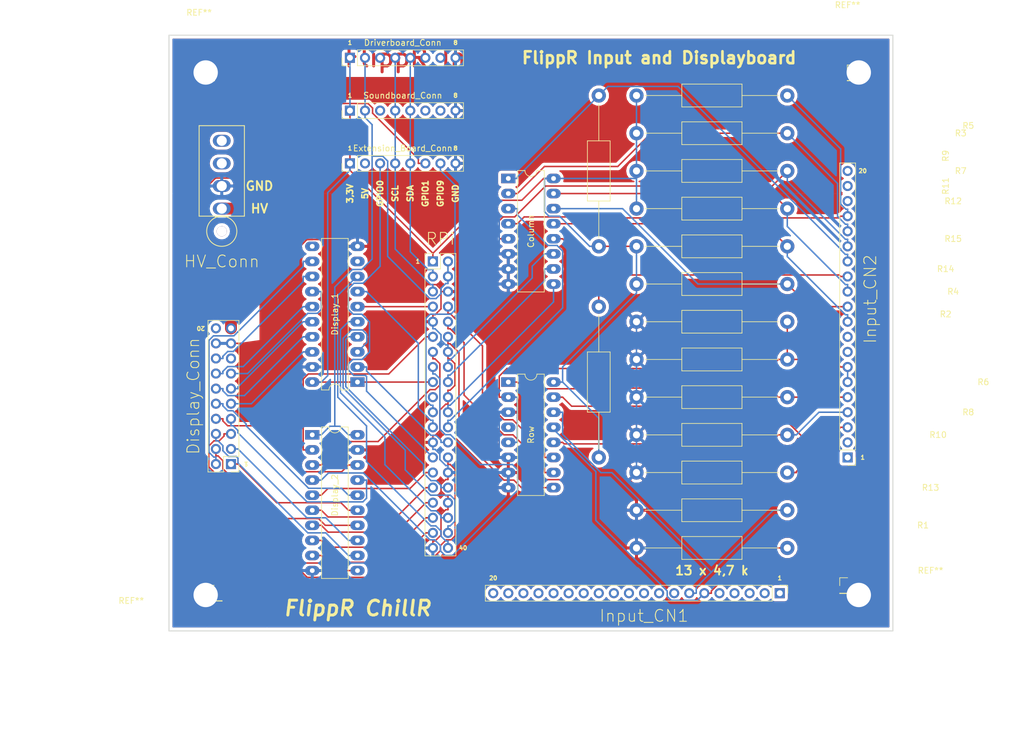
<source format=kicad_pcb>
(kicad_pcb (version 20171130) (host pcbnew 5.0.2-bee76a0~70~ubuntu18.04.1)

  (general
    (thickness 1.6)
    (drawings 32)
    (tracks 660)
    (zones 0)
    (modules 31)
    (nets 101)
  )

  (page A4)
  (layers
    (0 F.Cu signal)
    (31 B.Cu signal hide)
    (32 B.Adhes user)
    (33 F.Adhes user)
    (34 B.Paste user)
    (35 F.Paste user)
    (36 B.SilkS user)
    (37 F.SilkS user)
    (38 B.Mask user)
    (39 F.Mask user)
    (40 Dwgs.User user)
    (41 Cmts.User user)
    (42 Eco1.User user)
    (43 Eco2.User user)
    (44 Edge.Cuts user)
    (45 Margin user)
    (46 B.CrtYd user)
    (47 F.CrtYd user)
    (48 B.Fab user)
    (49 F.Fab user)
  )

  (setup
    (last_trace_width 0.25)
    (trace_clearance 0.2)
    (zone_clearance 0.508)
    (zone_45_only no)
    (trace_min 0.2)
    (segment_width 0.2)
    (edge_width 0.15)
    (via_size 0.8)
    (via_drill 0.4)
    (via_min_size 0.4)
    (via_min_drill 0.3)
    (uvia_size 0.3)
    (uvia_drill 0.1)
    (uvias_allowed no)
    (uvia_min_size 0.2)
    (uvia_min_drill 0.1)
    (pcb_text_width 0.3)
    (pcb_text_size 1.5 1.5)
    (mod_edge_width 0.15)
    (mod_text_size 1 1)
    (mod_text_width 0.15)
    (pad_size 8.5 8.5)
    (pad_drill 4.1)
    (pad_to_mask_clearance 0.051)
    (solder_mask_min_width 0.25)
    (aux_axis_origin 0 0)
    (visible_elements FFFFF77F)
    (pcbplotparams
      (layerselection 0x010fc_ffffffff)
      (usegerberextensions false)
      (usegerberattributes false)
      (usegerberadvancedattributes false)
      (creategerberjobfile false)
      (excludeedgelayer true)
      (linewidth 0.100000)
      (plotframeref false)
      (viasonmask false)
      (mode 1)
      (useauxorigin false)
      (hpglpennumber 1)
      (hpglpenspeed 20)
      (hpglpendiameter 15.000000)
      (psnegative false)
      (psa4output false)
      (plotreference true)
      (plotvalue true)
      (plotinvisibletext false)
      (padsonsilk false)
      (subtractmaskfromsilk false)
      (outputformat 1)
      (mirror false)
      (drillshape 1)
      (scaleselection 1)
      (outputdirectory ""))
  )

  (net 0 "")
  (net 1 "Net-(Column1-Pad14)")
  (net 2 +3V3)
  (net 3 "Net-(Column1-Pad5)")
  (net 4 GND)
  (net 5 /Row_4)
  (net 6 "Net-(Column1-Pad2)")
  (net 7 /Row_5)
  (net 8 "Net-(Column1-Pad4)")
  (net 9 /Row_0)
  (net 10 "Net-(Column1-Pad1)")
  (net 11 /Row_2)
  (net 12 "Net-(Column1-Pad12)")
  (net 13 "Net-(Column1-Pad15)")
  (net 14 /Row_1)
  (net 15 "Net-(Column1-Pad13)")
  (net 16 /Row_3)
  (net 17 "Net-(Display_1-Pad11)")
  (net 18 /~S1)
  (net 19 "Net-(Display_1-Pad12)")
  (net 20 /~S2)
  (net 21 "Net-(Display_1-Pad13)")
  (net 22 /~S3)
  (net 23 "Net-(Display_1-Pad14)")
  (net 24 /~S4)
  (net 25 "Net-(Display_1-Pad15)")
  (net 26 /~S5)
  (net 27 "Net-(Display_1-Pad16)")
  (net 28 /~S6)
  (net 29 "Net-(Display_1-Pad17)")
  (net 30 /~RUN)
  (net 31 "Net-(Display_1-Pad18)")
  (net 32 "Net-(Display_1-Pad9)")
  (net 33 +5V)
  (net 34 /~LT)
  (net 35 "Net-(Display_2-Pad18)")
  (net 36 /~D3)
  (net 37 "Net-(Display_2-Pad17)")
  (net 38 /~D2)
  (net 39 "Net-(Display_2-Pad16)")
  (net 40 /~D1)
  (net 41 "Net-(Display_2-Pad15)")
  (net 42 /~D0)
  (net 43 "Net-(Display_2-Pad14)")
  (net 44 /~A2)
  (net 45 "Net-(Display_2-Pad13)")
  (net 46 /~A1)
  (net 47 "Net-(Display_2-Pad12)")
  (net 48 /~A0)
  (net 49 "Net-(Display_2-Pad11)")
  (net 50 "Net-(Column1-Pad9)")
  (net 51 "Net-(Column1-Pad10)")
  (net 52 "Net-(Column1-Pad3)")
  (net 53 "Net-(Column1-Pad11)")
  (net 54 "Net-(Row1-Pad4)")
  (net 55 "Net-(RPi1-Pad8)")
  (net 56 "Net-(RPi1-Pad10)")
  (net 57 "Net-(RPi1-Pad12)")
  (net 58 "Net-(Driverboard_Conn1-Pad5)")
  (net 59 "Net-(Driverboard_Conn1-Pad4)")
  (net 60 "Net-(RPi1-Pad19)")
  (net 61 "Net-(Display_Conn1-Pad15)")
  (net 62 "Net-(Display_Conn1-Pad19)")
  (net 63 "Net-(Display_Conn1-Pad20)")
  (net 64 "Net-(Input_CN2-Pad1)")
  (net 65 "Net-(Input_CN2-Pad2)")
  (net 66 "Net-(Input_CN2-Pad8)")
  (net 67 "Net-(Input_CN2-Pad9)")
  (net 68 "Net-(Input_CN2-Pad18)")
  (net 69 "Net-(Input_CN2-Pad19)")
  (net 70 "Net-(Input_CN2-Pad20)")
  (net 71 "Net-(Input_CN1-Pad20)")
  (net 72 "Net-(Input_CN1-Pad19)")
  (net 73 "Net-(Input_CN1-Pad18)")
  (net 74 "Net-(Input_CN1-Pad17)")
  (net 75 "Net-(Input_CN1-Pad16)")
  (net 76 "Net-(Input_CN1-Pad15)")
  (net 77 "Net-(Input_CN1-Pad14)")
  (net 78 "Net-(Input_CN1-Pad13)")
  (net 79 "Net-(Input_CN1-Pad12)")
  (net 80 "Net-(Input_CN1-Pad11)")
  (net 81 "Net-(Input_CN1-Pad10)")
  (net 82 "Net-(Input_CN1-Pad9)")
  (net 83 "Net-(Input_CN1-Pad8)")
  (net 84 "Net-(Input_CN1-Pad5)")
  (net 85 "Net-(Input_CN1-Pad4)")
  (net 86 "Net-(Input_CN1-Pad3)")
  (net 87 "Net-(Input_CN1-Pad2)")
  (net 88 "Net-(Input_CN1-Pad1)")
  (net 89 "Net-(Extension_Board_Conn1-Pad3)")
  (net 90 "Net-(Extension_Board_Conn1-Pad6)")
  (net 91 "Net-(Extension_Board_Conn1-Pad7)")
  (net 92 "Net-(Driverboard_Conn1-Pad7)")
  (net 93 "Net-(Driverboard_Conn1-Pad6)")
  (net 94 "Net-(Driverboard_Conn1-Pad3)")
  (net 95 "Net-(Soundboard_Conn1-Pad3)")
  (net 96 "Net-(Soundboard_Conn1-Pad6)")
  (net 97 "Net-(Soundboard_Conn1-Pad7)")
  (net 98 /5.6V)
  (net 99 /PowerFailure)
  (net 100 +5C)

  (net_class Default "This is the default net class."
    (clearance 0.2)
    (trace_width 0.25)
    (via_dia 0.8)
    (via_drill 0.4)
    (uvia_dia 0.3)
    (uvia_drill 0.1)
    (add_net +3V3)
    (add_net +5C)
    (add_net +5V)
    (add_net /5.6V)
    (add_net /PowerFailure)
    (add_net /Row_0)
    (add_net /Row_1)
    (add_net /Row_2)
    (add_net /Row_3)
    (add_net /Row_4)
    (add_net /Row_5)
    (add_net /~A0)
    (add_net /~A1)
    (add_net /~A2)
    (add_net /~D0)
    (add_net /~D1)
    (add_net /~D2)
    (add_net /~D3)
    (add_net /~LT)
    (add_net /~RUN)
    (add_net /~S1)
    (add_net /~S2)
    (add_net /~S3)
    (add_net /~S4)
    (add_net /~S5)
    (add_net /~S6)
    (add_net GND)
    (add_net "Net-(Column1-Pad1)")
    (add_net "Net-(Column1-Pad10)")
    (add_net "Net-(Column1-Pad11)")
    (add_net "Net-(Column1-Pad12)")
    (add_net "Net-(Column1-Pad13)")
    (add_net "Net-(Column1-Pad14)")
    (add_net "Net-(Column1-Pad15)")
    (add_net "Net-(Column1-Pad2)")
    (add_net "Net-(Column1-Pad3)")
    (add_net "Net-(Column1-Pad4)")
    (add_net "Net-(Column1-Pad5)")
    (add_net "Net-(Column1-Pad9)")
    (add_net "Net-(Display_1-Pad11)")
    (add_net "Net-(Display_1-Pad12)")
    (add_net "Net-(Display_1-Pad13)")
    (add_net "Net-(Display_1-Pad14)")
    (add_net "Net-(Display_1-Pad15)")
    (add_net "Net-(Display_1-Pad16)")
    (add_net "Net-(Display_1-Pad17)")
    (add_net "Net-(Display_1-Pad18)")
    (add_net "Net-(Display_1-Pad9)")
    (add_net "Net-(Display_2-Pad11)")
    (add_net "Net-(Display_2-Pad12)")
    (add_net "Net-(Display_2-Pad13)")
    (add_net "Net-(Display_2-Pad14)")
    (add_net "Net-(Display_2-Pad15)")
    (add_net "Net-(Display_2-Pad16)")
    (add_net "Net-(Display_2-Pad17)")
    (add_net "Net-(Display_2-Pad18)")
    (add_net "Net-(Display_Conn1-Pad15)")
    (add_net "Net-(Display_Conn1-Pad19)")
    (add_net "Net-(Display_Conn1-Pad20)")
    (add_net "Net-(Driverboard_Conn1-Pad3)")
    (add_net "Net-(Driverboard_Conn1-Pad4)")
    (add_net "Net-(Driverboard_Conn1-Pad5)")
    (add_net "Net-(Driverboard_Conn1-Pad6)")
    (add_net "Net-(Driverboard_Conn1-Pad7)")
    (add_net "Net-(Extension_Board_Conn1-Pad3)")
    (add_net "Net-(Extension_Board_Conn1-Pad6)")
    (add_net "Net-(Extension_Board_Conn1-Pad7)")
    (add_net "Net-(Input_CN1-Pad1)")
    (add_net "Net-(Input_CN1-Pad10)")
    (add_net "Net-(Input_CN1-Pad11)")
    (add_net "Net-(Input_CN1-Pad12)")
    (add_net "Net-(Input_CN1-Pad13)")
    (add_net "Net-(Input_CN1-Pad14)")
    (add_net "Net-(Input_CN1-Pad15)")
    (add_net "Net-(Input_CN1-Pad16)")
    (add_net "Net-(Input_CN1-Pad17)")
    (add_net "Net-(Input_CN1-Pad18)")
    (add_net "Net-(Input_CN1-Pad19)")
    (add_net "Net-(Input_CN1-Pad2)")
    (add_net "Net-(Input_CN1-Pad20)")
    (add_net "Net-(Input_CN1-Pad3)")
    (add_net "Net-(Input_CN1-Pad4)")
    (add_net "Net-(Input_CN1-Pad5)")
    (add_net "Net-(Input_CN1-Pad8)")
    (add_net "Net-(Input_CN1-Pad9)")
    (add_net "Net-(Input_CN2-Pad1)")
    (add_net "Net-(Input_CN2-Pad18)")
    (add_net "Net-(Input_CN2-Pad19)")
    (add_net "Net-(Input_CN2-Pad2)")
    (add_net "Net-(Input_CN2-Pad20)")
    (add_net "Net-(Input_CN2-Pad8)")
    (add_net "Net-(Input_CN2-Pad9)")
    (add_net "Net-(RPi1-Pad10)")
    (add_net "Net-(RPi1-Pad12)")
    (add_net "Net-(RPi1-Pad19)")
    (add_net "Net-(RPi1-Pad8)")
    (add_net "Net-(Row1-Pad4)")
    (add_net "Net-(Soundboard_Conn1-Pad3)")
    (add_net "Net-(Soundboard_Conn1-Pad6)")
    (add_net "Net-(Soundboard_Conn1-Pad7)")
  )

  (module Connector_PinHeader_2.54mm:PinHeader_1x01_P2.54mm_Vertical (layer F.Cu) (tedit 5C537B41) (tstamp 5C54ED2C)
    (at 91.44 139.7)
    (descr "Through hole straight pin header, 1x01, 2.54mm pitch, single row")
    (tags "Through hole pin header THT 1x01 2.54mm single row")
    (fp_text reference REF** (at -13.97 1.27) (layer F.SilkS)
      (effects (font (size 1 1) (thickness 0.15)))
    )
    (fp_text value PinHeader_1x01_P2.54mm_Vertical (at 0 7.62) (layer F.Fab)
      (effects (font (size 1 1) (thickness 0.15)))
    )
    (fp_line (start -0.635 -1.27) (end 1.27 -1.27) (layer F.Fab) (width 0.1))
    (fp_line (start 1.27 -1.27) (end 1.27 1.27) (layer F.Fab) (width 0.1))
    (fp_line (start 1.27 1.27) (end -1.27 1.27) (layer F.Fab) (width 0.1))
    (fp_line (start -1.27 1.27) (end -1.27 -0.635) (layer F.Fab) (width 0.1))
    (fp_line (start -1.27 -0.635) (end -0.635 -1.27) (layer F.Fab) (width 0.1))
    (fp_line (start -1.33 1.33) (end 1.33 1.33) (layer F.SilkS) (width 0.12))
    (fp_line (start -1.33 1.27) (end -1.33 1.33) (layer F.SilkS) (width 0.12))
    (fp_line (start 1.33 1.27) (end 1.33 1.33) (layer F.SilkS) (width 0.12))
    (fp_line (start -1.33 1.27) (end 1.33 1.27) (layer F.SilkS) (width 0.12))
    (fp_line (start -1.33 0) (end -1.33 -1.33) (layer F.SilkS) (width 0.12))
    (fp_line (start -1.33 -1.33) (end 0 -1.33) (layer F.SilkS) (width 0.12))
    (fp_line (start -1.8 -1.8) (end -1.8 1.8) (layer F.CrtYd) (width 0.05))
    (fp_line (start -1.8 1.8) (end 1.8 1.8) (layer F.CrtYd) (width 0.05))
    (fp_line (start 1.8 1.8) (end 1.8 -1.8) (layer F.CrtYd) (width 0.05))
    (fp_line (start 1.8 -1.8) (end -1.8 -1.8) (layer F.CrtYd) (width 0.05))
    (fp_text user %R (at 0 0 90) (layer F.Fab)
      (effects (font (size 1 1) (thickness 0.15)))
    )
    (pad 1 thru_hole circle (at -1.44 0.3) (size 8.5 8.5) (drill 4.1) (layers *.Cu *.Mask))
    (model ${KISYS3DMOD}/Connector_PinHeader_2.54mm.3dshapes/PinHeader_1x01_P2.54mm_Vertical.wrl
      (at (xyz 0 0 0))
      (scale (xyz 1 1 1))
      (rotate (xyz 0 0 0))
    )
  )

  (module Connector_PinHeader_2.54mm:PinHeader_1x01_P2.54mm_Vertical (layer F.Cu) (tedit 5C537B4E) (tstamp 5C54ED2C)
    (at 198.12 138.43)
    (descr "Through hole straight pin header, 1x01, 2.54mm pitch, single row")
    (tags "Through hole pin header THT 1x01 2.54mm single row")
    (fp_text reference REF** (at 13.97 -2.54) (layer F.SilkS)
      (effects (font (size 1 1) (thickness 0.15)))
    )
    (fp_text value PinHeader_1x01_P2.54mm_Vertical (at 0 2.33) (layer F.Fab)
      (effects (font (size 1 1) (thickness 0.15)))
    )
    (fp_line (start -0.635 -1.27) (end 1.27 -1.27) (layer F.Fab) (width 0.1))
    (fp_line (start 1.27 -1.27) (end 1.27 1.27) (layer F.Fab) (width 0.1))
    (fp_line (start 1.27 1.27) (end -1.27 1.27) (layer F.Fab) (width 0.1))
    (fp_line (start -1.27 1.27) (end -1.27 -0.635) (layer F.Fab) (width 0.1))
    (fp_line (start -1.27 -0.635) (end -0.635 -1.27) (layer F.Fab) (width 0.1))
    (fp_line (start -1.33 1.33) (end 1.33 1.33) (layer F.SilkS) (width 0.12))
    (fp_line (start -1.33 1.27) (end -1.33 1.33) (layer F.SilkS) (width 0.12))
    (fp_line (start 1.33 1.27) (end 1.33 1.33) (layer F.SilkS) (width 0.12))
    (fp_line (start -1.33 1.27) (end 1.33 1.27) (layer F.SilkS) (width 0.12))
    (fp_line (start -1.33 0) (end -1.33 -1.33) (layer F.SilkS) (width 0.12))
    (fp_line (start -1.33 -1.33) (end 0 -1.33) (layer F.SilkS) (width 0.12))
    (fp_line (start -1.8 -1.8) (end -1.8 1.8) (layer F.CrtYd) (width 0.05))
    (fp_line (start -1.8 1.8) (end 1.8 1.8) (layer F.CrtYd) (width 0.05))
    (fp_line (start 1.8 1.8) (end 1.8 -1.8) (layer F.CrtYd) (width 0.05))
    (fp_line (start 1.8 -1.8) (end -1.8 -1.8) (layer F.CrtYd) (width 0.05))
    (fp_text user %R (at 0 0 90) (layer F.Fab)
      (effects (font (size 1 1) (thickness 0.15)))
    )
    (pad 1 thru_hole circle (at 1.88 1.57) (size 8.5 8.5) (drill 4.1) (layers *.Cu *.Mask))
    (model ${KISYS3DMOD}/Connector_PinHeader_2.54mm.3dshapes/PinHeader_1x01_P2.54mm_Vertical.wrl
      (at (xyz 0 0 0))
      (scale (xyz 1 1 1))
      (rotate (xyz 0 0 0))
    )
  )

  (module Connector_PinHeader_2.54mm:PinHeader_1x01_P2.54mm_Vertical (layer F.Cu) (tedit 5C537B26) (tstamp 5C54ED2C)
    (at 199.39 52.07)
    (descr "Through hole straight pin header, 1x01, 2.54mm pitch, single row")
    (tags "Through hole pin header THT 1x01 2.54mm single row")
    (fp_text reference REF** (at -1.27 -11.43) (layer F.SilkS)
      (effects (font (size 1 1) (thickness 0.15)))
    )
    (fp_text value PinHeader_1x01_P2.54mm_Vertical (at 15.24 -10.16) (layer F.Fab)
      (effects (font (size 1 1) (thickness 0.15)))
    )
    (fp_line (start -0.635 -1.27) (end 1.27 -1.27) (layer F.Fab) (width 0.1))
    (fp_line (start 1.27 -1.27) (end 1.27 1.27) (layer F.Fab) (width 0.1))
    (fp_line (start 1.27 1.27) (end -1.27 1.27) (layer F.Fab) (width 0.1))
    (fp_line (start -1.27 1.27) (end -1.27 -0.635) (layer F.Fab) (width 0.1))
    (fp_line (start -1.27 -0.635) (end -0.635 -1.27) (layer F.Fab) (width 0.1))
    (fp_line (start -1.33 1.33) (end 1.33 1.33) (layer F.SilkS) (width 0.12))
    (fp_line (start -1.33 1.27) (end -1.33 1.33) (layer F.SilkS) (width 0.12))
    (fp_line (start 1.33 1.27) (end 1.33 1.33) (layer F.SilkS) (width 0.12))
    (fp_line (start -1.33 1.27) (end 1.33 1.27) (layer F.SilkS) (width 0.12))
    (fp_line (start -1.33 0) (end -1.33 -1.33) (layer F.SilkS) (width 0.12))
    (fp_line (start -1.33 -1.33) (end 0 -1.33) (layer F.SilkS) (width 0.12))
    (fp_line (start -1.8 -1.8) (end -1.8 1.8) (layer F.CrtYd) (width 0.05))
    (fp_line (start -1.8 1.8) (end 1.8 1.8) (layer F.CrtYd) (width 0.05))
    (fp_line (start 1.8 1.8) (end 1.8 -1.8) (layer F.CrtYd) (width 0.05))
    (fp_line (start 1.8 -1.8) (end -1.8 -1.8) (layer F.CrtYd) (width 0.05))
    (fp_text user %R (at 11.43 -1.27 90) (layer F.Fab)
      (effects (font (size 1 1) (thickness 0.15)))
    )
    (pad 1 thru_hole circle (at 0.61 -0.07) (size 8.5 8.5) (drill 4.1) (layers *.Cu *.Mask))
    (model ${KISYS3DMOD}/Connector_PinHeader_2.54mm.3dshapes/PinHeader_1x01_P2.54mm_Vertical.wrl
      (at (xyz 0 0 0))
      (scale (xyz 1 1 1))
      (rotate (xyz 0 0 0))
    )
  )

  (module Connector:Dicker170V_Conn (layer F.Cu) (tedit 5C536FA3) (tstamp 5C54E2C5)
    (at 92.71 71.12)
    (path /5C566356)
    (fp_text reference HV_Conn (at 0 12.7) (layer F.SilkS)
      (effects (font (size 2 2) (thickness 0.15)))
    )
    (fp_text value Conn_01x04_Male (at -20.32 -6.35) (layer F.Fab)
      (effects (font (size 1 1) (thickness 0.15)))
    )
    (fp_line (start -3.81 5.08) (end -3.81 -10.16) (layer F.Fab) (width 0.15))
    (fp_line (start -3.81 -10.16) (end 3.81 -10.16) (layer F.Fab) (width 0.15))
    (fp_line (start 3.81 -10.16) (end 3.81 5.08) (layer F.Fab) (width 0.15))
    (fp_line (start -3.81 5.08) (end 3.81 5.08) (layer F.Fab) (width 0.15))
    (fp_circle (center 0 7.62) (end 2.55 7.62) (layer F.Fab) (width 0.15))
    (fp_line (start -3.81 -10.16) (end -3.81 5.08) (layer F.SilkS) (width 0.15))
    (fp_line (start -3.81 5.08) (end 3.81 5.08) (layer F.SilkS) (width 0.15))
    (fp_line (start 3.81 5.08) (end 3.81 -10.16) (layer F.SilkS) (width 0.15))
    (fp_line (start 3.81 -10.16) (end -3.81 -10.16) (layer F.SilkS) (width 0.15))
    (fp_circle (center 0 7.62) (end 2.54 7.62) (layer F.SilkS) (width 0.15))
    (pad 2 thru_hole oval (at 0 0) (size 3 2) (drill 1.7) (layers *.Cu *.Mask)
      (net 4 GND))
    (pad 4 thru_hole oval (at 0 -7.62) (size 3 2) (drill 1.7) (layers *.Cu *.Mask)
      (net 98 /5.6V))
    (pad 3 thru_hole oval (at 0 -3.81) (size 3 2) (drill 1.7) (layers *.Cu *.Mask)
      (net 99 /PowerFailure))
    (pad 1 thru_hole oval (at 0 3.81) (size 3 2) (drill 1.7) (layers *.Cu *.Mask)
      (net 62 "Net-(Display_Conn1-Pad19)"))
    (pad 0 thru_hole oval (at 0 7.62) (size 1.7 1.7) (drill 1.7) (layers *.Cu *.Mask))
  )

  (module Connector_PinHeader_2.54mm:PinHeader_1x08_P2.54mm_Vertical (layer F.Cu) (tedit 5C536F6B) (tstamp 5C54E2B2)
    (at 114.3 58.42 90)
    (descr "Through hole straight pin header, 1x08, 2.54mm pitch, single row")
    (tags "Through hole pin header THT 1x08 2.54mm single row")
    (path /5C4A6D5D)
    (fp_text reference Soundboard_Conn (at 2.54 8.89 180) (layer F.SilkS)
      (effects (font (size 1 1) (thickness 0.15)))
    )
    (fp_text value Conn_01x08 (at 0 20.11 90) (layer F.Fab)
      (effects (font (size 1 1) (thickness 0.15)))
    )
    (fp_line (start -0.635 -1.27) (end 1.27 -1.27) (layer F.Fab) (width 0.1))
    (fp_line (start 1.27 -1.27) (end 1.27 19.05) (layer F.Fab) (width 0.1))
    (fp_line (start 1.27 19.05) (end -1.27 19.05) (layer F.Fab) (width 0.1))
    (fp_line (start -1.27 19.05) (end -1.27 -0.635) (layer F.Fab) (width 0.1))
    (fp_line (start -1.27 -0.635) (end -0.635 -1.27) (layer F.Fab) (width 0.1))
    (fp_line (start -1.33 19.11) (end 1.33 19.11) (layer F.SilkS) (width 0.12))
    (fp_line (start -1.33 1.27) (end -1.33 19.11) (layer F.SilkS) (width 0.12))
    (fp_line (start 1.33 1.27) (end 1.33 19.11) (layer F.SilkS) (width 0.12))
    (fp_line (start -1.33 1.27) (end 1.33 1.27) (layer F.SilkS) (width 0.12))
    (fp_line (start -1.33 0) (end -1.33 -1.33) (layer F.SilkS) (width 0.12))
    (fp_line (start -1.33 -1.33) (end 0 -1.33) (layer F.SilkS) (width 0.12))
    (fp_line (start -1.8 -1.8) (end -1.8 19.55) (layer F.CrtYd) (width 0.05))
    (fp_line (start -1.8 19.55) (end 1.8 19.55) (layer F.CrtYd) (width 0.05))
    (fp_line (start 1.8 19.55) (end 1.8 -1.8) (layer F.CrtYd) (width 0.05))
    (fp_line (start 1.8 -1.8) (end -1.8 -1.8) (layer F.CrtYd) (width 0.05))
    (fp_text user %R (at 0 8.89 180) (layer F.Fab)
      (effects (font (size 1 1) (thickness 0.15)))
    )
    (pad 1 thru_hole rect (at 0 0 90) (size 1.7 1.7) (drill 1) (layers *.Cu *.Mask)
      (net 2 +3V3))
    (pad 2 thru_hole oval (at 0 2.54 90) (size 1.7 1.7) (drill 1) (layers *.Cu *.Mask)
      (net 33 +5V))
    (pad 3 thru_hole oval (at 0 5.08 90) (size 1.7 1.7) (drill 1) (layers *.Cu *.Mask)
      (net 95 "Net-(Soundboard_Conn1-Pad3)"))
    (pad 4 thru_hole oval (at 0 7.62 90) (size 1.7 1.7) (drill 1) (layers *.Cu *.Mask)
      (net 59 "Net-(Driverboard_Conn1-Pad4)"))
    (pad 5 thru_hole oval (at 0 10.16 90) (size 1.7 1.7) (drill 1) (layers *.Cu *.Mask)
      (net 58 "Net-(Driverboard_Conn1-Pad5)"))
    (pad 6 thru_hole oval (at 0 12.7 90) (size 1.7 1.7) (drill 1) (layers *.Cu *.Mask)
      (net 96 "Net-(Soundboard_Conn1-Pad6)"))
    (pad 7 thru_hole oval (at 0 15.24 90) (size 1.7 1.7) (drill 1) (layers *.Cu *.Mask)
      (net 97 "Net-(Soundboard_Conn1-Pad7)"))
    (pad 8 thru_hole oval (at 0 17.78 90) (size 1.7 1.7) (drill 1) (layers *.Cu *.Mask)
      (net 4 GND))
    (model ${KISYS3DMOD}/Connector_PinHeader_2.54mm.3dshapes/PinHeader_1x08_P2.54mm_Vertical.wrl
      (at (xyz 0 0 0))
      (scale (xyz 1 1 1))
      (rotate (xyz 0 0 0))
    )
  )

  (module Connector_PinHeader_2.54mm:PinHeader_1x08_P2.54mm_Vertical (layer F.Cu) (tedit 5C536F7A) (tstamp 5C54E296)
    (at 114.3 49.53 90)
    (descr "Through hole straight pin header, 1x08, 2.54mm pitch, single row")
    (tags "Through hole pin header THT 1x08 2.54mm single row")
    (path /5C4A7039)
    (fp_text reference Driverboard_Conn (at 2.54 8.89 180) (layer F.SilkS)
      (effects (font (size 1 1) (thickness 0.15)))
    )
    (fp_text value Conn_01x08 (at 0 20.11 90) (layer F.Fab)
      (effects (font (size 1 1) (thickness 0.15)))
    )
    (fp_text user %R (at 0 8.89 180) (layer F.Fab)
      (effects (font (size 1 1) (thickness 0.15)))
    )
    (fp_line (start 1.8 -1.8) (end -1.8 -1.8) (layer F.CrtYd) (width 0.05))
    (fp_line (start 1.8 19.55) (end 1.8 -1.8) (layer F.CrtYd) (width 0.05))
    (fp_line (start -1.8 19.55) (end 1.8 19.55) (layer F.CrtYd) (width 0.05))
    (fp_line (start -1.8 -1.8) (end -1.8 19.55) (layer F.CrtYd) (width 0.05))
    (fp_line (start -1.33 -1.33) (end 0 -1.33) (layer F.SilkS) (width 0.12))
    (fp_line (start -1.33 0) (end -1.33 -1.33) (layer F.SilkS) (width 0.12))
    (fp_line (start -1.33 1.27) (end 1.33 1.27) (layer F.SilkS) (width 0.12))
    (fp_line (start 1.33 1.27) (end 1.33 19.11) (layer F.SilkS) (width 0.12))
    (fp_line (start -1.33 1.27) (end -1.33 19.11) (layer F.SilkS) (width 0.12))
    (fp_line (start -1.33 19.11) (end 1.33 19.11) (layer F.SilkS) (width 0.12))
    (fp_line (start -1.27 -0.635) (end -0.635 -1.27) (layer F.Fab) (width 0.1))
    (fp_line (start -1.27 19.05) (end -1.27 -0.635) (layer F.Fab) (width 0.1))
    (fp_line (start 1.27 19.05) (end -1.27 19.05) (layer F.Fab) (width 0.1))
    (fp_line (start 1.27 -1.27) (end 1.27 19.05) (layer F.Fab) (width 0.1))
    (fp_line (start -0.635 -1.27) (end 1.27 -1.27) (layer F.Fab) (width 0.1))
    (pad 8 thru_hole oval (at 0 17.78 90) (size 1.7 1.7) (drill 1) (layers *.Cu *.Mask)
      (net 4 GND))
    (pad 7 thru_hole oval (at 0 15.24 90) (size 1.7 1.7) (drill 1) (layers *.Cu *.Mask)
      (net 92 "Net-(Driverboard_Conn1-Pad7)"))
    (pad 6 thru_hole oval (at 0 12.7 90) (size 1.7 1.7) (drill 1) (layers *.Cu *.Mask)
      (net 93 "Net-(Driverboard_Conn1-Pad6)"))
    (pad 5 thru_hole oval (at 0 10.16 90) (size 1.7 1.7) (drill 1) (layers *.Cu *.Mask)
      (net 58 "Net-(Driverboard_Conn1-Pad5)"))
    (pad 4 thru_hole oval (at 0 7.62 90) (size 1.7 1.7) (drill 1) (layers *.Cu *.Mask)
      (net 59 "Net-(Driverboard_Conn1-Pad4)"))
    (pad 3 thru_hole oval (at 0 5.08 90) (size 1.7 1.7) (drill 1) (layers *.Cu *.Mask)
      (net 94 "Net-(Driverboard_Conn1-Pad3)"))
    (pad 2 thru_hole oval (at 0 2.54 90) (size 1.7 1.7) (drill 1) (layers *.Cu *.Mask)
      (net 33 +5V))
    (pad 1 thru_hole rect (at 0 0 90) (size 1.7 1.7) (drill 1) (layers *.Cu *.Mask)
      (net 2 +3V3))
    (model ${KISYS3DMOD}/Connector_PinHeader_2.54mm.3dshapes/PinHeader_1x08_P2.54mm_Vertical.wrl
      (at (xyz 0 0 0))
      (scale (xyz 1 1 1))
      (rotate (xyz 0 0 0))
    )
  )

  (module Connector_PinHeader_2.54mm:PinHeader_1x08_P2.54mm_Vertical (layer F.Cu) (tedit 5C536EFF) (tstamp 5C54E27A)
    (at 114.3 67.31 90)
    (descr "Through hole straight pin header, 1x08, 2.54mm pitch, single row")
    (tags "Through hole pin header THT 1x08 2.54mm single row")
    (path /5C5DD701)
    (fp_text reference Extension_Board_Conn (at 2.54 8.89 180) (layer F.SilkS)
      (effects (font (size 1 1) (thickness 0.15)))
    )
    (fp_text value Conn_01x08 (at 0 20.11 90) (layer F.Fab)
      (effects (font (size 1 1) (thickness 0.15)))
    )
    (fp_line (start -0.635 -1.27) (end 1.27 -1.27) (layer F.Fab) (width 0.1))
    (fp_line (start 1.27 -1.27) (end 1.27 19.05) (layer F.Fab) (width 0.1))
    (fp_line (start 1.27 19.05) (end -1.27 19.05) (layer F.Fab) (width 0.1))
    (fp_line (start -1.27 19.05) (end -1.27 -0.635) (layer F.Fab) (width 0.1))
    (fp_line (start -1.27 -0.635) (end -0.635 -1.27) (layer F.Fab) (width 0.1))
    (fp_line (start -1.33 19.11) (end 1.33 19.11) (layer F.SilkS) (width 0.12))
    (fp_line (start -1.33 1.27) (end -1.33 19.11) (layer F.SilkS) (width 0.12))
    (fp_line (start 1.33 1.27) (end 1.33 19.11) (layer F.SilkS) (width 0.12))
    (fp_line (start -1.33 1.27) (end 1.33 1.27) (layer F.SilkS) (width 0.12))
    (fp_line (start -1.33 0) (end -1.33 -1.33) (layer F.SilkS) (width 0.12))
    (fp_line (start -1.33 -1.33) (end 0 -1.33) (layer F.SilkS) (width 0.12))
    (fp_line (start -1.8 -1.8) (end -1.8 19.55) (layer F.CrtYd) (width 0.05))
    (fp_line (start -1.8 19.55) (end 1.8 19.55) (layer F.CrtYd) (width 0.05))
    (fp_line (start 1.8 19.55) (end 1.8 -1.8) (layer F.CrtYd) (width 0.05))
    (fp_line (start 1.8 -1.8) (end -1.8 -1.8) (layer F.CrtYd) (width 0.05))
    (fp_text user %R (at 6.35 30.48 180) (layer F.Fab)
      (effects (font (size 1 1) (thickness 0.15)))
    )
    (pad 1 thru_hole rect (at 0 0 90) (size 1.7 1.7) (drill 1) (layers *.Cu *.Mask)
      (net 2 +3V3))
    (pad 2 thru_hole oval (at 0 2.54 90) (size 1.7 1.7) (drill 1) (layers *.Cu *.Mask)
      (net 100 +5C))
    (pad 3 thru_hole oval (at 0 5.08 90) (size 1.7 1.7) (drill 1) (layers *.Cu *.Mask)
      (net 89 "Net-(Extension_Board_Conn1-Pad3)"))
    (pad 4 thru_hole oval (at 0 7.62 90) (size 1.7 1.7) (drill 1) (layers *.Cu *.Mask)
      (net 59 "Net-(Driverboard_Conn1-Pad4)"))
    (pad 5 thru_hole oval (at 0 10.16 90) (size 1.7 1.7) (drill 1) (layers *.Cu *.Mask)
      (net 58 "Net-(Driverboard_Conn1-Pad5)"))
    (pad 6 thru_hole oval (at 0 12.7 90) (size 1.7 1.7) (drill 1) (layers *.Cu *.Mask)
      (net 90 "Net-(Extension_Board_Conn1-Pad6)"))
    (pad 7 thru_hole oval (at 0 15.24 90) (size 1.7 1.7) (drill 1) (layers *.Cu *.Mask)
      (net 91 "Net-(Extension_Board_Conn1-Pad7)"))
    (pad 8 thru_hole oval (at 0 17.78 90) (size 1.7 1.7) (drill 1) (layers *.Cu *.Mask)
      (net 4 GND))
    (model ${KISYS3DMOD}/Connector_PinHeader_2.54mm.3dshapes/PinHeader_1x08_P2.54mm_Vertical.wrl
      (at (xyz 0 0 0))
      (scale (xyz 1 1 1))
      (rotate (xyz 0 0 0))
    )
  )

  (module Connector_PinHeader_2.54mm:PinHeader_2x10_P2.54mm_Vertical (layer F.Cu) (tedit 5C536F9F) (tstamp 5C54E20E)
    (at 94.2652 117.947 180)
    (descr "Through hole straight pin header, 2x10, 2.54mm pitch, double rows")
    (tags "Through hole pin header THT 2x10 2.54mm double row")
    (path /5C4A4311)
    (fp_text reference Display_Conn (at 6.35 11.43 270) (layer F.SilkS)
      (effects (font (size 2 2) (thickness 0.15)))
    )
    (fp_text value Conn_02x10_Odd_Even (at -24.13 13.97 180) (layer F.Fab)
      (effects (font (size 1 1) (thickness 0.15)))
    )
    (fp_line (start 0 -1.27) (end 3.81 -1.27) (layer F.Fab) (width 0.1))
    (fp_line (start 3.81 -1.27) (end 3.81 24.13) (layer F.Fab) (width 0.1))
    (fp_line (start 3.81 24.13) (end -1.27 24.13) (layer F.Fab) (width 0.1))
    (fp_line (start -1.27 24.13) (end -1.27 0) (layer F.Fab) (width 0.1))
    (fp_line (start -1.27 0) (end 0 -1.27) (layer F.Fab) (width 0.1))
    (fp_line (start -1.33 24.19) (end 3.87 24.19) (layer F.SilkS) (width 0.12))
    (fp_line (start -1.33 1.27) (end -1.33 24.19) (layer F.SilkS) (width 0.12))
    (fp_line (start 3.87 -1.33) (end 3.87 24.19) (layer F.SilkS) (width 0.12))
    (fp_line (start -1.33 1.27) (end 1.27 1.27) (layer F.SilkS) (width 0.12))
    (fp_line (start 1.27 1.27) (end 1.27 -1.33) (layer F.SilkS) (width 0.12))
    (fp_line (start 1.27 -1.33) (end 3.87 -1.33) (layer F.SilkS) (width 0.12))
    (fp_line (start -1.33 0) (end -1.33 -1.33) (layer F.SilkS) (width 0.12))
    (fp_line (start -1.33 -1.33) (end 0 -1.33) (layer F.SilkS) (width 0.12))
    (fp_line (start -1.8 -1.8) (end -1.8 24.65) (layer F.CrtYd) (width 0.05))
    (fp_line (start -1.8 24.65) (end 4.35 24.65) (layer F.CrtYd) (width 0.05))
    (fp_line (start 4.35 24.65) (end 4.35 -1.8) (layer F.CrtYd) (width 0.05))
    (fp_line (start 4.35 -1.8) (end -1.8 -1.8) (layer F.CrtYd) (width 0.05))
    (fp_text user %R (at 1.27 11.43 270) (layer F.Fab)
      (effects (font (size 1 1) (thickness 0.15)))
    )
    (pad 1 thru_hole rect (at 0 0 180) (size 1.7 1.7) (drill 1) (layers *.Cu *.Mask)
      (net 41 "Net-(Display_2-Pad15)"))
    (pad 2 thru_hole oval (at 2.54 0 180) (size 1.7 1.7) (drill 1) (layers *.Cu *.Mask)
      (net 19 "Net-(Display_1-Pad12)"))
    (pad 3 thru_hole oval (at 0 2.54 180) (size 1.7 1.7) (drill 1) (layers *.Cu *.Mask)
      (net 45 "Net-(Display_2-Pad13)"))
    (pad 4 thru_hole oval (at 2.54 2.54 180) (size 1.7 1.7) (drill 1) (layers *.Cu *.Mask)
      (net 43 "Net-(Display_2-Pad14)"))
    (pad 5 thru_hole oval (at 0 5.08 180) (size 1.7 1.7) (drill 1) (layers *.Cu *.Mask)
      (net 49 "Net-(Display_2-Pad11)"))
    (pad 6 thru_hole oval (at 2.54 5.08 180) (size 1.7 1.7) (drill 1) (layers *.Cu *.Mask)
      (net 47 "Net-(Display_2-Pad12)"))
    (pad 7 thru_hole oval (at 0 7.62 180) (size 1.7 1.7) (drill 1) (layers *.Cu *.Mask)
      (net 37 "Net-(Display_2-Pad17)"))
    (pad 8 thru_hole oval (at 2.54 7.62 180) (size 1.7 1.7) (drill 1) (layers *.Cu *.Mask)
      (net 35 "Net-(Display_2-Pad18)"))
    (pad 9 thru_hole oval (at 0 10.16 180) (size 1.7 1.7) (drill 1) (layers *.Cu *.Mask)
      (net 31 "Net-(Display_1-Pad18)"))
    (pad 10 thru_hole oval (at 2.54 10.16 180) (size 1.7 1.7) (drill 1) (layers *.Cu *.Mask)
      (net 39 "Net-(Display_2-Pad16)"))
    (pad 11 thru_hole oval (at 0 12.7 180) (size 1.7 1.7) (drill 1) (layers *.Cu *.Mask)
      (net 27 "Net-(Display_1-Pad16)"))
    (pad 12 thru_hole oval (at 2.54 12.7 180) (size 1.7 1.7) (drill 1) (layers *.Cu *.Mask)
      (net 29 "Net-(Display_1-Pad17)"))
    (pad 13 thru_hole oval (at 0 15.24 180) (size 1.7 1.7) (drill 1) (layers *.Cu *.Mask)
      (net 23 "Net-(Display_1-Pad14)"))
    (pad 14 thru_hole oval (at 2.54 15.24 180) (size 1.7 1.7) (drill 1) (layers *.Cu *.Mask)
      (net 25 "Net-(Display_1-Pad15)"))
    (pad 15 thru_hole oval (at 0 17.78 180) (size 1.7 1.7) (drill 1) (layers *.Cu *.Mask)
      (net 61 "Net-(Display_Conn1-Pad15)"))
    (pad 16 thru_hole oval (at 2.54 17.78 180) (size 1.7 1.7) (drill 1) (layers *.Cu *.Mask)
      (net 21 "Net-(Display_1-Pad13)"))
    (pad 17 thru_hole oval (at 0 20.32 180) (size 1.7 1.7) (drill 1) (layers *.Cu *.Mask)
      (net 4 GND))
    (pad 18 thru_hole oval (at 2.54 20.32 180) (size 1.7 1.7) (drill 1) (layers *.Cu *.Mask)
      (net 4 GND))
    (pad 19 thru_hole oval (at 0 22.86 180) (size 1.7 1.7) (drill 1) (layers *.Cu *.Mask)
      (net 62 "Net-(Display_Conn1-Pad19)"))
    (pad 20 thru_hole oval (at 2.54 22.86 180) (size 1.7 1.7) (drill 1) (layers *.Cu *.Mask)
      (net 63 "Net-(Display_Conn1-Pad20)"))
    (model ${KISYS3DMOD}/Connector_PinHeader_2.54mm.3dshapes/PinHeader_2x10_P2.54mm_Vertical.wrl
      (at (xyz 0 0 0))
      (scale (xyz 1 1 1))
      (rotate (xyz 0 0 0))
    )
  )

  (module Connector_PinHeader_2.54mm:PinHeader_2x20_P2.54mm_Vertical (layer F.Cu) (tedit 5C536F8C) (tstamp 5C54E1E4)
    (at 128.27 83.82)
    (descr "Through hole straight pin header, 2x20, 2.54mm pitch, double rows")
    (tags "Through hole pin header THT 2x20 2.54mm double row")
    (path /5C4A3BB2)
    (fp_text reference RPi (at 1.27 -3.81) (layer F.SilkS)
      (effects (font (size 2 2) (thickness 0.15)))
    )
    (fp_text value Raspberry_Pi_2_3 (at 1.27 50.59) (layer F.Fab)
      (effects (font (size 1 1) (thickness 0.15)))
    )
    (fp_line (start 0 -1.27) (end 3.81 -1.27) (layer F.Fab) (width 0.1))
    (fp_line (start 3.81 -1.27) (end 3.81 49.53) (layer F.Fab) (width 0.1))
    (fp_line (start 3.81 49.53) (end -1.27 49.53) (layer F.Fab) (width 0.1))
    (fp_line (start -1.27 49.53) (end -1.27 0) (layer F.Fab) (width 0.1))
    (fp_line (start -1.27 0) (end 0 -1.27) (layer F.Fab) (width 0.1))
    (fp_line (start -1.33 49.59) (end 3.87 49.59) (layer F.SilkS) (width 0.12))
    (fp_line (start -1.33 1.27) (end -1.33 49.59) (layer F.SilkS) (width 0.12))
    (fp_line (start 3.87 -1.33) (end 3.87 49.59) (layer F.SilkS) (width 0.12))
    (fp_line (start -1.33 1.27) (end 1.27 1.27) (layer F.SilkS) (width 0.12))
    (fp_line (start 1.27 1.27) (end 1.27 -1.33) (layer F.SilkS) (width 0.12))
    (fp_line (start 1.27 -1.33) (end 3.87 -1.33) (layer F.SilkS) (width 0.12))
    (fp_line (start -1.33 0) (end -1.33 -1.33) (layer F.SilkS) (width 0.12))
    (fp_line (start -1.33 -1.33) (end 0 -1.33) (layer F.SilkS) (width 0.12))
    (fp_line (start -1.8 -1.8) (end -1.8 50.05) (layer F.CrtYd) (width 0.05))
    (fp_line (start -1.8 50.05) (end 4.35 50.05) (layer F.CrtYd) (width 0.05))
    (fp_line (start 4.35 50.05) (end 4.35 -1.8) (layer F.CrtYd) (width 0.05))
    (fp_line (start 4.35 -1.8) (end -1.8 -1.8) (layer F.CrtYd) (width 0.05))
    (fp_text user %R (at 1.27 24.13 90) (layer F.Fab)
      (effects (font (size 1 1) (thickness 0.15)))
    )
    (pad 1 thru_hole rect (at 0 0) (size 1.7 1.7) (drill 1) (layers *.Cu *.Mask)
      (net 2 +3V3))
    (pad 2 thru_hole oval (at 2.54 0) (size 1.7 1.7) (drill 1) (layers *.Cu *.Mask)
      (net 33 +5V))
    (pad 3 thru_hole oval (at 0 2.54) (size 1.7 1.7) (drill 1) (layers *.Cu *.Mask)
      (net 58 "Net-(Driverboard_Conn1-Pad5)"))
    (pad 4 thru_hole oval (at 2.54 2.54) (size 1.7 1.7) (drill 1) (layers *.Cu *.Mask)
      (net 33 +5V))
    (pad 5 thru_hole oval (at 0 5.08) (size 1.7 1.7) (drill 1) (layers *.Cu *.Mask)
      (net 59 "Net-(Driverboard_Conn1-Pad4)"))
    (pad 6 thru_hole oval (at 2.54 5.08) (size 1.7 1.7) (drill 1) (layers *.Cu *.Mask)
      (net 4 GND))
    (pad 7 thru_hole oval (at 0 7.62) (size 1.7 1.7) (drill 1) (layers *.Cu *.Mask)
      (net 26 /~S5))
    (pad 8 thru_hole oval (at 2.54 7.62) (size 1.7 1.7) (drill 1) (layers *.Cu *.Mask)
      (net 55 "Net-(RPi1-Pad8)"))
    (pad 9 thru_hole oval (at 0 10.16) (size 1.7 1.7) (drill 1) (layers *.Cu *.Mask)
      (net 4 GND))
    (pad 10 thru_hole oval (at 2.54 10.16) (size 1.7 1.7) (drill 1) (layers *.Cu *.Mask)
      (net 56 "Net-(RPi1-Pad10)"))
    (pad 11 thru_hole oval (at 0 12.7) (size 1.7 1.7) (drill 1) (layers *.Cu *.Mask)
      (net 48 /~A0))
    (pad 12 thru_hole oval (at 2.54 12.7) (size 1.7 1.7) (drill 1) (layers *.Cu *.Mask)
      (net 57 "Net-(RPi1-Pad12)"))
    (pad 13 thru_hole oval (at 0 15.24) (size 1.7 1.7) (drill 1) (layers *.Cu *.Mask)
      (net 46 /~A1))
    (pad 14 thru_hole oval (at 2.54 15.24) (size 1.7 1.7) (drill 1) (layers *.Cu *.Mask)
      (net 4 GND))
    (pad 15 thru_hole oval (at 0 17.78) (size 1.7 1.7) (drill 1) (layers *.Cu *.Mask)
      (net 44 /~A2))
    (pad 16 thru_hole oval (at 2.54 17.78) (size 1.7 1.7) (drill 1) (layers *.Cu *.Mask)
      (net 53 "Net-(Column1-Pad11)"))
    (pad 17 thru_hole oval (at 0 20.32) (size 1.7 1.7) (drill 1) (layers *.Cu *.Mask)
      (net 2 +3V3))
    (pad 18 thru_hole oval (at 2.54 20.32) (size 1.7 1.7) (drill 1) (layers *.Cu *.Mask)
      (net 51 "Net-(Column1-Pad10)"))
    (pad 19 thru_hole oval (at 0 22.86) (size 1.7 1.7) (drill 1) (layers *.Cu *.Mask)
      (net 60 "Net-(RPi1-Pad19)"))
    (pad 20 thru_hole oval (at 2.54 22.86) (size 1.7 1.7) (drill 1) (layers *.Cu *.Mask)
      (net 4 GND))
    (pad 21 thru_hole oval (at 0 25.4) (size 1.7 1.7) (drill 1) (layers *.Cu *.Mask)
      (net 91 "Net-(Extension_Board_Conn1-Pad7)"))
    (pad 22 thru_hole oval (at 2.54 25.4) (size 1.7 1.7) (drill 1) (layers *.Cu *.Mask)
      (net 50 "Net-(Column1-Pad9)"))
    (pad 23 thru_hole oval (at 0 27.94) (size 1.7 1.7) (drill 1) (layers *.Cu *.Mask)
      (net 28 /~S6))
    (pad 24 thru_hole oval (at 2.54 27.94) (size 1.7 1.7) (drill 1) (layers *.Cu *.Mask)
      (net 52 "Net-(Column1-Pad3)"))
    (pad 25 thru_hole oval (at 0 30.48) (size 1.7 1.7) (drill 1) (layers *.Cu *.Mask)
      (net 4 GND))
    (pad 26 thru_hole oval (at 2.54 30.48) (size 1.7 1.7) (drill 1) (layers *.Cu *.Mask)
      (net 18 /~S1))
    (pad 27 thru_hole oval (at 0 33.02) (size 1.7 1.7) (drill 1) (layers *.Cu *.Mask)
      (net 89 "Net-(Extension_Board_Conn1-Pad3)"))
    (pad 28 thru_hole oval (at 2.54 33.02) (size 1.7 1.7) (drill 1) (layers *.Cu *.Mask)
      (net 90 "Net-(Extension_Board_Conn1-Pad6)"))
    (pad 29 thru_hole oval (at 0 35.56) (size 1.7 1.7) (drill 1) (layers *.Cu *.Mask)
      (net 42 /~D0))
    (pad 30 thru_hole oval (at 2.54 35.56) (size 1.7 1.7) (drill 1) (layers *.Cu *.Mask)
      (net 4 GND))
    (pad 31 thru_hole oval (at 0 38.1) (size 1.7 1.7) (drill 1) (layers *.Cu *.Mask)
      (net 40 /~D1))
    (pad 32 thru_hole oval (at 2.54 38.1) (size 1.7 1.7) (drill 1) (layers *.Cu *.Mask)
      (net 22 /~S3))
    (pad 33 thru_hole oval (at 0 40.64) (size 1.7 1.7) (drill 1) (layers *.Cu *.Mask)
      (net 38 /~D2))
    (pad 34 thru_hole oval (at 2.54 40.64) (size 1.7 1.7) (drill 1) (layers *.Cu *.Mask)
      (net 4 GND))
    (pad 35 thru_hole oval (at 0 43.18) (size 1.7 1.7) (drill 1) (layers *.Cu *.Mask)
      (net 36 /~D3))
    (pad 36 thru_hole oval (at 2.54 43.18) (size 1.7 1.7) (drill 1) (layers *.Cu *.Mask)
      (net 24 /~S4))
    (pad 37 thru_hole oval (at 0 45.72) (size 1.7 1.7) (drill 1) (layers *.Cu *.Mask)
      (net 34 /~LT))
    (pad 38 thru_hole oval (at 2.54 45.72) (size 1.7 1.7) (drill 1) (layers *.Cu *.Mask)
      (net 20 /~S2))
    (pad 39 thru_hole oval (at 0 48.26) (size 1.7 1.7) (drill 1) (layers *.Cu *.Mask)
      (net 4 GND))
    (pad 40 thru_hole oval (at 2.54 48.26) (size 1.7 1.7) (drill 1) (layers *.Cu *.Mask)
      (net 30 /~RUN))
    (model ${KISYS3DMOD}/Connector_PinHeader_2.54mm.3dshapes/PinHeader_2x20_P2.54mm_Vertical.wrl
      (at (xyz 0 0 0))
      (scale (xyz 1 1 1))
      (rotate (xyz 0 0 0))
    )
  )

  (module Connector_PinHeader_2.54mm:PinHeader_1x20_P2.54mm_Vertical (layer F.Cu) (tedit 5C53675E) (tstamp 5C552FE6)
    (at 186.69 139.7 270)
    (descr "Through hole straight pin header, 1x20, 2.54mm pitch, single row")
    (tags "Through hole pin header THT 1x20 2.54mm single row")
    (path /5C4A74B9)
    (fp_text reference Input_CN1 (at 3.81 22.86) (layer F.SilkS)
      (effects (font (size 2 2) (thickness 0.15)))
    )
    (fp_text value Conn_01x20 (at 19.05 33.02 270) (layer F.Fab)
      (effects (font (size 1 1) (thickness 0.15)))
    )
    (fp_text user %R (at 0 24.13) (layer F.Fab)
      (effects (font (size 1 1) (thickness 0.15)))
    )
    (fp_line (start 1.8 -1.8) (end -1.8 -1.8) (layer F.CrtYd) (width 0.05))
    (fp_line (start 1.8 50.05) (end 1.8 -1.8) (layer F.CrtYd) (width 0.05))
    (fp_line (start -1.8 50.05) (end 1.8 50.05) (layer F.CrtYd) (width 0.05))
    (fp_line (start -1.8 -1.8) (end -1.8 50.05) (layer F.CrtYd) (width 0.05))
    (fp_line (start -1.33 -1.33) (end 0 -1.33) (layer F.SilkS) (width 0.12))
    (fp_line (start -1.33 0) (end -1.33 -1.33) (layer F.SilkS) (width 0.12))
    (fp_line (start -1.33 1.27) (end 1.33 1.27) (layer F.SilkS) (width 0.12))
    (fp_line (start 1.33 1.27) (end 1.33 49.59) (layer F.SilkS) (width 0.12))
    (fp_line (start -1.33 1.27) (end -1.33 49.59) (layer F.SilkS) (width 0.12))
    (fp_line (start -1.33 49.59) (end 1.33 49.59) (layer F.SilkS) (width 0.12))
    (fp_line (start -1.27 -0.635) (end -0.635 -1.27) (layer F.Fab) (width 0.1))
    (fp_line (start -1.27 49.53) (end -1.27 -0.635) (layer F.Fab) (width 0.1))
    (fp_line (start 1.27 49.53) (end -1.27 49.53) (layer F.Fab) (width 0.1))
    (fp_line (start 1.27 -1.27) (end 1.27 49.53) (layer F.Fab) (width 0.1))
    (fp_line (start -0.635 -1.27) (end 1.27 -1.27) (layer F.Fab) (width 0.1))
    (pad 20 thru_hole oval (at 0 48.26 270) (size 1.7 1.7) (drill 1) (layers *.Cu *.Mask)
      (net 71 "Net-(Input_CN1-Pad20)"))
    (pad 19 thru_hole oval (at 0 45.72 270) (size 1.7 1.7) (drill 1) (layers *.Cu *.Mask)
      (net 72 "Net-(Input_CN1-Pad19)"))
    (pad 18 thru_hole oval (at 0 43.18 270) (size 1.7 1.7) (drill 1) (layers *.Cu *.Mask)
      (net 73 "Net-(Input_CN1-Pad18)"))
    (pad 17 thru_hole oval (at 0 40.64 270) (size 1.7 1.7) (drill 1) (layers *.Cu *.Mask)
      (net 74 "Net-(Input_CN1-Pad17)"))
    (pad 16 thru_hole oval (at 0 38.1 270) (size 1.7 1.7) (drill 1) (layers *.Cu *.Mask)
      (net 75 "Net-(Input_CN1-Pad16)"))
    (pad 15 thru_hole oval (at 0 35.56 270) (size 1.7 1.7) (drill 1) (layers *.Cu *.Mask)
      (net 76 "Net-(Input_CN1-Pad15)"))
    (pad 14 thru_hole oval (at 0 33.02 270) (size 1.7 1.7) (drill 1) (layers *.Cu *.Mask)
      (net 77 "Net-(Input_CN1-Pad14)"))
    (pad 13 thru_hole oval (at 0 30.48 270) (size 1.7 1.7) (drill 1) (layers *.Cu *.Mask)
      (net 78 "Net-(Input_CN1-Pad13)"))
    (pad 12 thru_hole oval (at 0 27.94 270) (size 1.7 1.7) (drill 1) (layers *.Cu *.Mask)
      (net 79 "Net-(Input_CN1-Pad12)"))
    (pad 11 thru_hole oval (at 0 25.4 270) (size 1.7 1.7) (drill 1) (layers *.Cu *.Mask)
      (net 80 "Net-(Input_CN1-Pad11)"))
    (pad 10 thru_hole oval (at 0 22.86 270) (size 1.7 1.7) (drill 1) (layers *.Cu *.Mask)
      (net 81 "Net-(Input_CN1-Pad10)"))
    (pad 9 thru_hole oval (at 0 20.32 270) (size 1.7 1.7) (drill 1) (layers *.Cu *.Mask)
      (net 82 "Net-(Input_CN1-Pad9)"))
    (pad 8 thru_hole oval (at 0 17.78 270) (size 1.7 1.7) (drill 1) (layers *.Cu *.Mask)
      (net 83 "Net-(Input_CN1-Pad8)"))
    (pad 7 thru_hole oval (at 0 15.24 270) (size 1.7 1.7) (drill 1) (layers *.Cu *.Mask)
      (net 14 /Row_1))
    (pad 6 thru_hole oval (at 0 12.7 270) (size 1.7 1.7) (drill 1) (layers *.Cu *.Mask)
      (net 9 /Row_0))
    (pad 5 thru_hole oval (at 0 10.16 270) (size 1.7 1.7) (drill 1) (layers *.Cu *.Mask)
      (net 84 "Net-(Input_CN1-Pad5)"))
    (pad 4 thru_hole oval (at 0 7.62 270) (size 1.7 1.7) (drill 1) (layers *.Cu *.Mask)
      (net 85 "Net-(Input_CN1-Pad4)"))
    (pad 3 thru_hole oval (at 0 5.08 270) (size 1.7 1.7) (drill 1) (layers *.Cu *.Mask)
      (net 86 "Net-(Input_CN1-Pad3)"))
    (pad 2 thru_hole oval (at 0 2.54 270) (size 1.7 1.7) (drill 1) (layers *.Cu *.Mask)
      (net 87 "Net-(Input_CN1-Pad2)"))
    (pad 1 thru_hole rect (at 0 0 270) (size 1.7 1.7) (drill 1) (layers *.Cu *.Mask)
      (net 88 "Net-(Input_CN1-Pad1)"))
    (model ${KISYS3DMOD}/Connector_PinHeader_2.54mm.3dshapes/PinHeader_1x20_P2.54mm_Vertical.wrl
      (at (xyz 0 0 0))
      (scale (xyz 1 1 1))
      (rotate (xyz 0 0 0))
    )
  )

  (module Connector_PinHeader_2.54mm:PinHeader_1x20_P2.54mm_Vertical (layer F.Cu) (tedit 5C536767) (tstamp 5C54E236)
    (at 198.12 116.84 180)
    (descr "Through hole straight pin header, 1x20, 2.54mm pitch, single row")
    (tags "Through hole pin header THT 1x20 2.54mm single row")
    (path /5C4A7563)
    (fp_text reference Input_CN2 (at -3.81 26.67 270) (layer F.SilkS)
      (effects (font (size 2 2) (thickness 0.15)))
    )
    (fp_text value Conn_01x20 (at -20.32 45.72 180) (layer F.Fab)
      (effects (font (size 1 1) (thickness 0.15)))
    )
    (fp_line (start -0.635 -1.27) (end 1.27 -1.27) (layer F.Fab) (width 0.1))
    (fp_line (start 1.27 -1.27) (end 1.27 49.53) (layer F.Fab) (width 0.1))
    (fp_line (start 1.27 49.53) (end -1.27 49.53) (layer F.Fab) (width 0.1))
    (fp_line (start -1.27 49.53) (end -1.27 -0.635) (layer F.Fab) (width 0.1))
    (fp_line (start -1.27 -0.635) (end -0.635 -1.27) (layer F.Fab) (width 0.1))
    (fp_line (start -1.33 49.59) (end 1.33 49.59) (layer F.SilkS) (width 0.12))
    (fp_line (start -1.33 1.27) (end -1.33 49.59) (layer F.SilkS) (width 0.12))
    (fp_line (start 1.33 1.27) (end 1.33 49.59) (layer F.SilkS) (width 0.12))
    (fp_line (start -1.33 1.27) (end 1.33 1.27) (layer F.SilkS) (width 0.12))
    (fp_line (start -1.33 0) (end -1.33 -1.33) (layer F.SilkS) (width 0.12))
    (fp_line (start -1.33 -1.33) (end 0 -1.33) (layer F.SilkS) (width 0.12))
    (fp_line (start -1.8 -1.8) (end -1.8 50.05) (layer F.CrtYd) (width 0.05))
    (fp_line (start -1.8 50.05) (end 1.8 50.05) (layer F.CrtYd) (width 0.05))
    (fp_line (start 1.8 50.05) (end 1.8 -1.8) (layer F.CrtYd) (width 0.05))
    (fp_line (start 1.8 -1.8) (end -1.8 -1.8) (layer F.CrtYd) (width 0.05))
    (fp_text user %R (at 0 24.13 270) (layer F.Fab)
      (effects (font (size 1 1) (thickness 0.15)))
    )
    (pad 1 thru_hole rect (at 0 0 180) (size 1.7 1.7) (drill 1) (layers *.Cu *.Mask)
      (net 64 "Net-(Input_CN2-Pad1)"))
    (pad 2 thru_hole oval (at 0 2.54 180) (size 1.7 1.7) (drill 1) (layers *.Cu *.Mask)
      (net 65 "Net-(Input_CN2-Pad2)"))
    (pad 3 thru_hole oval (at 0 5.08 180) (size 1.7 1.7) (drill 1) (layers *.Cu *.Mask)
      (net 11 /Row_2))
    (pad 4 thru_hole oval (at 0 7.62 180) (size 1.7 1.7) (drill 1) (layers *.Cu *.Mask)
      (net 16 /Row_3))
    (pad 5 thru_hole oval (at 0 10.16 180) (size 1.7 1.7) (drill 1) (layers *.Cu *.Mask)
      (net 5 /Row_4))
    (pad 6 thru_hole oval (at 0 12.7 180) (size 1.7 1.7) (drill 1) (layers *.Cu *.Mask)
      (net 7 /Row_5))
    (pad 7 thru_hole oval (at 0 15.24 180) (size 1.7 1.7) (drill 1) (layers *.Cu *.Mask)
      (net 7 /Row_5))
    (pad 8 thru_hole oval (at 0 17.78 180) (size 1.7 1.7) (drill 1) (layers *.Cu *.Mask)
      (net 66 "Net-(Input_CN2-Pad8)"))
    (pad 9 thru_hole oval (at 0 20.32 180) (size 1.7 1.7) (drill 1) (layers *.Cu *.Mask)
      (net 67 "Net-(Input_CN2-Pad9)"))
    (pad 10 thru_hole oval (at 0 22.86 180) (size 1.7 1.7) (drill 1) (layers *.Cu *.Mask)
      (net 15 "Net-(Column1-Pad13)"))
    (pad 11 thru_hole oval (at 0 25.4 180) (size 1.7 1.7) (drill 1) (layers *.Cu *.Mask)
      (net 1 "Net-(Column1-Pad14)"))
    (pad 12 thru_hole oval (at 0 27.94 180) (size 1.7 1.7) (drill 1) (layers *.Cu *.Mask)
      (net 13 "Net-(Column1-Pad15)"))
    (pad 13 thru_hole oval (at 0 30.48 180) (size 1.7 1.7) (drill 1) (layers *.Cu *.Mask)
      (net 12 "Net-(Column1-Pad12)"))
    (pad 14 thru_hole oval (at 0 33.02 180) (size 1.7 1.7) (drill 1) (layers *.Cu *.Mask)
      (net 10 "Net-(Column1-Pad1)"))
    (pad 15 thru_hole oval (at 0 35.56 180) (size 1.7 1.7) (drill 1) (layers *.Cu *.Mask)
      (net 3 "Net-(Column1-Pad5)"))
    (pad 16 thru_hole oval (at 0 38.1 180) (size 1.7 1.7) (drill 1) (layers *.Cu *.Mask)
      (net 6 "Net-(Column1-Pad2)"))
    (pad 17 thru_hole oval (at 0 40.64 180) (size 1.7 1.7) (drill 1) (layers *.Cu *.Mask)
      (net 8 "Net-(Column1-Pad4)"))
    (pad 18 thru_hole oval (at 0 43.18 180) (size 1.7 1.7) (drill 1) (layers *.Cu *.Mask)
      (net 68 "Net-(Input_CN2-Pad18)"))
    (pad 19 thru_hole oval (at 0 45.72 180) (size 1.7 1.7) (drill 1) (layers *.Cu *.Mask)
      (net 69 "Net-(Input_CN2-Pad19)"))
    (pad 20 thru_hole oval (at 0 48.26 180) (size 1.7 1.7) (drill 1) (layers *.Cu *.Mask)
      (net 70 "Net-(Input_CN2-Pad20)"))
    (model ${KISYS3DMOD}/Connector_PinHeader_2.54mm.3dshapes/PinHeader_1x20_P2.54mm_Vertical.wrl
      (at (xyz 0 0 0))
      (scale (xyz 1 1 1))
      (rotate (xyz 0 0 0))
    )
  )

  (module Package_DIP:DIP-16_W7.62mm_LongPads (layer F.Cu) (tedit 5C536F96) (tstamp 5C54E1A6)
    (at 140.97 104.14)
    (descr "16-lead though-hole mounted DIP package, row spacing 7.62 mm (300 mils), LongPads")
    (tags "THT DIP DIL PDIP 2.54mm 7.62mm 300mil LongPads")
    (path /5C4A3E27)
    (fp_text reference Row (at 3.81 8.89 90) (layer F.SilkS)
      (effects (font (size 1 1) (thickness 0.15)))
    )
    (fp_text value CD4051B (at 3.81 20.11) (layer F.Fab)
      (effects (font (size 1 1) (thickness 0.15)))
    )
    (fp_text user %R (at 3.81 8.89) (layer F.Fab)
      (effects (font (size 1 1) (thickness 0.15)))
    )
    (fp_line (start 9.1 -1.55) (end -1.45 -1.55) (layer F.CrtYd) (width 0.05))
    (fp_line (start 9.1 19.3) (end 9.1 -1.55) (layer F.CrtYd) (width 0.05))
    (fp_line (start -1.45 19.3) (end 9.1 19.3) (layer F.CrtYd) (width 0.05))
    (fp_line (start -1.45 -1.55) (end -1.45 19.3) (layer F.CrtYd) (width 0.05))
    (fp_line (start 6.06 -1.33) (end 4.81 -1.33) (layer F.SilkS) (width 0.12))
    (fp_line (start 6.06 19.11) (end 6.06 -1.33) (layer F.SilkS) (width 0.12))
    (fp_line (start 1.56 19.11) (end 6.06 19.11) (layer F.SilkS) (width 0.12))
    (fp_line (start 1.56 -1.33) (end 1.56 19.11) (layer F.SilkS) (width 0.12))
    (fp_line (start 2.81 -1.33) (end 1.56 -1.33) (layer F.SilkS) (width 0.12))
    (fp_line (start 0.635 -0.27) (end 1.635 -1.27) (layer F.Fab) (width 0.1))
    (fp_line (start 0.635 19.05) (end 0.635 -0.27) (layer F.Fab) (width 0.1))
    (fp_line (start 6.985 19.05) (end 0.635 19.05) (layer F.Fab) (width 0.1))
    (fp_line (start 6.985 -1.27) (end 6.985 19.05) (layer F.Fab) (width 0.1))
    (fp_line (start 1.635 -1.27) (end 6.985 -1.27) (layer F.Fab) (width 0.1))
    (fp_arc (start 3.81 -1.33) (end 2.81 -1.33) (angle -180) (layer F.SilkS) (width 0.12))
    (pad 16 thru_hole oval (at 7.62 0) (size 2.4 1.6) (drill 0.8) (layers *.Cu *.Mask)
      (net 2 +3V3))
    (pad 8 thru_hole oval (at 0 17.78) (size 2.4 1.6) (drill 0.8) (layers *.Cu *.Mask)
      (net 4 GND))
    (pad 15 thru_hole oval (at 7.62 2.54) (size 2.4 1.6) (drill 0.8) (layers *.Cu *.Mask)
      (net 11 /Row_2))
    (pad 7 thru_hole oval (at 0 15.24) (size 2.4 1.6) (drill 0.8) (layers *.Cu *.Mask)
      (net 4 GND))
    (pad 14 thru_hole oval (at 7.62 5.08) (size 2.4 1.6) (drill 0.8) (layers *.Cu *.Mask)
      (net 14 /Row_1))
    (pad 6 thru_hole oval (at 0 12.7) (size 2.4 1.6) (drill 0.8) (layers *.Cu *.Mask)
      (net 4 GND))
    (pad 13 thru_hole oval (at 7.62 7.62) (size 2.4 1.6) (drill 0.8) (layers *.Cu *.Mask)
      (net 9 /Row_0))
    (pad 5 thru_hole oval (at 0 10.16) (size 2.4 1.6) (drill 0.8) (layers *.Cu *.Mask)
      (net 7 /Row_5))
    (pad 12 thru_hole oval (at 7.62 10.16) (size 2.4 1.6) (drill 0.8) (layers *.Cu *.Mask)
      (net 16 /Row_3))
    (pad 4 thru_hole oval (at 0 7.62) (size 2.4 1.6) (drill 0.8) (layers *.Cu *.Mask)
      (net 54 "Net-(Row1-Pad4)"))
    (pad 11 thru_hole oval (at 7.62 12.7) (size 2.4 1.6) (drill 0.8) (layers *.Cu *.Mask)
      (net 55 "Net-(RPi1-Pad8)"))
    (pad 3 thru_hole oval (at 0 5.08) (size 2.4 1.6) (drill 0.8) (layers *.Cu *.Mask)
      (net 4 GND))
    (pad 10 thru_hole oval (at 7.62 15.24) (size 2.4 1.6) (drill 0.8) (layers *.Cu *.Mask)
      (net 56 "Net-(RPi1-Pad10)"))
    (pad 2 thru_hole oval (at 0 2.54) (size 2.4 1.6) (drill 0.8) (layers *.Cu *.Mask)
      (net 7 /Row_5))
    (pad 9 thru_hole oval (at 7.62 17.78) (size 2.4 1.6) (drill 0.8) (layers *.Cu *.Mask)
      (net 57 "Net-(RPi1-Pad12)"))
    (pad 1 thru_hole rect (at 0 0) (size 2.4 1.6) (drill 0.8) (layers *.Cu *.Mask)
      (net 5 /Row_4))
    (model ${KISYS3DMOD}/Package_DIP.3dshapes/DIP-16_W7.62mm.wrl
      (at (xyz 0 0 0))
      (scale (xyz 1 1 1))
      (rotate (xyz 0 0 0))
    )
  )

  (module Package_DIP:DIP-16_W7.62mm_LongPads (layer F.Cu) (tedit 5C536F91) (tstamp 5C54E182)
    (at 140.97 69.85)
    (descr "16-lead though-hole mounted DIP package, row spacing 7.62 mm (300 mils), LongPads")
    (tags "THT DIP DIL PDIP 2.54mm 7.62mm 300mil LongPads")
    (path /5C4A3DE5)
    (fp_text reference Column (at 3.81 8.89 90) (layer F.SilkS)
      (effects (font (size 1 1) (thickness 0.15)))
    )
    (fp_text value CD4051B (at 3.81 20.11) (layer F.Fab)
      (effects (font (size 1 1) (thickness 0.15)))
    )
    (fp_arc (start 3.81 -1.33) (end 2.81 -1.33) (angle -180) (layer F.SilkS) (width 0.12))
    (fp_line (start 1.635 -1.27) (end 6.985 -1.27) (layer F.Fab) (width 0.1))
    (fp_line (start 6.985 -1.27) (end 6.985 19.05) (layer F.Fab) (width 0.1))
    (fp_line (start 6.985 19.05) (end 0.635 19.05) (layer F.Fab) (width 0.1))
    (fp_line (start 0.635 19.05) (end 0.635 -0.27) (layer F.Fab) (width 0.1))
    (fp_line (start 0.635 -0.27) (end 1.635 -1.27) (layer F.Fab) (width 0.1))
    (fp_line (start 2.81 -1.33) (end 1.56 -1.33) (layer F.SilkS) (width 0.12))
    (fp_line (start 1.56 -1.33) (end 1.56 19.11) (layer F.SilkS) (width 0.12))
    (fp_line (start 1.56 19.11) (end 6.06 19.11) (layer F.SilkS) (width 0.12))
    (fp_line (start 6.06 19.11) (end 6.06 -1.33) (layer F.SilkS) (width 0.12))
    (fp_line (start 6.06 -1.33) (end 4.81 -1.33) (layer F.SilkS) (width 0.12))
    (fp_line (start -1.45 -1.55) (end -1.45 19.3) (layer F.CrtYd) (width 0.05))
    (fp_line (start -1.45 19.3) (end 9.1 19.3) (layer F.CrtYd) (width 0.05))
    (fp_line (start 9.1 19.3) (end 9.1 -1.55) (layer F.CrtYd) (width 0.05))
    (fp_line (start 9.1 -1.55) (end -1.45 -1.55) (layer F.CrtYd) (width 0.05))
    (fp_text user %R (at 3.81 8.89) (layer F.Fab)
      (effects (font (size 1 1) (thickness 0.15)))
    )
    (pad 1 thru_hole rect (at 0 0) (size 2.4 1.6) (drill 0.8) (layers *.Cu *.Mask)
      (net 10 "Net-(Column1-Pad1)"))
    (pad 9 thru_hole oval (at 7.62 17.78) (size 2.4 1.6) (drill 0.8) (layers *.Cu *.Mask)
      (net 50 "Net-(Column1-Pad9)"))
    (pad 2 thru_hole oval (at 0 2.54) (size 2.4 1.6) (drill 0.8) (layers *.Cu *.Mask)
      (net 6 "Net-(Column1-Pad2)"))
    (pad 10 thru_hole oval (at 7.62 15.24) (size 2.4 1.6) (drill 0.8) (layers *.Cu *.Mask)
      (net 51 "Net-(Column1-Pad10)"))
    (pad 3 thru_hole oval (at 0 5.08) (size 2.4 1.6) (drill 0.8) (layers *.Cu *.Mask)
      (net 52 "Net-(Column1-Pad3)"))
    (pad 11 thru_hole oval (at 7.62 12.7) (size 2.4 1.6) (drill 0.8) (layers *.Cu *.Mask)
      (net 53 "Net-(Column1-Pad11)"))
    (pad 4 thru_hole oval (at 0 7.62) (size 2.4 1.6) (drill 0.8) (layers *.Cu *.Mask)
      (net 8 "Net-(Column1-Pad4)"))
    (pad 12 thru_hole oval (at 7.62 10.16) (size 2.4 1.6) (drill 0.8) (layers *.Cu *.Mask)
      (net 12 "Net-(Column1-Pad12)"))
    (pad 5 thru_hole oval (at 0 10.16) (size 2.4 1.6) (drill 0.8) (layers *.Cu *.Mask)
      (net 3 "Net-(Column1-Pad5)"))
    (pad 13 thru_hole oval (at 7.62 7.62) (size 2.4 1.6) (drill 0.8) (layers *.Cu *.Mask)
      (net 15 "Net-(Column1-Pad13)"))
    (pad 6 thru_hole oval (at 0 12.7) (size 2.4 1.6) (drill 0.8) (layers *.Cu *.Mask)
      (net 4 GND))
    (pad 14 thru_hole oval (at 7.62 5.08) (size 2.4 1.6) (drill 0.8) (layers *.Cu *.Mask)
      (net 1 "Net-(Column1-Pad14)"))
    (pad 7 thru_hole oval (at 0 15.24) (size 2.4 1.6) (drill 0.8) (layers *.Cu *.Mask)
      (net 4 GND))
    (pad 15 thru_hole oval (at 7.62 2.54) (size 2.4 1.6) (drill 0.8) (layers *.Cu *.Mask)
      (net 13 "Net-(Column1-Pad15)"))
    (pad 8 thru_hole oval (at 0 17.78) (size 2.4 1.6) (drill 0.8) (layers *.Cu *.Mask)
      (net 4 GND))
    (pad 16 thru_hole oval (at 7.62 0) (size 2.4 1.6) (drill 0.8) (layers *.Cu *.Mask)
      (net 2 +3V3))
    (model ${KISYS3DMOD}/Package_DIP.3dshapes/DIP-16_W7.62mm.wrl
      (at (xyz 0 0 0))
      (scale (xyz 1 1 1))
      (rotate (xyz 0 0 0))
    )
  )

  (module Package_DIP:DIP-20_W7.62mm_LongPads (layer F.Cu) (tedit 5A02E8C5) (tstamp 5C54E15E)
    (at 107.95 113.03)
    (descr "20-lead though-hole mounted DIP package, row spacing 7.62 mm (300 mils), LongPads")
    (tags "THT DIP DIL PDIP 2.54mm 7.62mm 300mil LongPads")
    (path /5C4A3F61)
    (fp_text reference Display_2 (at 3.81 10.16 90) (layer F.SilkS)
      (effects (font (size 1 1) (thickness 0.15)))
    )
    (fp_text value 74HC245 (at 3.81 25.19) (layer F.Fab)
      (effects (font (size 1 1) (thickness 0.15)))
    )
    (fp_text user %R (at 3.81 11.43) (layer F.Fab)
      (effects (font (size 1 1) (thickness 0.15)))
    )
    (fp_line (start 9.1 -1.55) (end -1.45 -1.55) (layer F.CrtYd) (width 0.05))
    (fp_line (start 9.1 24.4) (end 9.1 -1.55) (layer F.CrtYd) (width 0.05))
    (fp_line (start -1.45 24.4) (end 9.1 24.4) (layer F.CrtYd) (width 0.05))
    (fp_line (start -1.45 -1.55) (end -1.45 24.4) (layer F.CrtYd) (width 0.05))
    (fp_line (start 6.06 -1.33) (end 4.81 -1.33) (layer F.SilkS) (width 0.12))
    (fp_line (start 6.06 24.19) (end 6.06 -1.33) (layer F.SilkS) (width 0.12))
    (fp_line (start 1.56 24.19) (end 6.06 24.19) (layer F.SilkS) (width 0.12))
    (fp_line (start 1.56 -1.33) (end 1.56 24.19) (layer F.SilkS) (width 0.12))
    (fp_line (start 2.81 -1.33) (end 1.56 -1.33) (layer F.SilkS) (width 0.12))
    (fp_line (start 0.635 -0.27) (end 1.635 -1.27) (layer F.Fab) (width 0.1))
    (fp_line (start 0.635 24.13) (end 0.635 -0.27) (layer F.Fab) (width 0.1))
    (fp_line (start 6.985 24.13) (end 0.635 24.13) (layer F.Fab) (width 0.1))
    (fp_line (start 6.985 -1.27) (end 6.985 24.13) (layer F.Fab) (width 0.1))
    (fp_line (start 1.635 -1.27) (end 6.985 -1.27) (layer F.Fab) (width 0.1))
    (fp_arc (start 3.81 -1.33) (end 2.81 -1.33) (angle -180) (layer F.SilkS) (width 0.12))
    (pad 20 thru_hole oval (at 7.62 0) (size 2.4 1.6) (drill 0.8) (layers *.Cu *.Mask)
      (net 33 +5V))
    (pad 10 thru_hole oval (at 0 22.86) (size 2.4 1.6) (drill 0.8) (layers *.Cu *.Mask)
      (net 4 GND))
    (pad 19 thru_hole oval (at 7.62 2.54) (size 2.4 1.6) (drill 0.8) (layers *.Cu *.Mask)
      (net 4 GND))
    (pad 9 thru_hole oval (at 0 20.32) (size 2.4 1.6) (drill 0.8) (layers *.Cu *.Mask)
      (net 34 /~LT))
    (pad 18 thru_hole oval (at 7.62 5.08) (size 2.4 1.6) (drill 0.8) (layers *.Cu *.Mask)
      (net 35 "Net-(Display_2-Pad18)"))
    (pad 8 thru_hole oval (at 0 17.78) (size 2.4 1.6) (drill 0.8) (layers *.Cu *.Mask)
      (net 36 /~D3))
    (pad 17 thru_hole oval (at 7.62 7.62) (size 2.4 1.6) (drill 0.8) (layers *.Cu *.Mask)
      (net 37 "Net-(Display_2-Pad17)"))
    (pad 7 thru_hole oval (at 0 15.24) (size 2.4 1.6) (drill 0.8) (layers *.Cu *.Mask)
      (net 38 /~D2))
    (pad 16 thru_hole oval (at 7.62 10.16) (size 2.4 1.6) (drill 0.8) (layers *.Cu *.Mask)
      (net 39 "Net-(Display_2-Pad16)"))
    (pad 6 thru_hole oval (at 0 12.7) (size 2.4 1.6) (drill 0.8) (layers *.Cu *.Mask)
      (net 40 /~D1))
    (pad 15 thru_hole oval (at 7.62 12.7) (size 2.4 1.6) (drill 0.8) (layers *.Cu *.Mask)
      (net 41 "Net-(Display_2-Pad15)"))
    (pad 5 thru_hole oval (at 0 10.16) (size 2.4 1.6) (drill 0.8) (layers *.Cu *.Mask)
      (net 42 /~D0))
    (pad 14 thru_hole oval (at 7.62 15.24) (size 2.4 1.6) (drill 0.8) (layers *.Cu *.Mask)
      (net 43 "Net-(Display_2-Pad14)"))
    (pad 4 thru_hole oval (at 0 7.62) (size 2.4 1.6) (drill 0.8) (layers *.Cu *.Mask)
      (net 44 /~A2))
    (pad 13 thru_hole oval (at 7.62 17.78) (size 2.4 1.6) (drill 0.8) (layers *.Cu *.Mask)
      (net 45 "Net-(Display_2-Pad13)"))
    (pad 3 thru_hole oval (at 0 5.08) (size 2.4 1.6) (drill 0.8) (layers *.Cu *.Mask)
      (net 46 /~A1))
    (pad 12 thru_hole oval (at 7.62 20.32) (size 2.4 1.6) (drill 0.8) (layers *.Cu *.Mask)
      (net 47 "Net-(Display_2-Pad12)"))
    (pad 2 thru_hole oval (at 0 2.54) (size 2.4 1.6) (drill 0.8) (layers *.Cu *.Mask)
      (net 48 /~A0))
    (pad 11 thru_hole oval (at 7.62 22.86) (size 2.4 1.6) (drill 0.8) (layers *.Cu *.Mask)
      (net 49 "Net-(Display_2-Pad11)"))
    (pad 1 thru_hole rect (at 0 0) (size 2.4 1.6) (drill 0.8) (layers *.Cu *.Mask)
      (net 33 +5V))
    (model ${KISYS3DMOD}/Package_DIP.3dshapes/DIP-20_W7.62mm.wrl
      (at (xyz 0 0 0))
      (scale (xyz 1 1 1))
      (rotate (xyz 0 0 0))
    )
  )

  (module Package_DIP:DIP-20_W7.62mm_LongPads (layer F.Cu) (tedit 5A02E8C5) (tstamp 5C54E136)
    (at 115.57 104.14 180)
    (descr "20-lead though-hole mounted DIP package, row spacing 7.62 mm (300 mils), LongPads")
    (tags "THT DIP DIL PDIP 2.54mm 7.62mm 300mil LongPads")
    (path /5C4A3EFF)
    (fp_text reference Display_1 (at 3.81 11.43 90) (layer F.SilkS)
      (effects (font (size 1 1) (thickness 0.15)))
    )
    (fp_text value 74HC245 (at 3.81 25.19 180) (layer F.Fab)
      (effects (font (size 1 1) (thickness 0.15)))
    )
    (fp_arc (start 3.81 -1.33) (end 2.81 -1.33) (angle -180) (layer F.SilkS) (width 0.12))
    (fp_line (start 1.635 -1.27) (end 6.985 -1.27) (layer F.Fab) (width 0.1))
    (fp_line (start 6.985 -1.27) (end 6.985 24.13) (layer F.Fab) (width 0.1))
    (fp_line (start 6.985 24.13) (end 0.635 24.13) (layer F.Fab) (width 0.1))
    (fp_line (start 0.635 24.13) (end 0.635 -0.27) (layer F.Fab) (width 0.1))
    (fp_line (start 0.635 -0.27) (end 1.635 -1.27) (layer F.Fab) (width 0.1))
    (fp_line (start 2.81 -1.33) (end 1.56 -1.33) (layer F.SilkS) (width 0.12))
    (fp_line (start 1.56 -1.33) (end 1.56 24.19) (layer F.SilkS) (width 0.12))
    (fp_line (start 1.56 24.19) (end 6.06 24.19) (layer F.SilkS) (width 0.12))
    (fp_line (start 6.06 24.19) (end 6.06 -1.33) (layer F.SilkS) (width 0.12))
    (fp_line (start 6.06 -1.33) (end 4.81 -1.33) (layer F.SilkS) (width 0.12))
    (fp_line (start -1.45 -1.55) (end -1.45 24.4) (layer F.CrtYd) (width 0.05))
    (fp_line (start -1.45 24.4) (end 9.1 24.4) (layer F.CrtYd) (width 0.05))
    (fp_line (start 9.1 24.4) (end 9.1 -1.55) (layer F.CrtYd) (width 0.05))
    (fp_line (start 9.1 -1.55) (end -1.45 -1.55) (layer F.CrtYd) (width 0.05))
    (fp_text user %R (at 3.81 19.05 270) (layer F.Fab)
      (effects (font (size 1 1) (thickness 0.15)))
    )
    (pad 1 thru_hole rect (at 0 0 180) (size 2.4 1.6) (drill 0.8) (layers *.Cu *.Mask)
      (net 2 +3V3))
    (pad 11 thru_hole oval (at 7.62 22.86 180) (size 2.4 1.6) (drill 0.8) (layers *.Cu *.Mask)
      (net 17 "Net-(Display_1-Pad11)"))
    (pad 2 thru_hole oval (at 0 2.54 180) (size 2.4 1.6) (drill 0.8) (layers *.Cu *.Mask)
      (net 18 /~S1))
    (pad 12 thru_hole oval (at 7.62 20.32 180) (size 2.4 1.6) (drill 0.8) (layers *.Cu *.Mask)
      (net 19 "Net-(Display_1-Pad12)"))
    (pad 3 thru_hole oval (at 0 5.08 180) (size 2.4 1.6) (drill 0.8) (layers *.Cu *.Mask)
      (net 20 /~S2))
    (pad 13 thru_hole oval (at 7.62 17.78 180) (size 2.4 1.6) (drill 0.8) (layers *.Cu *.Mask)
      (net 21 "Net-(Display_1-Pad13)"))
    (pad 4 thru_hole oval (at 0 7.62 180) (size 2.4 1.6) (drill 0.8) (layers *.Cu *.Mask)
      (net 22 /~S3))
    (pad 14 thru_hole oval (at 7.62 15.24 180) (size 2.4 1.6) (drill 0.8) (layers *.Cu *.Mask)
      (net 23 "Net-(Display_1-Pad14)"))
    (pad 5 thru_hole oval (at 0 10.16 180) (size 2.4 1.6) (drill 0.8) (layers *.Cu *.Mask)
      (net 24 /~S4))
    (pad 15 thru_hole oval (at 7.62 12.7 180) (size 2.4 1.6) (drill 0.8) (layers *.Cu *.Mask)
      (net 25 "Net-(Display_1-Pad15)"))
    (pad 6 thru_hole oval (at 0 12.7 180) (size 2.4 1.6) (drill 0.8) (layers *.Cu *.Mask)
      (net 26 /~S5))
    (pad 16 thru_hole oval (at 7.62 10.16 180) (size 2.4 1.6) (drill 0.8) (layers *.Cu *.Mask)
      (net 27 "Net-(Display_1-Pad16)"))
    (pad 7 thru_hole oval (at 0 15.24 180) (size 2.4 1.6) (drill 0.8) (layers *.Cu *.Mask)
      (net 28 /~S6))
    (pad 17 thru_hole oval (at 7.62 7.62 180) (size 2.4 1.6) (drill 0.8) (layers *.Cu *.Mask)
      (net 29 "Net-(Display_1-Pad17)"))
    (pad 8 thru_hole oval (at 0 17.78 180) (size 2.4 1.6) (drill 0.8) (layers *.Cu *.Mask)
      (net 30 /~RUN))
    (pad 18 thru_hole oval (at 7.62 5.08 180) (size 2.4 1.6) (drill 0.8) (layers *.Cu *.Mask)
      (net 31 "Net-(Display_1-Pad18)"))
    (pad 9 thru_hole oval (at 0 20.32 180) (size 2.4 1.6) (drill 0.8) (layers *.Cu *.Mask)
      (net 32 "Net-(Display_1-Pad9)"))
    (pad 19 thru_hole oval (at 7.62 2.54 180) (size 2.4 1.6) (drill 0.8) (layers *.Cu *.Mask)
      (net 4 GND))
    (pad 10 thru_hole oval (at 0 22.86 180) (size 2.4 1.6) (drill 0.8) (layers *.Cu *.Mask)
      (net 4 GND))
    (pad 20 thru_hole oval (at 7.62 0 180) (size 2.4 1.6) (drill 0.8) (layers *.Cu *.Mask)
      (net 2 +3V3))
    (model ${KISYS3DMOD}/Package_DIP.3dshapes/DIP-20_W7.62mm.wrl
      (at (xyz 0 0 0))
      (scale (xyz 1 1 1))
      (rotate (xyz 0 0 0))
    )
  )

  (module Resistor_THT:R_Axial_DIN0411_L9.9mm_D3.6mm_P25.40mm_Horizontal (layer F.Cu) (tedit 5AE5139B) (tstamp 5C54E10E)
    (at 162.56 113.03)
    (descr "Resistor, Axial_DIN0411 series, Axial, Horizontal, pin pitch=25.4mm, 1W, length*diameter=9.9*3.6mm^2")
    (tags "Resistor Axial_DIN0411 series Axial Horizontal pin pitch 25.4mm 1W length 9.9mm diameter 3.6mm")
    (path /5C4B37BA)
    (fp_text reference R8 (at 55.88 -3.81) (layer F.SilkS)
      (effects (font (size 1 1) (thickness 0.15)))
    )
    (fp_text value 4,7K (at 12.7 2.92) (layer F.Fab)
      (effects (font (size 1 1) (thickness 0.15)))
    )
    (fp_line (start 7.75 -1.8) (end 7.75 1.8) (layer F.Fab) (width 0.1))
    (fp_line (start 7.75 1.8) (end 17.65 1.8) (layer F.Fab) (width 0.1))
    (fp_line (start 17.65 1.8) (end 17.65 -1.8) (layer F.Fab) (width 0.1))
    (fp_line (start 17.65 -1.8) (end 7.75 -1.8) (layer F.Fab) (width 0.1))
    (fp_line (start 0 0) (end 7.75 0) (layer F.Fab) (width 0.1))
    (fp_line (start 25.4 0) (end 17.65 0) (layer F.Fab) (width 0.1))
    (fp_line (start 7.63 -1.92) (end 7.63 1.92) (layer F.SilkS) (width 0.12))
    (fp_line (start 7.63 1.92) (end 17.77 1.92) (layer F.SilkS) (width 0.12))
    (fp_line (start 17.77 1.92) (end 17.77 -1.92) (layer F.SilkS) (width 0.12))
    (fp_line (start 17.77 -1.92) (end 7.63 -1.92) (layer F.SilkS) (width 0.12))
    (fp_line (start 1.44 0) (end 7.63 0) (layer F.SilkS) (width 0.12))
    (fp_line (start 23.96 0) (end 17.77 0) (layer F.SilkS) (width 0.12))
    (fp_line (start -1.45 -2.05) (end -1.45 2.05) (layer F.CrtYd) (width 0.05))
    (fp_line (start -1.45 2.05) (end 26.85 2.05) (layer F.CrtYd) (width 0.05))
    (fp_line (start 26.85 2.05) (end 26.85 -2.05) (layer F.CrtYd) (width 0.05))
    (fp_line (start 26.85 -2.05) (end -1.45 -2.05) (layer F.CrtYd) (width 0.05))
    (fp_text user %R (at 12.7 0) (layer F.Fab)
      (effects (font (size 1 1) (thickness 0.15)))
    )
    (pad 1 thru_hole circle (at 0 0) (size 2.4 2.4) (drill 1.2) (layers *.Cu *.Mask)
      (net 4 GND))
    (pad 2 thru_hole oval (at 25.4 0) (size 2.4 2.4) (drill 1.2) (layers *.Cu *.Mask)
      (net 16 /Row_3))
    (model ${KISYS3DMOD}/Resistor_THT.3dshapes/R_Axial_DIN0411_L9.9mm_D3.6mm_P25.40mm_Horizontal.wrl
      (at (xyz 0 0 0))
      (scale (xyz 1 1 1))
      (rotate (xyz 0 0 0))
    )
  )

  (module Resistor_THT:R_Axial_DIN0411_L9.9mm_D3.6mm_P25.40mm_Horizontal (layer F.Cu) (tedit 5C53698E) (tstamp 5C54E0F7)
    (at 187.96 81.28 180)
    (descr "Resistor, Axial_DIN0411 series, Axial, Horizontal, pin pitch=25.4mm, 1W, length*diameter=9.9*3.6mm^2")
    (tags "Resistor Axial_DIN0411 series Axial Horizontal pin pitch 25.4mm 1W length 9.9mm diameter 3.6mm")
    (path /5C50A71A)
    (fp_text reference R15 (at -27.94 1.27 180) (layer F.SilkS)
      (effects (font (size 1 1) (thickness 0.15)))
    )
    (fp_text value 3.3 (at 12.7 2.92 180) (layer F.Fab)
      (effects (font (size 1 1) (thickness 0.15)))
    )
    (fp_text user %R (at 12.7 0 180) (layer F.Fab)
      (effects (font (size 1 1) (thickness 0.15)))
    )
    (fp_line (start 26.85 -2.05) (end -1.45 -2.05) (layer F.CrtYd) (width 0.05))
    (fp_line (start 26.85 2.05) (end 26.85 -2.05) (layer F.CrtYd) (width 0.05))
    (fp_line (start -1.45 2.05) (end 26.85 2.05) (layer F.CrtYd) (width 0.05))
    (fp_line (start -1.45 -2.05) (end -1.45 2.05) (layer F.CrtYd) (width 0.05))
    (fp_line (start 23.96 0) (end 17.77 0) (layer F.SilkS) (width 0.12))
    (fp_line (start 1.44 0) (end 7.63 0) (layer F.SilkS) (width 0.12))
    (fp_line (start 17.77 -1.92) (end 7.63 -1.92) (layer F.SilkS) (width 0.12))
    (fp_line (start 17.77 1.92) (end 17.77 -1.92) (layer F.SilkS) (width 0.12))
    (fp_line (start 7.63 1.92) (end 17.77 1.92) (layer F.SilkS) (width 0.12))
    (fp_line (start 7.63 -1.92) (end 7.63 1.92) (layer F.SilkS) (width 0.12))
    (fp_line (start 25.4 0) (end 17.65 0) (layer F.Fab) (width 0.1))
    (fp_line (start 0 0) (end 7.75 0) (layer F.Fab) (width 0.1))
    (fp_line (start 17.65 -1.8) (end 7.75 -1.8) (layer F.Fab) (width 0.1))
    (fp_line (start 17.65 1.8) (end 17.65 -1.8) (layer F.Fab) (width 0.1))
    (fp_line (start 7.75 1.8) (end 17.65 1.8) (layer F.Fab) (width 0.1))
    (fp_line (start 7.75 -1.8) (end 7.75 1.8) (layer F.Fab) (width 0.1))
    (pad 2 thru_hole oval (at 25.4 0 180) (size 2.4 2.4) (drill 1.2) (layers *.Cu *.Mask)
      (net 2 +3V3))
    (pad 1 thru_hole circle (at 0 0 180) (size 2.4 2.4) (drill 1.2) (layers *.Cu *.Mask)
      (net 15 "Net-(Column1-Pad13)"))
    (model ${KISYS3DMOD}/Resistor_THT.3dshapes/R_Axial_DIN0411_L9.9mm_D3.6mm_P25.40mm_Horizontal.wrl
      (at (xyz 0 0 0))
      (scale (xyz 1 1 1))
      (rotate (xyz 0 0 0))
    )
  )

  (module Resistor_THT:R_Axial_DIN0411_L9.9mm_D3.6mm_P25.40mm_Horizontal (layer F.Cu) (tedit 5AE5139B) (tstamp 5C54E0E0)
    (at 187.96 125.73 180)
    (descr "Resistor, Axial_DIN0411 series, Axial, Horizontal, pin pitch=25.4mm, 1W, length*diameter=9.9*3.6mm^2")
    (tags "Resistor Axial_DIN0411 series Axial Horizontal pin pitch 25.4mm 1W length 9.9mm diameter 3.6mm")
    (path /5C4B3890)
    (fp_text reference R13 (at -24.13 3.81 180) (layer F.SilkS)
      (effects (font (size 1 1) (thickness 0.15)))
    )
    (fp_text value 4,7K (at 12.7 2.92 180) (layer F.Fab)
      (effects (font (size 1 1) (thickness 0.15)))
    )
    (fp_line (start 7.75 -1.8) (end 7.75 1.8) (layer F.Fab) (width 0.1))
    (fp_line (start 7.75 1.8) (end 17.65 1.8) (layer F.Fab) (width 0.1))
    (fp_line (start 17.65 1.8) (end 17.65 -1.8) (layer F.Fab) (width 0.1))
    (fp_line (start 17.65 -1.8) (end 7.75 -1.8) (layer F.Fab) (width 0.1))
    (fp_line (start 0 0) (end 7.75 0) (layer F.Fab) (width 0.1))
    (fp_line (start 25.4 0) (end 17.65 0) (layer F.Fab) (width 0.1))
    (fp_line (start 7.63 -1.92) (end 7.63 1.92) (layer F.SilkS) (width 0.12))
    (fp_line (start 7.63 1.92) (end 17.77 1.92) (layer F.SilkS) (width 0.12))
    (fp_line (start 17.77 1.92) (end 17.77 -1.92) (layer F.SilkS) (width 0.12))
    (fp_line (start 17.77 -1.92) (end 7.63 -1.92) (layer F.SilkS) (width 0.12))
    (fp_line (start 1.44 0) (end 7.63 0) (layer F.SilkS) (width 0.12))
    (fp_line (start 23.96 0) (end 17.77 0) (layer F.SilkS) (width 0.12))
    (fp_line (start -1.45 -2.05) (end -1.45 2.05) (layer F.CrtYd) (width 0.05))
    (fp_line (start -1.45 2.05) (end 26.85 2.05) (layer F.CrtYd) (width 0.05))
    (fp_line (start 26.85 2.05) (end 26.85 -2.05) (layer F.CrtYd) (width 0.05))
    (fp_line (start 26.85 -2.05) (end -1.45 -2.05) (layer F.CrtYd) (width 0.05))
    (fp_text user %R (at 12.7 0 180) (layer F.Fab)
      (effects (font (size 1 1) (thickness 0.15)))
    )
    (pad 1 thru_hole circle (at 0 0 180) (size 2.4 2.4) (drill 1.2) (layers *.Cu *.Mask)
      (net 14 /Row_1))
    (pad 2 thru_hole oval (at 25.4 0 180) (size 2.4 2.4) (drill 1.2) (layers *.Cu *.Mask)
      (net 4 GND))
    (model ${KISYS3DMOD}/Resistor_THT.3dshapes/R_Axial_DIN0411_L9.9mm_D3.6mm_P25.40mm_Horizontal.wrl
      (at (xyz 0 0 0))
      (scale (xyz 1 1 1))
      (rotate (xyz 0 0 0))
    )
  )

  (module Resistor_THT:R_Axial_DIN0411_L9.9mm_D3.6mm_P25.40mm_Horizontal (layer F.Cu) (tedit 5AE5139B) (tstamp 5C54E0C9)
    (at 187.96 74.93 180)
    (descr "Resistor, Axial_DIN0411 series, Axial, Horizontal, pin pitch=25.4mm, 1W, length*diameter=9.9*3.6mm^2")
    (tags "Resistor Axial_DIN0411 series Axial Horizontal pin pitch 25.4mm 1W length 9.9mm diameter 3.6mm")
    (path /5C4F4C8E)
    (fp_text reference R12 (at -27.94 1.27 180) (layer F.SilkS)
      (effects (font (size 1 1) (thickness 0.15)))
    )
    (fp_text value 3.3 (at 12.7 2.92 180) (layer F.Fab)
      (effects (font (size 1 1) (thickness 0.15)))
    )
    (fp_text user %R (at 12.7 0 180) (layer F.Fab)
      (effects (font (size 1 1) (thickness 0.15)))
    )
    (fp_line (start 26.85 -2.05) (end -1.45 -2.05) (layer F.CrtYd) (width 0.05))
    (fp_line (start 26.85 2.05) (end 26.85 -2.05) (layer F.CrtYd) (width 0.05))
    (fp_line (start -1.45 2.05) (end 26.85 2.05) (layer F.CrtYd) (width 0.05))
    (fp_line (start -1.45 -2.05) (end -1.45 2.05) (layer F.CrtYd) (width 0.05))
    (fp_line (start 23.96 0) (end 17.77 0) (layer F.SilkS) (width 0.12))
    (fp_line (start 1.44 0) (end 7.63 0) (layer F.SilkS) (width 0.12))
    (fp_line (start 17.77 -1.92) (end 7.63 -1.92) (layer F.SilkS) (width 0.12))
    (fp_line (start 17.77 1.92) (end 17.77 -1.92) (layer F.SilkS) (width 0.12))
    (fp_line (start 7.63 1.92) (end 17.77 1.92) (layer F.SilkS) (width 0.12))
    (fp_line (start 7.63 -1.92) (end 7.63 1.92) (layer F.SilkS) (width 0.12))
    (fp_line (start 25.4 0) (end 17.65 0) (layer F.Fab) (width 0.1))
    (fp_line (start 0 0) (end 7.75 0) (layer F.Fab) (width 0.1))
    (fp_line (start 17.65 -1.8) (end 7.75 -1.8) (layer F.Fab) (width 0.1))
    (fp_line (start 17.65 1.8) (end 17.65 -1.8) (layer F.Fab) (width 0.1))
    (fp_line (start 7.75 1.8) (end 17.65 1.8) (layer F.Fab) (width 0.1))
    (fp_line (start 7.75 -1.8) (end 7.75 1.8) (layer F.Fab) (width 0.1))
    (pad 2 thru_hole oval (at 25.4 0 180) (size 2.4 2.4) (drill 1.2) (layers *.Cu *.Mask)
      (net 2 +3V3))
    (pad 1 thru_hole circle (at 0 0 180) (size 2.4 2.4) (drill 1.2) (layers *.Cu *.Mask)
      (net 13 "Net-(Column1-Pad15)"))
    (model ${KISYS3DMOD}/Resistor_THT.3dshapes/R_Axial_DIN0411_L9.9mm_D3.6mm_P25.40mm_Horizontal.wrl
      (at (xyz 0 0 0))
      (scale (xyz 1 1 1))
      (rotate (xyz 0 0 0))
    )
  )

  (module Resistor_THT:R_Axial_DIN0411_L9.9mm_D3.6mm_P25.40mm_Horizontal (layer F.Cu) (tedit 5AE5139B) (tstamp 5C54E0B2)
    (at 156.21 91.44 270)
    (descr "Resistor, Axial_DIN0411 series, Axial, Horizontal, pin pitch=25.4mm, 1W, length*diameter=9.9*3.6mm^2")
    (tags "Resistor Axial_DIN0411 series Axial Horizontal pin pitch 25.4mm 1W length 9.9mm diameter 3.6mm")
    (path /5C4F4C50)
    (fp_text reference R11 (at -20.32 -58.42 270) (layer F.SilkS)
      (effects (font (size 1 1) (thickness 0.15)))
    )
    (fp_text value 3.3 (at 12.7 2.92 270) (layer F.Fab)
      (effects (font (size 1 1) (thickness 0.15)))
    )
    (fp_line (start 7.75 -1.8) (end 7.75 1.8) (layer F.Fab) (width 0.1))
    (fp_line (start 7.75 1.8) (end 17.65 1.8) (layer F.Fab) (width 0.1))
    (fp_line (start 17.65 1.8) (end 17.65 -1.8) (layer F.Fab) (width 0.1))
    (fp_line (start 17.65 -1.8) (end 7.75 -1.8) (layer F.Fab) (width 0.1))
    (fp_line (start 0 0) (end 7.75 0) (layer F.Fab) (width 0.1))
    (fp_line (start 25.4 0) (end 17.65 0) (layer F.Fab) (width 0.1))
    (fp_line (start 7.63 -1.92) (end 7.63 1.92) (layer F.SilkS) (width 0.12))
    (fp_line (start 7.63 1.92) (end 17.77 1.92) (layer F.SilkS) (width 0.12))
    (fp_line (start 17.77 1.92) (end 17.77 -1.92) (layer F.SilkS) (width 0.12))
    (fp_line (start 17.77 -1.92) (end 7.63 -1.92) (layer F.SilkS) (width 0.12))
    (fp_line (start 1.44 0) (end 7.63 0) (layer F.SilkS) (width 0.12))
    (fp_line (start 23.96 0) (end 17.77 0) (layer F.SilkS) (width 0.12))
    (fp_line (start -1.45 -2.05) (end -1.45 2.05) (layer F.CrtYd) (width 0.05))
    (fp_line (start -1.45 2.05) (end 26.85 2.05) (layer F.CrtYd) (width 0.05))
    (fp_line (start 26.85 2.05) (end 26.85 -2.05) (layer F.CrtYd) (width 0.05))
    (fp_line (start 26.85 -2.05) (end -1.45 -2.05) (layer F.CrtYd) (width 0.05))
    (fp_text user %R (at 12.7 0 270) (layer F.Fab)
      (effects (font (size 1 1) (thickness 0.15)))
    )
    (pad 1 thru_hole circle (at 0 0 270) (size 2.4 2.4) (drill 1.2) (layers *.Cu *.Mask)
      (net 12 "Net-(Column1-Pad12)"))
    (pad 2 thru_hole oval (at 25.4 0 270) (size 2.4 2.4) (drill 1.2) (layers *.Cu *.Mask)
      (net 2 +3V3))
    (model ${KISYS3DMOD}/Resistor_THT.3dshapes/R_Axial_DIN0411_L9.9mm_D3.6mm_P25.40mm_Horizontal.wrl
      (at (xyz 0 0 0))
      (scale (xyz 1 1 1))
      (rotate (xyz 0 0 0))
    )
  )

  (module Resistor_THT:R_Axial_DIN0411_L9.9mm_D3.6mm_P25.40mm_Horizontal (layer F.Cu) (tedit 5AE5139B) (tstamp 5C54E09B)
    (at 162.56 119.38)
    (descr "Resistor, Axial_DIN0411 series, Axial, Horizontal, pin pitch=25.4mm, 1W, length*diameter=9.9*3.6mm^2")
    (tags "Resistor Axial_DIN0411 series Axial Horizontal pin pitch 25.4mm 1W length 9.9mm diameter 3.6mm")
    (path /5C4B37E8)
    (fp_text reference R10 (at 50.8 -6.35) (layer F.SilkS)
      (effects (font (size 1 1) (thickness 0.15)))
    )
    (fp_text value 4,7K (at 12.7 2.92) (layer F.Fab)
      (effects (font (size 1 1) (thickness 0.15)))
    )
    (fp_text user %R (at 12.7 0) (layer F.Fab)
      (effects (font (size 1 1) (thickness 0.15)))
    )
    (fp_line (start 26.85 -2.05) (end -1.45 -2.05) (layer F.CrtYd) (width 0.05))
    (fp_line (start 26.85 2.05) (end 26.85 -2.05) (layer F.CrtYd) (width 0.05))
    (fp_line (start -1.45 2.05) (end 26.85 2.05) (layer F.CrtYd) (width 0.05))
    (fp_line (start -1.45 -2.05) (end -1.45 2.05) (layer F.CrtYd) (width 0.05))
    (fp_line (start 23.96 0) (end 17.77 0) (layer F.SilkS) (width 0.12))
    (fp_line (start 1.44 0) (end 7.63 0) (layer F.SilkS) (width 0.12))
    (fp_line (start 17.77 -1.92) (end 7.63 -1.92) (layer F.SilkS) (width 0.12))
    (fp_line (start 17.77 1.92) (end 17.77 -1.92) (layer F.SilkS) (width 0.12))
    (fp_line (start 7.63 1.92) (end 17.77 1.92) (layer F.SilkS) (width 0.12))
    (fp_line (start 7.63 -1.92) (end 7.63 1.92) (layer F.SilkS) (width 0.12))
    (fp_line (start 25.4 0) (end 17.65 0) (layer F.Fab) (width 0.1))
    (fp_line (start 0 0) (end 7.75 0) (layer F.Fab) (width 0.1))
    (fp_line (start 17.65 -1.8) (end 7.75 -1.8) (layer F.Fab) (width 0.1))
    (fp_line (start 17.65 1.8) (end 17.65 -1.8) (layer F.Fab) (width 0.1))
    (fp_line (start 7.75 1.8) (end 17.65 1.8) (layer F.Fab) (width 0.1))
    (fp_line (start 7.75 -1.8) (end 7.75 1.8) (layer F.Fab) (width 0.1))
    (pad 2 thru_hole oval (at 25.4 0) (size 2.4 2.4) (drill 1.2) (layers *.Cu *.Mask)
      (net 11 /Row_2))
    (pad 1 thru_hole circle (at 0 0) (size 2.4 2.4) (drill 1.2) (layers *.Cu *.Mask)
      (net 4 GND))
    (model ${KISYS3DMOD}/Resistor_THT.3dshapes/R_Axial_DIN0411_L9.9mm_D3.6mm_P25.40mm_Horizontal.wrl
      (at (xyz 0 0 0))
      (scale (xyz 1 1 1))
      (rotate (xyz 0 0 0))
    )
  )

  (module Resistor_THT:R_Axial_DIN0411_L9.9mm_D3.6mm_P25.40mm_Horizontal (layer F.Cu) (tedit 5AE5139B) (tstamp 5C54E084)
    (at 156.21 55.88 270)
    (descr "Resistor, Axial_DIN0411 series, Axial, Horizontal, pin pitch=25.4mm, 1W, length*diameter=9.9*3.6mm^2")
    (tags "Resistor Axial_DIN0411 series Axial Horizontal pin pitch 25.4mm 1W length 9.9mm diameter 3.6mm")
    (path /5C4F4C14)
    (fp_text reference R9 (at 10.16 -58.42 270) (layer F.SilkS)
      (effects (font (size 1 1) (thickness 0.15)))
    )
    (fp_text value 3.3 (at 12.7 2.92 270) (layer F.Fab)
      (effects (font (size 1 1) (thickness 0.15)))
    )
    (fp_line (start 7.75 -1.8) (end 7.75 1.8) (layer F.Fab) (width 0.1))
    (fp_line (start 7.75 1.8) (end 17.65 1.8) (layer F.Fab) (width 0.1))
    (fp_line (start 17.65 1.8) (end 17.65 -1.8) (layer F.Fab) (width 0.1))
    (fp_line (start 17.65 -1.8) (end 7.75 -1.8) (layer F.Fab) (width 0.1))
    (fp_line (start 0 0) (end 7.75 0) (layer F.Fab) (width 0.1))
    (fp_line (start 25.4 0) (end 17.65 0) (layer F.Fab) (width 0.1))
    (fp_line (start 7.63 -1.92) (end 7.63 1.92) (layer F.SilkS) (width 0.12))
    (fp_line (start 7.63 1.92) (end 17.77 1.92) (layer F.SilkS) (width 0.12))
    (fp_line (start 17.77 1.92) (end 17.77 -1.92) (layer F.SilkS) (width 0.12))
    (fp_line (start 17.77 -1.92) (end 7.63 -1.92) (layer F.SilkS) (width 0.12))
    (fp_line (start 1.44 0) (end 7.63 0) (layer F.SilkS) (width 0.12))
    (fp_line (start 23.96 0) (end 17.77 0) (layer F.SilkS) (width 0.12))
    (fp_line (start -1.45 -2.05) (end -1.45 2.05) (layer F.CrtYd) (width 0.05))
    (fp_line (start -1.45 2.05) (end 26.85 2.05) (layer F.CrtYd) (width 0.05))
    (fp_line (start 26.85 2.05) (end 26.85 -2.05) (layer F.CrtYd) (width 0.05))
    (fp_line (start 26.85 -2.05) (end -1.45 -2.05) (layer F.CrtYd) (width 0.05))
    (fp_text user %R (at 12.7 0 270) (layer F.Fab)
      (effects (font (size 1 1) (thickness 0.15)))
    )
    (pad 1 thru_hole circle (at 0 0 270) (size 2.4 2.4) (drill 1.2) (layers *.Cu *.Mask)
      (net 10 "Net-(Column1-Pad1)"))
    (pad 2 thru_hole oval (at 25.4 0 270) (size 2.4 2.4) (drill 1.2) (layers *.Cu *.Mask)
      (net 2 +3V3))
    (model ${KISYS3DMOD}/Resistor_THT.3dshapes/R_Axial_DIN0411_L9.9mm_D3.6mm_P25.40mm_Horizontal.wrl
      (at (xyz 0 0 0))
      (scale (xyz 1 1 1))
      (rotate (xyz 0 0 0))
    )
  )

  (module Resistor_THT:R_Axial_DIN0411_L9.9mm_D3.6mm_P25.40mm_Horizontal (layer F.Cu) (tedit 5AE5139B) (tstamp 5C54E06D)
    (at 187.96 132.08 180)
    (descr "Resistor, Axial_DIN0411 series, Axial, Horizontal, pin pitch=25.4mm, 1W, length*diameter=9.9*3.6mm^2")
    (tags "Resistor Axial_DIN0411 series Axial Horizontal pin pitch 25.4mm 1W length 9.9mm diameter 3.6mm")
    (path /5C4B3818)
    (fp_text reference R1 (at -22.86 3.81 180) (layer F.SilkS)
      (effects (font (size 1 1) (thickness 0.15)))
    )
    (fp_text value 4,7K (at 12.7 2.92 180) (layer F.Fab)
      (effects (font (size 1 1) (thickness 0.15)))
    )
    (fp_text user %R (at 12.7 0 180) (layer F.Fab)
      (effects (font (size 1 1) (thickness 0.15)))
    )
    (fp_line (start 26.85 -2.05) (end -1.45 -2.05) (layer F.CrtYd) (width 0.05))
    (fp_line (start 26.85 2.05) (end 26.85 -2.05) (layer F.CrtYd) (width 0.05))
    (fp_line (start -1.45 2.05) (end 26.85 2.05) (layer F.CrtYd) (width 0.05))
    (fp_line (start -1.45 -2.05) (end -1.45 2.05) (layer F.CrtYd) (width 0.05))
    (fp_line (start 23.96 0) (end 17.77 0) (layer F.SilkS) (width 0.12))
    (fp_line (start 1.44 0) (end 7.63 0) (layer F.SilkS) (width 0.12))
    (fp_line (start 17.77 -1.92) (end 7.63 -1.92) (layer F.SilkS) (width 0.12))
    (fp_line (start 17.77 1.92) (end 17.77 -1.92) (layer F.SilkS) (width 0.12))
    (fp_line (start 7.63 1.92) (end 17.77 1.92) (layer F.SilkS) (width 0.12))
    (fp_line (start 7.63 -1.92) (end 7.63 1.92) (layer F.SilkS) (width 0.12))
    (fp_line (start 25.4 0) (end 17.65 0) (layer F.Fab) (width 0.1))
    (fp_line (start 0 0) (end 7.75 0) (layer F.Fab) (width 0.1))
    (fp_line (start 17.65 -1.8) (end 7.75 -1.8) (layer F.Fab) (width 0.1))
    (fp_line (start 17.65 1.8) (end 17.65 -1.8) (layer F.Fab) (width 0.1))
    (fp_line (start 7.75 1.8) (end 17.65 1.8) (layer F.Fab) (width 0.1))
    (fp_line (start 7.75 -1.8) (end 7.75 1.8) (layer F.Fab) (width 0.1))
    (pad 2 thru_hole oval (at 25.4 0 180) (size 2.4 2.4) (drill 1.2) (layers *.Cu *.Mask)
      (net 4 GND))
    (pad 1 thru_hole circle (at 0 0 180) (size 2.4 2.4) (drill 1.2) (layers *.Cu *.Mask)
      (net 9 /Row_0))
    (model ${KISYS3DMOD}/Resistor_THT.3dshapes/R_Axial_DIN0411_L9.9mm_D3.6mm_P25.40mm_Horizontal.wrl
      (at (xyz 0 0 0))
      (scale (xyz 1 1 1))
      (rotate (xyz 0 0 0))
    )
  )

  (module Resistor_THT:R_Axial_DIN0411_L9.9mm_D3.6mm_P25.40mm_Horizontal (layer F.Cu) (tedit 5AE5139B) (tstamp 5C54E056)
    (at 162.56 100.33)
    (descr "Resistor, Axial_DIN0411 series, Axial, Horizontal, pin pitch=25.4mm, 1W, length*diameter=9.9*3.6mm^2")
    (tags "Resistor Axial_DIN0411 series Axial Horizontal pin pitch 25.4mm 1W length 9.9mm diameter 3.6mm")
    (path /5C4B349D)
    (fp_text reference R2 (at 52.07 -7.62) (layer F.SilkS)
      (effects (font (size 1 1) (thickness 0.15)))
    )
    (fp_text value 4,7K (at 12.7 2.92) (layer F.Fab)
      (effects (font (size 1 1) (thickness 0.15)))
    )
    (fp_line (start 7.75 -1.8) (end 7.75 1.8) (layer F.Fab) (width 0.1))
    (fp_line (start 7.75 1.8) (end 17.65 1.8) (layer F.Fab) (width 0.1))
    (fp_line (start 17.65 1.8) (end 17.65 -1.8) (layer F.Fab) (width 0.1))
    (fp_line (start 17.65 -1.8) (end 7.75 -1.8) (layer F.Fab) (width 0.1))
    (fp_line (start 0 0) (end 7.75 0) (layer F.Fab) (width 0.1))
    (fp_line (start 25.4 0) (end 17.65 0) (layer F.Fab) (width 0.1))
    (fp_line (start 7.63 -1.92) (end 7.63 1.92) (layer F.SilkS) (width 0.12))
    (fp_line (start 7.63 1.92) (end 17.77 1.92) (layer F.SilkS) (width 0.12))
    (fp_line (start 17.77 1.92) (end 17.77 -1.92) (layer F.SilkS) (width 0.12))
    (fp_line (start 17.77 -1.92) (end 7.63 -1.92) (layer F.SilkS) (width 0.12))
    (fp_line (start 1.44 0) (end 7.63 0) (layer F.SilkS) (width 0.12))
    (fp_line (start 23.96 0) (end 17.77 0) (layer F.SilkS) (width 0.12))
    (fp_line (start -1.45 -2.05) (end -1.45 2.05) (layer F.CrtYd) (width 0.05))
    (fp_line (start -1.45 2.05) (end 26.85 2.05) (layer F.CrtYd) (width 0.05))
    (fp_line (start 26.85 2.05) (end 26.85 -2.05) (layer F.CrtYd) (width 0.05))
    (fp_line (start 26.85 -2.05) (end -1.45 -2.05) (layer F.CrtYd) (width 0.05))
    (fp_text user %R (at 12.7 0) (layer F.Fab)
      (effects (font (size 1 1) (thickness 0.15)))
    )
    (pad 1 thru_hole circle (at 0 0) (size 2.4 2.4) (drill 1.2) (layers *.Cu *.Mask)
      (net 4 GND))
    (pad 2 thru_hole oval (at 25.4 0) (size 2.4 2.4) (drill 1.2) (layers *.Cu *.Mask)
      (net 7 /Row_5))
    (model ${KISYS3DMOD}/Resistor_THT.3dshapes/R_Axial_DIN0411_L9.9mm_D3.6mm_P25.40mm_Horizontal.wrl
      (at (xyz 0 0 0))
      (scale (xyz 1 1 1))
      (rotate (xyz 0 0 0))
    )
  )

  (module Resistor_THT:R_Axial_DIN0411_L9.9mm_D3.6mm_P25.40mm_Horizontal (layer F.Cu) (tedit 5AE5139B) (tstamp 5C54E03F)
    (at 187.96 55.88 180)
    (descr "Resistor, Axial_DIN0411 series, Axial, Horizontal, pin pitch=25.4mm, 1W, length*diameter=9.9*3.6mm^2")
    (tags "Resistor Axial_DIN0411 series Axial Horizontal pin pitch 25.4mm 1W length 9.9mm diameter 3.6mm")
    (path /5C4F4ADA)
    (fp_text reference R3 (at -29.21 -6.35 180) (layer F.SilkS)
      (effects (font (size 1 1) (thickness 0.15)))
    )
    (fp_text value 3.3 (at 12.7 2.92 180) (layer F.Fab)
      (effects (font (size 1 1) (thickness 0.15)))
    )
    (fp_text user %R (at 12.7 0 180) (layer F.Fab)
      (effects (font (size 1 1) (thickness 0.15)))
    )
    (fp_line (start 26.85 -2.05) (end -1.45 -2.05) (layer F.CrtYd) (width 0.05))
    (fp_line (start 26.85 2.05) (end 26.85 -2.05) (layer F.CrtYd) (width 0.05))
    (fp_line (start -1.45 2.05) (end 26.85 2.05) (layer F.CrtYd) (width 0.05))
    (fp_line (start -1.45 -2.05) (end -1.45 2.05) (layer F.CrtYd) (width 0.05))
    (fp_line (start 23.96 0) (end 17.77 0) (layer F.SilkS) (width 0.12))
    (fp_line (start 1.44 0) (end 7.63 0) (layer F.SilkS) (width 0.12))
    (fp_line (start 17.77 -1.92) (end 7.63 -1.92) (layer F.SilkS) (width 0.12))
    (fp_line (start 17.77 1.92) (end 17.77 -1.92) (layer F.SilkS) (width 0.12))
    (fp_line (start 7.63 1.92) (end 17.77 1.92) (layer F.SilkS) (width 0.12))
    (fp_line (start 7.63 -1.92) (end 7.63 1.92) (layer F.SilkS) (width 0.12))
    (fp_line (start 25.4 0) (end 17.65 0) (layer F.Fab) (width 0.1))
    (fp_line (start 0 0) (end 7.75 0) (layer F.Fab) (width 0.1))
    (fp_line (start 17.65 -1.8) (end 7.75 -1.8) (layer F.Fab) (width 0.1))
    (fp_line (start 17.65 1.8) (end 17.65 -1.8) (layer F.Fab) (width 0.1))
    (fp_line (start 7.75 1.8) (end 17.65 1.8) (layer F.Fab) (width 0.1))
    (fp_line (start 7.75 -1.8) (end 7.75 1.8) (layer F.Fab) (width 0.1))
    (pad 2 thru_hole oval (at 25.4 0 180) (size 2.4 2.4) (drill 1.2) (layers *.Cu *.Mask)
      (net 2 +3V3))
    (pad 1 thru_hole circle (at 0 0 180) (size 2.4 2.4) (drill 1.2) (layers *.Cu *.Mask)
      (net 8 "Net-(Column1-Pad4)"))
    (model ${KISYS3DMOD}/Resistor_THT.3dshapes/R_Axial_DIN0411_L9.9mm_D3.6mm_P25.40mm_Horizontal.wrl
      (at (xyz 0 0 0))
      (scale (xyz 1 1 1))
      (rotate (xyz 0 0 0))
    )
  )

  (module Resistor_THT:R_Axial_DIN0411_L9.9mm_D3.6mm_P25.40mm_Horizontal (layer F.Cu) (tedit 5AE5139B) (tstamp 5C54E028)
    (at 162.56 93.98)
    (descr "Resistor, Axial_DIN0411 series, Axial, Horizontal, pin pitch=25.4mm, 1W, length*diameter=9.9*3.6mm^2")
    (tags "Resistor Axial_DIN0411 series Axial Horizontal pin pitch 25.4mm 1W length 9.9mm diameter 3.6mm")
    (path /5C4B3760)
    (fp_text reference R4 (at 53.34 -5.08) (layer F.SilkS)
      (effects (font (size 1 1) (thickness 0.15)))
    )
    (fp_text value 4,7K (at 12.7 2.92) (layer F.Fab)
      (effects (font (size 1 1) (thickness 0.15)))
    )
    (fp_line (start 7.75 -1.8) (end 7.75 1.8) (layer F.Fab) (width 0.1))
    (fp_line (start 7.75 1.8) (end 17.65 1.8) (layer F.Fab) (width 0.1))
    (fp_line (start 17.65 1.8) (end 17.65 -1.8) (layer F.Fab) (width 0.1))
    (fp_line (start 17.65 -1.8) (end 7.75 -1.8) (layer F.Fab) (width 0.1))
    (fp_line (start 0 0) (end 7.75 0) (layer F.Fab) (width 0.1))
    (fp_line (start 25.4 0) (end 17.65 0) (layer F.Fab) (width 0.1))
    (fp_line (start 7.63 -1.92) (end 7.63 1.92) (layer F.SilkS) (width 0.12))
    (fp_line (start 7.63 1.92) (end 17.77 1.92) (layer F.SilkS) (width 0.12))
    (fp_line (start 17.77 1.92) (end 17.77 -1.92) (layer F.SilkS) (width 0.12))
    (fp_line (start 17.77 -1.92) (end 7.63 -1.92) (layer F.SilkS) (width 0.12))
    (fp_line (start 1.44 0) (end 7.63 0) (layer F.SilkS) (width 0.12))
    (fp_line (start 23.96 0) (end 17.77 0) (layer F.SilkS) (width 0.12))
    (fp_line (start -1.45 -2.05) (end -1.45 2.05) (layer F.CrtYd) (width 0.05))
    (fp_line (start -1.45 2.05) (end 26.85 2.05) (layer F.CrtYd) (width 0.05))
    (fp_line (start 26.85 2.05) (end 26.85 -2.05) (layer F.CrtYd) (width 0.05))
    (fp_line (start 26.85 -2.05) (end -1.45 -2.05) (layer F.CrtYd) (width 0.05))
    (fp_text user %R (at 12.7 0) (layer F.Fab)
      (effects (font (size 1 1) (thickness 0.15)))
    )
    (pad 1 thru_hole circle (at 0 0) (size 2.4 2.4) (drill 1.2) (layers *.Cu *.Mask)
      (net 4 GND))
    (pad 2 thru_hole oval (at 25.4 0) (size 2.4 2.4) (drill 1.2) (layers *.Cu *.Mask)
      (net 7 /Row_5))
    (model ${KISYS3DMOD}/Resistor_THT.3dshapes/R_Axial_DIN0411_L9.9mm_D3.6mm_P25.40mm_Horizontal.wrl
      (at (xyz 0 0 0))
      (scale (xyz 1 1 1))
      (rotate (xyz 0 0 0))
    )
  )

  (module Resistor_THT:R_Axial_DIN0411_L9.9mm_D3.6mm_P25.40mm_Horizontal (layer F.Cu) (tedit 5AE5139B) (tstamp 5C54E011)
    (at 187.96 62.23 180)
    (descr "Resistor, Axial_DIN0411 series, Axial, Horizontal, pin pitch=25.4mm, 1W, length*diameter=9.9*3.6mm^2")
    (tags "Resistor Axial_DIN0411 series Axial Horizontal pin pitch 25.4mm 1W length 9.9mm diameter 3.6mm")
    (path /5C4F4B8E)
    (fp_text reference R5 (at -30.48 1.27 180) (layer F.SilkS)
      (effects (font (size 1 1) (thickness 0.15)))
    )
    (fp_text value 3.3 (at 12.7 2.92 180) (layer F.Fab)
      (effects (font (size 1 1) (thickness 0.15)))
    )
    (fp_text user %R (at 12.7 0 180) (layer F.Fab)
      (effects (font (size 1 1) (thickness 0.15)))
    )
    (fp_line (start 26.85 -2.05) (end -1.45 -2.05) (layer F.CrtYd) (width 0.05))
    (fp_line (start 26.85 2.05) (end 26.85 -2.05) (layer F.CrtYd) (width 0.05))
    (fp_line (start -1.45 2.05) (end 26.85 2.05) (layer F.CrtYd) (width 0.05))
    (fp_line (start -1.45 -2.05) (end -1.45 2.05) (layer F.CrtYd) (width 0.05))
    (fp_line (start 23.96 0) (end 17.77 0) (layer F.SilkS) (width 0.12))
    (fp_line (start 1.44 0) (end 7.63 0) (layer F.SilkS) (width 0.12))
    (fp_line (start 17.77 -1.92) (end 7.63 -1.92) (layer F.SilkS) (width 0.12))
    (fp_line (start 17.77 1.92) (end 17.77 -1.92) (layer F.SilkS) (width 0.12))
    (fp_line (start 7.63 1.92) (end 17.77 1.92) (layer F.SilkS) (width 0.12))
    (fp_line (start 7.63 -1.92) (end 7.63 1.92) (layer F.SilkS) (width 0.12))
    (fp_line (start 25.4 0) (end 17.65 0) (layer F.Fab) (width 0.1))
    (fp_line (start 0 0) (end 7.75 0) (layer F.Fab) (width 0.1))
    (fp_line (start 17.65 -1.8) (end 7.75 -1.8) (layer F.Fab) (width 0.1))
    (fp_line (start 17.65 1.8) (end 17.65 -1.8) (layer F.Fab) (width 0.1))
    (fp_line (start 7.75 1.8) (end 17.65 1.8) (layer F.Fab) (width 0.1))
    (fp_line (start 7.75 -1.8) (end 7.75 1.8) (layer F.Fab) (width 0.1))
    (pad 2 thru_hole oval (at 25.4 0 180) (size 2.4 2.4) (drill 1.2) (layers *.Cu *.Mask)
      (net 2 +3V3))
    (pad 1 thru_hole circle (at 0 0 180) (size 2.4 2.4) (drill 1.2) (layers *.Cu *.Mask)
      (net 6 "Net-(Column1-Pad2)"))
    (model ${KISYS3DMOD}/Resistor_THT.3dshapes/R_Axial_DIN0411_L9.9mm_D3.6mm_P25.40mm_Horizontal.wrl
      (at (xyz 0 0 0))
      (scale (xyz 1 1 1))
      (rotate (xyz 0 0 0))
    )
  )

  (module Resistor_THT:R_Axial_DIN0411_L9.9mm_D3.6mm_P25.40mm_Horizontal (layer F.Cu) (tedit 5AE5139B) (tstamp 5C54DFFA)
    (at 162.56 106.68)
    (descr "Resistor, Axial_DIN0411 series, Axial, Horizontal, pin pitch=25.4mm, 1W, length*diameter=9.9*3.6mm^2")
    (tags "Resistor Axial_DIN0411 series Axial Horizontal pin pitch 25.4mm 1W length 9.9mm diameter 3.6mm")
    (path /5C4B378A)
    (fp_text reference R6 (at 58.42 -2.54) (layer F.SilkS)
      (effects (font (size 1 1) (thickness 0.15)))
    )
    (fp_text value 4,7K (at 12.7 2.92) (layer F.Fab)
      (effects (font (size 1 1) (thickness 0.15)))
    )
    (fp_line (start 7.75 -1.8) (end 7.75 1.8) (layer F.Fab) (width 0.1))
    (fp_line (start 7.75 1.8) (end 17.65 1.8) (layer F.Fab) (width 0.1))
    (fp_line (start 17.65 1.8) (end 17.65 -1.8) (layer F.Fab) (width 0.1))
    (fp_line (start 17.65 -1.8) (end 7.75 -1.8) (layer F.Fab) (width 0.1))
    (fp_line (start 0 0) (end 7.75 0) (layer F.Fab) (width 0.1))
    (fp_line (start 25.4 0) (end 17.65 0) (layer F.Fab) (width 0.1))
    (fp_line (start 7.63 -1.92) (end 7.63 1.92) (layer F.SilkS) (width 0.12))
    (fp_line (start 7.63 1.92) (end 17.77 1.92) (layer F.SilkS) (width 0.12))
    (fp_line (start 17.77 1.92) (end 17.77 -1.92) (layer F.SilkS) (width 0.12))
    (fp_line (start 17.77 -1.92) (end 7.63 -1.92) (layer F.SilkS) (width 0.12))
    (fp_line (start 1.44 0) (end 7.63 0) (layer F.SilkS) (width 0.12))
    (fp_line (start 23.96 0) (end 17.77 0) (layer F.SilkS) (width 0.12))
    (fp_line (start -1.45 -2.05) (end -1.45 2.05) (layer F.CrtYd) (width 0.05))
    (fp_line (start -1.45 2.05) (end 26.85 2.05) (layer F.CrtYd) (width 0.05))
    (fp_line (start 26.85 2.05) (end 26.85 -2.05) (layer F.CrtYd) (width 0.05))
    (fp_line (start 26.85 -2.05) (end -1.45 -2.05) (layer F.CrtYd) (width 0.05))
    (fp_text user %R (at 12.7 0) (layer F.Fab)
      (effects (font (size 1 1) (thickness 0.15)))
    )
    (pad 1 thru_hole circle (at 0 0) (size 2.4 2.4) (drill 1.2) (layers *.Cu *.Mask)
      (net 4 GND))
    (pad 2 thru_hole oval (at 25.4 0) (size 2.4 2.4) (drill 1.2) (layers *.Cu *.Mask)
      (net 5 /Row_4))
    (model ${KISYS3DMOD}/Resistor_THT.3dshapes/R_Axial_DIN0411_L9.9mm_D3.6mm_P25.40mm_Horizontal.wrl
      (at (xyz 0 0 0))
      (scale (xyz 1 1 1))
      (rotate (xyz 0 0 0))
    )
  )

  (module Resistor_THT:R_Axial_DIN0411_L9.9mm_D3.6mm_P25.40mm_Horizontal (layer F.Cu) (tedit 5AE5139B) (tstamp 5C54DFE3)
    (at 187.96 68.58 180)
    (descr "Resistor, Axial_DIN0411 series, Axial, Horizontal, pin pitch=25.4mm, 1W, length*diameter=9.9*3.6mm^2")
    (tags "Resistor Axial_DIN0411 series Axial Horizontal pin pitch 25.4mm 1W length 9.9mm diameter 3.6mm")
    (path /5C4F4BD2)
    (fp_text reference R7 (at -29.21 0 180) (layer F.SilkS)
      (effects (font (size 1 1) (thickness 0.15)))
    )
    (fp_text value 3.3 (at 12.7 2.92 180) (layer F.Fab)
      (effects (font (size 1 1) (thickness 0.15)))
    )
    (fp_text user %R (at 12.7 0 180) (layer F.Fab)
      (effects (font (size 1 1) (thickness 0.15)))
    )
    (fp_line (start 26.85 -2.05) (end -1.45 -2.05) (layer F.CrtYd) (width 0.05))
    (fp_line (start 26.85 2.05) (end 26.85 -2.05) (layer F.CrtYd) (width 0.05))
    (fp_line (start -1.45 2.05) (end 26.85 2.05) (layer F.CrtYd) (width 0.05))
    (fp_line (start -1.45 -2.05) (end -1.45 2.05) (layer F.CrtYd) (width 0.05))
    (fp_line (start 23.96 0) (end 17.77 0) (layer F.SilkS) (width 0.12))
    (fp_line (start 1.44 0) (end 7.63 0) (layer F.SilkS) (width 0.12))
    (fp_line (start 17.77 -1.92) (end 7.63 -1.92) (layer F.SilkS) (width 0.12))
    (fp_line (start 17.77 1.92) (end 17.77 -1.92) (layer F.SilkS) (width 0.12))
    (fp_line (start 7.63 1.92) (end 17.77 1.92) (layer F.SilkS) (width 0.12))
    (fp_line (start 7.63 -1.92) (end 7.63 1.92) (layer F.SilkS) (width 0.12))
    (fp_line (start 25.4 0) (end 17.65 0) (layer F.Fab) (width 0.1))
    (fp_line (start 0 0) (end 7.75 0) (layer F.Fab) (width 0.1))
    (fp_line (start 17.65 -1.8) (end 7.75 -1.8) (layer F.Fab) (width 0.1))
    (fp_line (start 17.65 1.8) (end 17.65 -1.8) (layer F.Fab) (width 0.1))
    (fp_line (start 7.75 1.8) (end 17.65 1.8) (layer F.Fab) (width 0.1))
    (fp_line (start 7.75 -1.8) (end 7.75 1.8) (layer F.Fab) (width 0.1))
    (pad 2 thru_hole oval (at 25.4 0 180) (size 2.4 2.4) (drill 1.2) (layers *.Cu *.Mask)
      (net 2 +3V3))
    (pad 1 thru_hole circle (at 0 0 180) (size 2.4 2.4) (drill 1.2) (layers *.Cu *.Mask)
      (net 3 "Net-(Column1-Pad5)"))
    (model ${KISYS3DMOD}/Resistor_THT.3dshapes/R_Axial_DIN0411_L9.9mm_D3.6mm_P25.40mm_Horizontal.wrl
      (at (xyz 0 0 0))
      (scale (xyz 1 1 1))
      (rotate (xyz 0 0 0))
    )
  )

  (module Resistor_THT:R_Axial_DIN0411_L9.9mm_D3.6mm_P25.40mm_Horizontal (layer F.Cu) (tedit 5AE5139B) (tstamp 5C54DFCC)
    (at 187.96 87.63 180)
    (descr "Resistor, Axial_DIN0411 series, Axial, Horizontal, pin pitch=25.4mm, 1W, length*diameter=9.9*3.6mm^2")
    (tags "Resistor Axial_DIN0411 series Axial Horizontal pin pitch 25.4mm 1W length 9.9mm diameter 3.6mm")
    (path /5C50A6D8)
    (fp_text reference R14 (at -26.67 2.54 180) (layer F.SilkS)
      (effects (font (size 1 1) (thickness 0.15)))
    )
    (fp_text value 3.3 (at 12.7 2.92 180) (layer F.Fab)
      (effects (font (size 1 1) (thickness 0.15)))
    )
    (fp_line (start 7.75 -1.8) (end 7.75 1.8) (layer F.Fab) (width 0.1))
    (fp_line (start 7.75 1.8) (end 17.65 1.8) (layer F.Fab) (width 0.1))
    (fp_line (start 17.65 1.8) (end 17.65 -1.8) (layer F.Fab) (width 0.1))
    (fp_line (start 17.65 -1.8) (end 7.75 -1.8) (layer F.Fab) (width 0.1))
    (fp_line (start 0 0) (end 7.75 0) (layer F.Fab) (width 0.1))
    (fp_line (start 25.4 0) (end 17.65 0) (layer F.Fab) (width 0.1))
    (fp_line (start 7.63 -1.92) (end 7.63 1.92) (layer F.SilkS) (width 0.12))
    (fp_line (start 7.63 1.92) (end 17.77 1.92) (layer F.SilkS) (width 0.12))
    (fp_line (start 17.77 1.92) (end 17.77 -1.92) (layer F.SilkS) (width 0.12))
    (fp_line (start 17.77 -1.92) (end 7.63 -1.92) (layer F.SilkS) (width 0.12))
    (fp_line (start 1.44 0) (end 7.63 0) (layer F.SilkS) (width 0.12))
    (fp_line (start 23.96 0) (end 17.77 0) (layer F.SilkS) (width 0.12))
    (fp_line (start -1.45 -2.05) (end -1.45 2.05) (layer F.CrtYd) (width 0.05))
    (fp_line (start -1.45 2.05) (end 26.85 2.05) (layer F.CrtYd) (width 0.05))
    (fp_line (start 26.85 2.05) (end 26.85 -2.05) (layer F.CrtYd) (width 0.05))
    (fp_line (start 26.85 -2.05) (end -1.45 -2.05) (layer F.CrtYd) (width 0.05))
    (fp_text user %R (at 12.7 0 180) (layer F.Fab)
      (effects (font (size 1 1) (thickness 0.15)))
    )
    (pad 1 thru_hole circle (at 0 0 180) (size 2.4 2.4) (drill 1.2) (layers *.Cu *.Mask)
      (net 1 "Net-(Column1-Pad14)"))
    (pad 2 thru_hole oval (at 25.4 0 180) (size 2.4 2.4) (drill 1.2) (layers *.Cu *.Mask)
      (net 2 +3V3))
    (model ${KISYS3DMOD}/Resistor_THT.3dshapes/R_Axial_DIN0411_L9.9mm_D3.6mm_P25.40mm_Horizontal.wrl
      (at (xyz 0 0 0))
      (scale (xyz 1 1 1))
      (rotate (xyz 0 0 0))
    )
  )

  (module Connector_PinHeader_2.54mm:PinHeader_1x01_P2.54mm_Vertical (layer F.Cu) (tedit 5C537B1A) (tstamp 5C54EC99)
    (at 90.17 52.07)
    (descr "Through hole straight pin header, 1x01, 2.54mm pitch, single row")
    (tags "Through hole pin header THT 1x01 2.54mm single row")
    (fp_text reference REF** (at -1.27 -10.16) (layer F.SilkS)
      (effects (font (size 1 1) (thickness 0.15)))
    )
    (fp_text value PinHeader_1x01_P2.54mm_Vertical (at -21.59 -1.27) (layer F.Fab)
      (effects (font (size 1 1) (thickness 0.15)))
    )
    (fp_text user %R (at 0 0 90) (layer F.Fab)
      (effects (font (size 1 1) (thickness 0.15)))
    )
    (fp_line (start 1.8 -1.8) (end -1.8 -1.8) (layer F.CrtYd) (width 0.05))
    (fp_line (start 1.8 1.8) (end 1.8 -1.8) (layer F.CrtYd) (width 0.05))
    (fp_line (start -1.8 1.8) (end 1.8 1.8) (layer F.CrtYd) (width 0.05))
    (fp_line (start -1.8 -1.8) (end -1.8 1.8) (layer F.CrtYd) (width 0.05))
    (fp_line (start -1.33 -1.33) (end 0 -1.33) (layer F.SilkS) (width 0.12))
    (fp_line (start -1.33 0) (end -1.33 -1.33) (layer F.SilkS) (width 0.12))
    (fp_line (start -1.33 1.27) (end 1.33 1.27) (layer F.SilkS) (width 0.12))
    (fp_line (start 1.33 1.27) (end 1.33 1.33) (layer F.SilkS) (width 0.12))
    (fp_line (start -1.33 1.27) (end -1.33 1.33) (layer F.SilkS) (width 0.12))
    (fp_line (start -1.33 1.33) (end 1.33 1.33) (layer F.SilkS) (width 0.12))
    (fp_line (start -1.27 -0.635) (end -0.635 -1.27) (layer F.Fab) (width 0.1))
    (fp_line (start -1.27 1.27) (end -1.27 -0.635) (layer F.Fab) (width 0.1))
    (fp_line (start 1.27 1.27) (end -1.27 1.27) (layer F.Fab) (width 0.1))
    (fp_line (start 1.27 -1.27) (end 1.27 1.27) (layer F.Fab) (width 0.1))
    (fp_line (start -0.635 -1.27) (end 1.27 -1.27) (layer F.Fab) (width 0.1))
    (pad 1 thru_hole circle (at -0.17 -0.07) (size 8.5 8.5) (drill 4.1) (layers *.Cu *.Mask))
    (model ${KISYS3DMOD}/Connector_PinHeader_2.54mm.3dshapes/PinHeader_1x01_P2.54mm_Vertical.wrl
      (at (xyz 0 0 0))
      (scale (xyz 1 1 1))
      (rotate (xyz 0 0 0))
    )
  )

  (gr_text "FlippR ChillR" (at 115.57 142.24) (layer F.SilkS)
    (effects (font (size 2.5 2.5) (thickness 0.5) italic))
  )
  (gr_text "FlippR Input and Displayboard" (at 166.37 49.53) (layer F.SilkS)
    (effects (font (size 2 2) (thickness 0.45)))
  )
  (gr_text "FlippR Input- and Displayboard" (at 149.86 49.53) (layer F.Cu)
    (effects (font (size 3 3) (thickness 0.5)))
  )
  (gr_text "13 x 4,7 k" (at 175.26 135.89) (layer F.SilkS)
    (effects (font (size 1.5 1.5) (thickness 0.3)))
  )
  (gr_text GPIO9 (at 129.54 72.39 90) (layer F.SilkS)
    (effects (font (size 1 1) (thickness 0.25)))
  )
  (gr_text GPIO1 (at 127 72.39 90) (layer F.SilkS)
    (effects (font (size 1 1) (thickness 0.25)))
  )
  (gr_text GPIO0 (at 119.38 72.39 90) (layer F.SilkS)
    (effects (font (size 1 1) (thickness 0.25)))
  )
  (gr_text 1 (at 114.3 46.99) (layer F.SilkS) (tstamp 5C5779BC)
    (effects (font (size 0.7 0.7) (thickness 0.175)))
  )
  (gr_text 8 (at 132.08 46.99) (layer F.SilkS) (tstamp 5C5779B7)
    (effects (font (size 0.7 0.7) (thickness 0.175)))
  )
  (gr_text SDA (at 124.46 72.39 90) (layer F.SilkS)
    (effects (font (size 1 1) (thickness 0.25)))
  )
  (gr_text SCL (at 121.92 72.39 90) (layer F.SilkS)
    (effects (font (size 1 1) (thickness 0.25)))
  )
  (gr_text GND (at 132.08 72.39 90) (layer F.SilkS)
    (effects (font (size 1 1) (thickness 0.25)))
  )
  (gr_text 5V (at 116.84 72.39 90) (layer F.SilkS)
    (effects (font (size 1 1) (thickness 0.25)))
  )
  (gr_text 3,3V (at 114.3 72.39 90) (layer F.SilkS)
    (effects (font (size 1 1) (thickness 0.25)))
  )
  (gr_text 8 (at 132.08 64.77) (layer F.SilkS) (tstamp 5C5775C3)
    (effects (font (size 0.7 0.7) (thickness 0.175)))
  )
  (gr_text 8 (at 132.08 55.88) (layer F.SilkS) (tstamp 5C5775C3)
    (effects (font (size 0.7 0.7) (thickness 0.175)))
  )
  (gr_text 1 (at 114.3 64.77) (layer F.SilkS) (tstamp 5C5775B8)
    (effects (font (size 0.7 0.7) (thickness 0.175)))
  )
  (gr_text 1 (at 114.3 55.88) (layer F.SilkS) (tstamp 5C5775B8)
    (effects (font (size 0.7 0.7) (thickness 0.175)))
  )
  (gr_text GND (at 99.06 71.12) (layer F.SilkS)
    (effects (font (size 1.5 1.5) (thickness 0.3)))
  )
  (gr_text HV (at 99.06 74.93) (layer F.SilkS)
    (effects (font (size 1.5 1.5) (thickness 0.3)))
  )
  (gr_text 20 (at 89.185169 95.086757 180) (layer F.SilkS)
    (effects (font (size 0.7 0.7) (thickness 0.175)))
  )
  (gr_text 1 (at 96.805169 117.946757 180) (layer F.SilkS)
    (effects (font (size 0.7 0.7) (thickness 0.175)))
  )
  (gr_text 20 (at 138.43 137.16) (layer F.SilkS)
    (effects (font (size 0.7 0.7) (thickness 0.175)))
  )
  (gr_text 1 (at 186.69 137.16) (layer F.SilkS)
    (effects (font (size 0.7 0.7) (thickness 0.175)))
  )
  (gr_text 20 (at 200.66 68.58) (layer F.SilkS)
    (effects (font (size 0.7 0.7) (thickness 0.175)))
  )
  (gr_text 1 (at 200.66 116.84) (layer F.SilkS)
    (effects (font (size 0.7 0.7) (thickness 0.175)))
  )
  (gr_text 40 (at 133.35 132.08) (layer F.SilkS)
    (effects (font (size 0.7 0.7) (thickness 0.175)))
  )
  (gr_text 1 (at 125.73 83.82) (layer F.SilkS)
    (effects (font (size 0.7 0.7) (thickness 0.175)))
  )
  (gr_line (start 83.82 45.72) (end 83.82 146.05) (layer Edge.Cuts) (width 0.15))
  (gr_line (start 205.74 45.72) (end 83.82 45.72) (layer Edge.Cuts) (width 0.15))
  (gr_line (start 205.74 146.05) (end 205.74 45.72) (layer Edge.Cuts) (width 0.15))
  (gr_line (start 83.82 146.05) (end 205.74 146.05) (layer Edge.Cuts) (width 0.15))

  (segment (start 187.96 87.63) (end 172.915 87.63) (width 0.25) (layer B.Cu) (net 1))
  (segment (start 172.915 87.63) (end 160.215 74.93) (width 0.25) (layer B.Cu) (net 1))
  (segment (start 160.215 74.93) (end 148.59 74.93) (width 0.25) (layer B.Cu) (net 1))
  (segment (start 187.96 87.63) (end 191.77 91.44) (width 0.25) (layer F.Cu) (net 1))
  (segment (start 191.77 91.44) (end 198.12 91.44) (width 0.25) (layer F.Cu) (net 1))
  (segment (start 107.95 104.14) (end 109.4753 104.14) (width 0.25) (layer B.Cu) (net 2))
  (segment (start 114.3 67.31) (end 114.3 68.4853) (width 0.25) (layer B.Cu) (net 2))
  (segment (start 114.3 68.4853) (end 110.5494 72.2359) (width 0.25) (layer B.Cu) (net 2))
  (segment (start 110.5494 72.2359) (end 110.5494 103.0659) (width 0.25) (layer B.Cu) (net 2))
  (segment (start 110.5494 103.0659) (end 109.4753 104.14) (width 0.25) (layer B.Cu) (net 2))
  (segment (start 128.27 82.4553) (end 128.27 83.82) (width 0.25) (layer F.Cu) (net 2))
  (segment (start 114.3 68.4853) (end 128.27 82.4553) (width 0.25) (layer F.Cu) (net 2))
  (segment (start 148.59 69.85) (end 146.919 69.85) (width 0.25) (layer F.Cu) (net 2))
  (segment (start 146.919 69.85) (end 143.2459 73.5231) (width 0.25) (layer F.Cu) (net 2))
  (segment (start 143.2459 73.5231) (end 137.2022 73.5231) (width 0.25) (layer F.Cu) (net 2))
  (segment (start 137.2022 73.5231) (end 128.27 82.4553) (width 0.25) (layer F.Cu) (net 2))
  (segment (start 162.56 69.85) (end 162.56 74.93) (width 0.25) (layer B.Cu) (net 2))
  (segment (start 162.56 68.58) (end 162.56 69.85) (width 0.25) (layer B.Cu) (net 2))
  (segment (start 162.56 69.85) (end 150.1153 69.85) (width 0.25) (layer B.Cu) (net 2))
  (segment (start 148.59 69.85) (end 150.1153 69.85) (width 0.25) (layer B.Cu) (net 2))
  (segment (start 156.21 81.28) (end 154.6847 81.28) (width 0.25) (layer B.Cu) (net 2))
  (segment (start 148.59 69.85) (end 147.0647 69.85) (width 0.25) (layer B.Cu) (net 2))
  (segment (start 147.0647 69.85) (end 147.0647 75.4449) (width 0.25) (layer B.Cu) (net 2))
  (segment (start 147.0647 75.4449) (end 147.8198 76.2) (width 0.25) (layer B.Cu) (net 2))
  (segment (start 147.8198 76.2) (end 149.6047 76.2) (width 0.25) (layer B.Cu) (net 2))
  (segment (start 149.6047 76.2) (end 154.6847 81.28) (width 0.25) (layer B.Cu) (net 2))
  (segment (start 114.3 67.31) (end 114.3 68.4853) (width 0.25) (layer F.Cu) (net 2))
  (segment (start 114.3 58.42) (end 114.3 67.31) (width 0.25) (layer F.Cu) (net 2))
  (segment (start 109.4753 104.14) (end 114.0447 104.14) (width 0.25) (layer F.Cu) (net 2))
  (segment (start 115.57 104.14) (end 114.0447 104.14) (width 0.25) (layer F.Cu) (net 2))
  (segment (start 115.57 104.14) (end 128.27 104.14) (width 0.25) (layer F.Cu) (net 2))
  (segment (start 107.95 104.14) (end 109.4753 104.14) (width 0.25) (layer F.Cu) (net 2))
  (segment (start 162.56 81.28) (end 156.21 81.28) (width 0.25) (layer F.Cu) (net 2))
  (segment (start 114.3 49.53) (end 114.3 58.42) (width 0.25) (layer B.Cu) (net 2))
  (segment (start 162.56 87.63) (end 162.56 89.1553) (width 0.25) (layer B.Cu) (net 2))
  (segment (start 162.56 89.1553) (end 150.1153 101.6) (width 0.25) (layer B.Cu) (net 2))
  (segment (start 150.1153 101.6) (end 150.1153 104.14) (width 0.25) (layer B.Cu) (net 2))
  (segment (start 162.56 81.28) (end 162.56 87.63) (width 0.25) (layer B.Cu) (net 2))
  (segment (start 148.59 104.14) (end 150.1153 104.14) (width 0.25) (layer B.Cu) (net 2))
  (segment (start 156.21 116.84) (end 156.21 110.2347) (width 0.25) (layer B.Cu) (net 2))
  (segment (start 156.21 110.2347) (end 150.1153 104.14) (width 0.25) (layer B.Cu) (net 2))
  (segment (start 162.56 62.23) (end 162.56 68.58) (width 0.25) (layer B.Cu) (net 2))
  (segment (start 162.56 62.23) (end 162.56 55.88) (width 0.25) (layer B.Cu) (net 2))
  (segment (start 140.97 80.01) (end 139.4447 80.01) (width 0.25) (layer F.Cu) (net 3))
  (segment (start 187.96 68.58) (end 185.42 71.12) (width 0.25) (layer F.Cu) (net 3))
  (segment (start 185.42 71.12) (end 147.2527 71.12) (width 0.25) (layer F.Cu) (net 3))
  (segment (start 147.2527 71.12) (end 142.0448 76.3279) (width 0.25) (layer F.Cu) (net 3))
  (segment (start 142.0448 76.3279) (end 140.0896 76.3279) (width 0.25) (layer F.Cu) (net 3))
  (segment (start 140.0896 76.3279) (end 139.4447 76.9728) (width 0.25) (layer F.Cu) (net 3))
  (segment (start 139.4447 76.9728) (end 139.4447 80.01) (width 0.25) (layer F.Cu) (net 3))
  (segment (start 198.12 81.28) (end 198.12 80.1047) (width 0.25) (layer B.Cu) (net 3))
  (segment (start 187.96 68.58) (end 187.96 70.312) (width 0.25) (layer B.Cu) (net 3))
  (segment (start 187.96 70.312) (end 197.7527 80.1047) (width 0.25) (layer B.Cu) (net 3))
  (segment (start 197.7527 80.1047) (end 198.12 80.1047) (width 0.25) (layer B.Cu) (net 3))
  (segment (start 130.81 99.06) (end 130.81 97.8847) (width 0.25) (layer B.Cu) (net 4))
  (segment (start 128.27 93.98) (end 128.27 95.1553) (width 0.25) (layer B.Cu) (net 4))
  (segment (start 128.27 95.1553) (end 128.6374 95.1553) (width 0.25) (layer B.Cu) (net 4))
  (segment (start 128.6374 95.1553) (end 129.6347 96.1526) (width 0.25) (layer B.Cu) (net 4))
  (segment (start 129.6347 96.1526) (end 129.6347 97.0768) (width 0.25) (layer B.Cu) (net 4))
  (segment (start 129.6347 97.0768) (end 130.4426 97.8847) (width 0.25) (layer B.Cu) (net 4))
  (segment (start 130.4426 97.8847) (end 130.81 97.8847) (width 0.25) (layer B.Cu) (net 4))
  (segment (start 130.81 106.68) (end 130.81 105.5047) (width 0.25) (layer F.Cu) (net 4))
  (segment (start 130.81 105.5047) (end 131.1774 105.5047) (width 0.25) (layer F.Cu) (net 4))
  (segment (start 131.1774 105.5047) (end 131.9853 104.6968) (width 0.25) (layer F.Cu) (net 4))
  (segment (start 131.9853 104.6968) (end 131.9853 101.0432) (width 0.25) (layer F.Cu) (net 4))
  (segment (start 131.9853 101.0432) (end 131.1774 100.2353) (width 0.25) (layer F.Cu) (net 4))
  (segment (start 131.1774 100.2353) (end 130.81 100.2353) (width 0.25) (layer F.Cu) (net 4))
  (segment (start 130.81 107.2676) (end 130.81 106.68) (width 0.25) (layer F.Cu) (net 4))
  (segment (start 130.81 99.06) (end 130.81 100.2353) (width 0.25) (layer F.Cu) (net 4))
  (segment (start 128.27 114.3) (end 128.27 115.4753) (width 0.25) (layer B.Cu) (net 4))
  (segment (start 107.95 135.89) (end 109.4753 135.89) (width 0.25) (layer B.Cu) (net 4))
  (segment (start 128.27 132.08) (end 127.0947 132.08) (width 0.25) (layer B.Cu) (net 4))
  (segment (start 127.0947 132.08) (end 124.5547 134.62) (width 0.25) (layer B.Cu) (net 4))
  (segment (start 124.5547 134.62) (end 110.7453 134.62) (width 0.25) (layer B.Cu) (net 4))
  (segment (start 110.7453 134.62) (end 109.4753 135.89) (width 0.25) (layer B.Cu) (net 4))
  (segment (start 105.3039 97.627) (end 105.3039 100.4792) (width 0.25) (layer F.Cu) (net 4))
  (segment (start 105.3039 100.4792) (end 106.4247 101.6) (width 0.25) (layer F.Cu) (net 4))
  (segment (start 105.3039 81.8886) (end 105.3039 97.627) (width 0.25) (layer F.Cu) (net 4))
  (segment (start 105.3039 97.627) (end 95.4405 97.627) (width 0.25) (layer F.Cu) (net 4))
  (segment (start 94.2652 97.627) (end 95.4405 97.627) (width 0.25) (layer F.Cu) (net 4))
  (segment (start 107.95 101.6) (end 106.4247 101.6) (width 0.25) (layer F.Cu) (net 4))
  (segment (start 114.0447 81.28) (end 112.901 80.1363) (width 0.25) (layer F.Cu) (net 4))
  (segment (start 107.0562 80.1363) (end 105.3039 81.8886) (width 0.25) (layer F.Cu) (net 4))
  (segment (start 130.81 107.2676) (end 130.81 107.8553) (width 0.25) (layer F.Cu) (net 4))
  (segment (start 92.71 71.12) (end 94.5353 71.12) (width 0.25) (layer F.Cu) (net 4))
  (segment (start 128.27 93.98) (end 128.27 92.8047) (width 0.25) (layer F.Cu) (net 4))
  (segment (start 129.6347 88.9) (end 129.6347 91.8073) (width 0.25) (layer F.Cu) (net 4))
  (segment (start 129.6347 91.8073) (end 128.6373 92.8047) (width 0.25) (layer F.Cu) (net 4))
  (segment (start 128.6373 92.8047) (end 128.27 92.8047) (width 0.25) (layer F.Cu) (net 4))
  (segment (start 117.0953 81.28) (end 123.54 87.7247) (width 0.25) (layer F.Cu) (net 4))
  (segment (start 123.54 87.7247) (end 128.8268 87.7247) (width 0.25) (layer F.Cu) (net 4))
  (segment (start 128.8268 87.7247) (end 129.6347 88.5326) (width 0.25) (layer F.Cu) (net 4))
  (segment (start 129.6347 88.5326) (end 129.6347 88.9) (width 0.25) (layer F.Cu) (net 4))
  (segment (start 115.57 81.28) (end 114.0447 81.28) (width 0.25) (layer F.Cu) (net 4))
  (segment (start 115.57 81.28) (end 117.0953 81.28) (width 0.25) (layer F.Cu) (net 4))
  (segment (start 130.81 88.9) (end 129.6347 88.9) (width 0.25) (layer F.Cu) (net 4))
  (segment (start 161.3695 120.5705) (end 143.6858 120.5705) (width 0.25) (layer F.Cu) (net 4))
  (segment (start 143.6858 120.5705) (end 142.4953 119.38) (width 0.25) (layer F.Cu) (net 4))
  (segment (start 162.56 119.38) (end 161.3695 120.5705) (width 0.25) (layer F.Cu) (net 4))
  (segment (start 162.56 125.73) (end 162.56 121.761) (width 0.25) (layer F.Cu) (net 4))
  (segment (start 162.56 121.761) (end 161.3695 120.5705) (width 0.25) (layer F.Cu) (net 4))
  (segment (start 140.97 87.63) (end 139.4447 87.63) (width 0.25) (layer F.Cu) (net 4))
  (segment (start 130.81 88.9) (end 138.1747 88.9) (width 0.25) (layer F.Cu) (net 4))
  (segment (start 138.1747 88.9) (end 139.4447 87.63) (width 0.25) (layer F.Cu) (net 4))
  (segment (start 130.81 124.46) (end 130.81 123.2847) (width 0.25) (layer F.Cu) (net 4))
  (segment (start 130.81 119.38) (end 130.81 120.5553) (width 0.25) (layer F.Cu) (net 4))
  (segment (start 130.81 120.5553) (end 130.4427 120.5553) (width 0.25) (layer F.Cu) (net 4))
  (segment (start 130.4427 120.5553) (end 129.6347 121.3633) (width 0.25) (layer F.Cu) (net 4))
  (segment (start 129.6347 121.3633) (end 129.6347 122.4768) (width 0.25) (layer F.Cu) (net 4))
  (segment (start 129.6347 122.4768) (end 130.4426 123.2847) (width 0.25) (layer F.Cu) (net 4))
  (segment (start 130.4426 123.2847) (end 130.81 123.2847) (width 0.25) (layer F.Cu) (net 4))
  (segment (start 140.97 119.38) (end 131.9853 119.38) (width 0.25) (layer B.Cu) (net 4))
  (segment (start 130.81 119.38) (end 131.9853 119.38) (width 0.25) (layer B.Cu) (net 4))
  (segment (start 140.97 119.38) (end 140.97 121.92) (width 0.25) (layer B.Cu) (net 4))
  (segment (start 94.2652 97.627) (end 91.7252 97.627) (width 0.25) (layer B.Cu) (net 4))
  (segment (start 132.08 67.31) (end 132.08 68.4853) (width 0.25) (layer B.Cu) (net 4))
  (segment (start 140.97 82.55) (end 139.4447 82.55) (width 0.25) (layer B.Cu) (net 4))
  (segment (start 139.4447 82.55) (end 139.4447 75.85) (width 0.25) (layer B.Cu) (net 4))
  (segment (start 139.4447 75.85) (end 132.08 68.4853) (width 0.25) (layer B.Cu) (net 4))
  (segment (start 140.97 85.09) (end 140.97 82.55) (width 0.25) (layer B.Cu) (net 4))
  (segment (start 128.27 114.3) (end 128.27 113.1247) (width 0.25) (layer F.Cu) (net 4))
  (segment (start 130.81 107.8553) (end 130.4426 107.8553) (width 0.25) (layer F.Cu) (net 4))
  (segment (start 130.4426 107.8553) (end 129.4453 108.8526) (width 0.25) (layer F.Cu) (net 4))
  (segment (start 129.4453 108.8526) (end 129.4453 112.3168) (width 0.25) (layer F.Cu) (net 4))
  (segment (start 129.4453 112.3168) (end 128.6374 113.1247) (width 0.25) (layer F.Cu) (net 4))
  (segment (start 128.6374 113.1247) (end 128.27 113.1247) (width 0.25) (layer F.Cu) (net 4))
  (segment (start 115.57 115.57) (end 117.0953 115.57) (width 0.25) (layer F.Cu) (net 4))
  (segment (start 128.27 114.3) (end 127.0947 114.3) (width 0.25) (layer F.Cu) (net 4))
  (segment (start 127.0947 114.3) (end 125.8247 115.57) (width 0.25) (layer F.Cu) (net 4))
  (segment (start 125.8247 115.57) (end 117.0953 115.57) (width 0.25) (layer F.Cu) (net 4))
  (segment (start 130.81 119.38) (end 130.81 118.2047) (width 0.25) (layer B.Cu) (net 4))
  (segment (start 130.81 118.2047) (end 130.4426 118.2047) (width 0.25) (layer B.Cu) (net 4))
  (segment (start 130.4426 118.2047) (end 129.4453 117.2074) (width 0.25) (layer B.Cu) (net 4))
  (segment (start 129.4453 117.2074) (end 129.4453 116.2832) (width 0.25) (layer B.Cu) (net 4))
  (segment (start 129.4453 116.2832) (end 128.6374 115.4753) (width 0.25) (layer B.Cu) (net 4))
  (segment (start 128.6374 115.4753) (end 128.27 115.4753) (width 0.25) (layer B.Cu) (net 4))
  (segment (start 132.08 58.42) (end 132.08 67.31) (width 0.25) (layer B.Cu) (net 4))
  (segment (start 132.08 49.53) (end 132.08 58.42) (width 0.25) (layer B.Cu) (net 4))
  (segment (start 130.81 124.46) (end 130.81 125.6353) (width 0.25) (layer F.Cu) (net 4))
  (segment (start 128.27 132.08) (end 128.27 130.9047) (width 0.25) (layer F.Cu) (net 4))
  (segment (start 128.27 130.9047) (end 128.6374 130.9047) (width 0.25) (layer F.Cu) (net 4))
  (segment (start 128.6374 130.9047) (end 129.6347 129.9074) (width 0.25) (layer F.Cu) (net 4))
  (segment (start 129.6347 129.9074) (end 129.6347 126.4432) (width 0.25) (layer F.Cu) (net 4))
  (segment (start 129.6347 126.4432) (end 130.4426 125.6353) (width 0.25) (layer F.Cu) (net 4))
  (segment (start 130.4426 125.6353) (end 130.81 125.6353) (width 0.25) (layer F.Cu) (net 4))
  (segment (start 140.97 116.84) (end 140.97 119.38) (width 0.25) (layer F.Cu) (net 4))
  (segment (start 140.97 116.84) (end 139.4447 116.84) (width 0.25) (layer B.Cu) (net 4))
  (segment (start 140.97 109.22) (end 139.4447 109.22) (width 0.25) (layer B.Cu) (net 4))
  (segment (start 139.4447 109.22) (end 139.4447 116.84) (width 0.25) (layer B.Cu) (net 4))
  (segment (start 140.97 87.63) (end 140.97 85.09) (width 0.25) (layer B.Cu) (net 4))
  (segment (start 140.97 119.38) (end 142.4953 119.38) (width 0.25) (layer F.Cu) (net 4))
  (segment (start 162.56 119.38) (end 162.56 113.03) (width 0.25) (layer B.Cu) (net 4))
  (segment (start 162.56 106.68) (end 162.56 113.03) (width 0.25) (layer B.Cu) (net 4))
  (segment (start 162.56 100.33) (end 162.56 106.68) (width 0.25) (layer B.Cu) (net 4))
  (segment (start 162.56 93.98) (end 162.56 100.33) (width 0.25) (layer B.Cu) (net 4))
  (segment (start 162.56 132.08) (end 162.56 125.73) (width 0.25) (layer B.Cu) (net 4))
  (segment (start 106.8063 80.1363) (end 107.95 80.1363) (width 0.25) (layer F.Cu) (net 4))
  (segment (start 105.41 78.74) (end 106.8063 80.1363) (width 0.25) (layer F.Cu) (net 4))
  (segment (start 105.41 71.12) (end 105.41 78.74) (width 0.25) (layer F.Cu) (net 4))
  (segment (start 92.71 71.12) (end 105.41 71.12) (width 0.25) (layer F.Cu) (net 4))
  (segment (start 112.901 80.1363) (end 107.95 80.1363) (width 0.25) (layer F.Cu) (net 4))
  (segment (start 107.95 80.1363) (end 107.0562 80.1363) (width 0.25) (layer F.Cu) (net 4))
  (segment (start 187.96 106.68) (end 186.4347 106.68) (width 0.25) (layer F.Cu) (net 5))
  (segment (start 140.97 104.14) (end 142.4953 104.14) (width 0.25) (layer F.Cu) (net 5))
  (segment (start 142.4953 104.14) (end 143.6207 105.2654) (width 0.25) (layer F.Cu) (net 5))
  (segment (start 143.6207 105.2654) (end 157.2154 105.2654) (width 0.25) (layer F.Cu) (net 5))
  (segment (start 157.2154 105.2654) (end 157.3261 105.1547) (width 0.25) (layer F.Cu) (net 5))
  (segment (start 157.3261 105.1547) (end 184.9094 105.1547) (width 0.25) (layer F.Cu) (net 5))
  (segment (start 184.9094 105.1547) (end 186.4347 106.68) (width 0.25) (layer F.Cu) (net 5))
  (segment (start 187.96 106.68) (end 198.12 106.68) (width 0.25) (layer F.Cu) (net 5))
  (segment (start 140.97 72.39) (end 142.4953 72.39) (width 0.25) (layer F.Cu) (net 6))
  (segment (start 187.96 62.23) (end 165.0133 62.23) (width 0.25) (layer F.Cu) (net 6))
  (segment (start 165.0133 62.23) (end 159.4121 67.8312) (width 0.25) (layer F.Cu) (net 6))
  (segment (start 159.4121 67.8312) (end 147.0541 67.8312) (width 0.25) (layer F.Cu) (net 6))
  (segment (start 147.0541 67.8312) (end 142.4953 72.39) (width 0.25) (layer F.Cu) (net 6))
  (segment (start 198.12 78.74) (end 198.12 77.5647) (width 0.25) (layer B.Cu) (net 6))
  (segment (start 187.96 62.23) (end 196.4214 70.6914) (width 0.25) (layer B.Cu) (net 6))
  (segment (start 196.4214 70.6914) (end 196.4214 76.2334) (width 0.25) (layer B.Cu) (net 6))
  (segment (start 196.4214 76.2334) (end 197.7527 77.5647) (width 0.25) (layer B.Cu) (net 6))
  (segment (start 197.7527 77.5647) (end 198.12 77.5647) (width 0.25) (layer B.Cu) (net 6))
  (segment (start 198.12 101.6) (end 198.12 104.14) (width 0.25) (layer B.Cu) (net 7))
  (segment (start 187.96 93.98) (end 187.96 100.33) (width 0.25) (layer F.Cu) (net 7))
  (segment (start 140.97 106.68) (end 139.4447 106.68) (width 0.25) (layer F.Cu) (net 7))
  (segment (start 187.96 100.33) (end 186.4347 100.33) (width 0.25) (layer F.Cu) (net 7))
  (segment (start 186.4347 100.33) (end 184.9094 101.8553) (width 0.25) (layer F.Cu) (net 7))
  (segment (start 184.9094 101.8553) (end 140.7373 101.8553) (width 0.25) (layer F.Cu) (net 7))
  (segment (start 140.7373 101.8553) (end 139.4447 103.1479) (width 0.25) (layer F.Cu) (net 7))
  (segment (start 139.4447 103.1479) (end 139.4447 106.68) (width 0.25) (layer F.Cu) (net 7))
  (segment (start 196.9447 101.6) (end 195.6747 100.33) (width 0.25) (layer F.Cu) (net 7))
  (segment (start 195.6747 100.33) (end 187.96 100.33) (width 0.25) (layer F.Cu) (net 7))
  (segment (start 140.97 114.3) (end 142.4953 114.3) (width 0.25) (layer B.Cu) (net 7))
  (segment (start 140.97 106.68) (end 142.4953 106.68) (width 0.25) (layer B.Cu) (net 7))
  (segment (start 142.4953 106.68) (end 142.4953 114.3) (width 0.25) (layer B.Cu) (net 7))
  (segment (start 198.12 101.6) (end 196.9447 101.6) (width 0.25) (layer F.Cu) (net 7))
  (segment (start 142.4953 77.47) (end 143.6376 76.3277) (width 0.25) (layer F.Cu) (net 8))
  (segment (start 143.6376 76.3277) (end 160.0284 76.3277) (width 0.25) (layer F.Cu) (net 8))
  (segment (start 160.0284 76.3277) (end 160.1937 76.493) (width 0.25) (layer F.Cu) (net 8))
  (segment (start 160.1937 76.493) (end 196.6517 76.493) (width 0.25) (layer F.Cu) (net 8))
  (segment (start 196.6517 76.493) (end 196.9447 76.2) (width 0.25) (layer F.Cu) (net 8))
  (segment (start 198.12 76.2) (end 196.9447 76.2) (width 0.25) (layer F.Cu) (net 8))
  (segment (start 140.97 77.47) (end 142.4953 77.47) (width 0.25) (layer F.Cu) (net 8))
  (segment (start 198.12 76.2) (end 198.12 75.0247) (width 0.25) (layer B.Cu) (net 8))
  (segment (start 187.96 55.88) (end 196.9447 64.8647) (width 0.25) (layer B.Cu) (net 8))
  (segment (start 196.9447 64.8647) (end 196.9447 74.1507) (width 0.25) (layer B.Cu) (net 8))
  (segment (start 196.9447 74.1507) (end 197.8187 75.0247) (width 0.25) (layer B.Cu) (net 8))
  (segment (start 197.8187 75.0247) (end 198.12 75.0247) (width 0.25) (layer B.Cu) (net 8))
  (segment (start 173.99 139.7) (end 172.7839 140.9061) (width 0.25) (layer B.Cu) (net 9))
  (segment (start 172.7839 140.9061) (end 168.4078 140.9061) (width 0.25) (layer B.Cu) (net 9))
  (segment (start 168.4078 140.9061) (end 167.7346 140.2329) (width 0.25) (layer B.Cu) (net 9))
  (segment (start 167.7346 140.2329) (end 167.7346 139.3309) (width 0.25) (layer B.Cu) (net 9))
  (segment (start 167.7346 139.3309) (end 163.1412 134.7375) (width 0.25) (layer B.Cu) (net 9))
  (segment (start 163.1412 134.7375) (end 163.0095 134.7375) (width 0.25) (layer B.Cu) (net 9))
  (segment (start 163.0095 134.7375) (end 155.7146 127.4426) (width 0.25) (layer B.Cu) (net 9))
  (segment (start 155.7146 127.4426) (end 155.7146 119.2243) (width 0.25) (layer B.Cu) (net 9))
  (segment (start 155.7146 119.2243) (end 148.59 112.0997) (width 0.25) (layer B.Cu) (net 9))
  (segment (start 148.59 112.0997) (end 148.59 111.76) (width 0.25) (layer B.Cu) (net 9))
  (segment (start 173.99 139.7) (end 175.1653 139.7) (width 0.25) (layer F.Cu) (net 9))
  (segment (start 187.96 132.08) (end 182.418 132.08) (width 0.25) (layer F.Cu) (net 9))
  (segment (start 182.418 132.08) (end 175.1653 139.3327) (width 0.25) (layer F.Cu) (net 9))
  (segment (start 175.1653 139.3327) (end 175.1653 139.7) (width 0.25) (layer F.Cu) (net 9))
  (segment (start 198.12 83.82) (end 198.12 82.6447) (width 0.25) (layer B.Cu) (net 10))
  (segment (start 156.21 55.88) (end 157.7395 54.3505) (width 0.25) (layer B.Cu) (net 10))
  (segment (start 157.7395 54.3505) (end 169.5534 54.3505) (width 0.25) (layer B.Cu) (net 10))
  (segment (start 169.5534 54.3505) (end 196.9447 81.7418) (width 0.25) (layer B.Cu) (net 10))
  (segment (start 196.9447 81.7418) (end 196.9447 81.8548) (width 0.25) (layer B.Cu) (net 10))
  (segment (start 196.9447 81.8548) (end 197.7346 82.6447) (width 0.25) (layer B.Cu) (net 10))
  (segment (start 197.7346 82.6447) (end 198.12 82.6447) (width 0.25) (layer B.Cu) (net 10))
  (segment (start 142.4953 69.85) (end 142.4953 69.5947) (width 0.25) (layer B.Cu) (net 10))
  (segment (start 142.4953 69.5947) (end 156.21 55.88) (width 0.25) (layer B.Cu) (net 10))
  (segment (start 140.97 69.85) (end 142.4953 69.85) (width 0.25) (layer B.Cu) (net 10))
  (segment (start 192.9245 115.7802) (end 196.9447 111.76) (width 0.25) (layer F.Cu) (net 11))
  (segment (start 189.4853 119.38) (end 189.4853 119.2194) (width 0.25) (layer F.Cu) (net 11))
  (segment (start 189.4853 119.2194) (end 192.9245 115.7802) (width 0.25) (layer F.Cu) (net 11))
  (segment (start 150.1153 106.68) (end 151.6406 108.2053) (width 0.25) (layer F.Cu) (net 11))
  (segment (start 151.6406 108.2053) (end 185.3495 108.2053) (width 0.25) (layer F.Cu) (net 11))
  (segment (start 185.3495 108.2053) (end 192.9245 115.7802) (width 0.25) (layer F.Cu) (net 11))
  (segment (start 148.59 106.68) (end 150.1153 106.68) (width 0.25) (layer F.Cu) (net 11))
  (segment (start 187.96 119.38) (end 189.4853 119.38) (width 0.25) (layer F.Cu) (net 11))
  (segment (start 198.12 111.76) (end 196.9447 111.76) (width 0.25) (layer F.Cu) (net 11))
  (segment (start 198.12 86.36) (end 196.9447 86.36) (width 0.25) (layer F.Cu) (net 12))
  (segment (start 156.21 86.1047) (end 196.6894 86.1047) (width 0.25) (layer F.Cu) (net 12))
  (segment (start 196.6894 86.1047) (end 196.9447 86.36) (width 0.25) (layer F.Cu) (net 12))
  (segment (start 156.21 91.44) (end 156.21 86.1047) (width 0.25) (layer F.Cu) (net 12))
  (segment (start 156.21 86.1047) (end 150.1153 80.01) (width 0.25) (layer F.Cu) (net 12))
  (segment (start 148.59 80.01) (end 150.1153 80.01) (width 0.25) (layer F.Cu) (net 12))
  (segment (start 148.59 72.39) (end 185.42 72.39) (width 0.25) (layer F.Cu) (net 13))
  (segment (start 185.42 72.39) (end 187.96 74.93) (width 0.25) (layer F.Cu) (net 13))
  (segment (start 198.12 88.9) (end 198.12 87.7247) (width 0.25) (layer B.Cu) (net 13))
  (segment (start 187.96 74.93) (end 187.96 77.932) (width 0.25) (layer B.Cu) (net 13))
  (segment (start 187.96 77.932) (end 197.7527 87.7247) (width 0.25) (layer B.Cu) (net 13))
  (segment (start 197.7527 87.7247) (end 198.12 87.7247) (width 0.25) (layer B.Cu) (net 13))
  (segment (start 175.1716 136.1494) (end 185.591 125.73) (width 0.25) (layer B.Cu) (net 14))
  (segment (start 185.591 125.73) (end 187.96 125.73) (width 0.25) (layer B.Cu) (net 14))
  (segment (start 172.6253 139.7) (end 172.6253 138.6957) (width 0.25) (layer B.Cu) (net 14))
  (segment (start 172.6253 138.6957) (end 175.1716 136.1494) (width 0.25) (layer B.Cu) (net 14))
  (segment (start 175.1716 136.1494) (end 158.4159 119.3938) (width 0.25) (layer B.Cu) (net 14))
  (segment (start 158.4159 119.3938) (end 156.573 119.3938) (width 0.25) (layer B.Cu) (net 14))
  (segment (start 156.573 119.3938) (end 150.1153 112.9361) (width 0.25) (layer B.Cu) (net 14))
  (segment (start 150.1153 112.9361) (end 150.1153 109.22) (width 0.25) (layer B.Cu) (net 14))
  (segment (start 148.59 109.22) (end 150.1153 109.22) (width 0.25) (layer B.Cu) (net 14))
  (segment (start 171.45 139.7) (end 172.6253 139.7) (width 0.25) (layer B.Cu) (net 14))
  (segment (start 148.59 77.47) (end 150.1153 77.47) (width 0.25) (layer F.Cu) (net 15))
  (segment (start 187.96 81.28) (end 184.15 77.47) (width 0.25) (layer F.Cu) (net 15))
  (segment (start 184.15 77.47) (end 150.1153 77.47) (width 0.25) (layer F.Cu) (net 15))
  (segment (start 198.12 93.98) (end 198.12 92.8047) (width 0.25) (layer B.Cu) (net 15))
  (segment (start 187.96 81.28) (end 187.96 83.012) (width 0.25) (layer B.Cu) (net 15))
  (segment (start 187.96 83.012) (end 197.7527 92.8047) (width 0.25) (layer B.Cu) (net 15))
  (segment (start 197.7527 92.8047) (end 198.12 92.8047) (width 0.25) (layer B.Cu) (net 15))
  (segment (start 187.96 113.03) (end 189.4853 113.03) (width 0.25) (layer B.Cu) (net 16))
  (segment (start 189.4853 113.03) (end 193.2953 109.22) (width 0.25) (layer B.Cu) (net 16))
  (segment (start 193.2953 109.22) (end 198.12 109.22) (width 0.25) (layer B.Cu) (net 16))
  (segment (start 187.96 113.03) (end 186.4347 113.03) (width 0.25) (layer F.Cu) (net 16))
  (segment (start 186.4347 113.03) (end 184.9094 114.5553) (width 0.25) (layer F.Cu) (net 16))
  (segment (start 184.9094 114.5553) (end 150.3706 114.5553) (width 0.25) (layer F.Cu) (net 16))
  (segment (start 150.3706 114.5553) (end 150.1153 114.3) (width 0.25) (layer F.Cu) (net 16))
  (segment (start 148.59 114.3) (end 150.1153 114.3) (width 0.25) (layer F.Cu) (net 16))
  (segment (start 130.81 114.3) (end 129.6347 114.3) (width 0.25) (layer B.Cu) (net 18))
  (segment (start 115.57 101.6) (end 117.0953 101.6) (width 0.25) (layer B.Cu) (net 18))
  (segment (start 117.0953 101.6) (end 117.0953 102.2673) (width 0.25) (layer B.Cu) (net 18))
  (segment (start 117.0953 102.2673) (end 127.9527 113.1247) (width 0.25) (layer B.Cu) (net 18))
  (segment (start 127.9527 113.1247) (end 128.8268 113.1247) (width 0.25) (layer B.Cu) (net 18))
  (segment (start 128.8268 113.1247) (end 129.6347 113.9326) (width 0.25) (layer B.Cu) (net 18))
  (segment (start 129.6347 113.9326) (end 129.6347 114.3) (width 0.25) (layer B.Cu) (net 18))
  (segment (start 91.7252 117.947) (end 91.7252 116.7717) (width 0.25) (layer B.Cu) (net 19))
  (segment (start 107.95 83.82) (end 106.4247 83.82) (width 0.25) (layer B.Cu) (net 19))
  (segment (start 106.4247 83.82) (end 106.4247 84.678) (width 0.25) (layer B.Cu) (net 19))
  (segment (start 106.4247 84.678) (end 94.7457 96.357) (width 0.25) (layer B.Cu) (net 19))
  (segment (start 94.7457 96.357) (end 91.3097 96.357) (width 0.25) (layer B.Cu) (net 19))
  (segment (start 91.3097 96.357) (end 90.5499 97.1168) (width 0.25) (layer B.Cu) (net 19))
  (segment (start 90.5499 97.1168) (end 90.5499 115.9638) (width 0.25) (layer B.Cu) (net 19))
  (segment (start 90.5499 115.9638) (end 91.3578 116.7717) (width 0.25) (layer B.Cu) (net 19))
  (segment (start 91.3578 116.7717) (end 91.7252 116.7717) (width 0.25) (layer B.Cu) (net 19))
  (segment (start 130.81 128.3647) (end 131.1774 128.3647) (width 0.25) (layer B.Cu) (net 20))
  (segment (start 131.1774 128.3647) (end 131.9853 127.5568) (width 0.25) (layer B.Cu) (net 20))
  (segment (start 131.9853 127.5568) (end 131.9853 123.9682) (width 0.25) (layer B.Cu) (net 20))
  (segment (start 131.9853 123.9682) (end 131.2071 123.19) (width 0.25) (layer B.Cu) (net 20))
  (segment (start 131.2071 123.19) (end 127.8746 123.19) (width 0.25) (layer B.Cu) (net 20))
  (segment (start 127.8746 123.19) (end 123.606 118.9214) (width 0.25) (layer B.Cu) (net 20))
  (segment (start 123.606 118.9214) (end 123.606 115.5916) (width 0.25) (layer B.Cu) (net 20))
  (segment (start 123.606 115.5916) (end 113.1441 105.1297) (width 0.25) (layer B.Cu) (net 20))
  (segment (start 113.1441 105.1297) (end 113.1441 96.7702) (width 0.25) (layer B.Cu) (net 20))
  (segment (start 113.1441 96.7702) (end 114.5527 95.3616) (width 0.25) (layer B.Cu) (net 20))
  (segment (start 114.5527 95.3616) (end 116.4118 95.3616) (width 0.25) (layer B.Cu) (net 20))
  (segment (start 116.4118 95.3616) (end 117.1435 96.0933) (width 0.25) (layer B.Cu) (net 20))
  (segment (start 117.1435 96.0933) (end 117.1435 97.4865) (width 0.25) (layer B.Cu) (net 20))
  (segment (start 117.1435 97.4865) (end 115.57 99.06) (width 0.25) (layer B.Cu) (net 20))
  (segment (start 130.81 129.54) (end 130.81 128.3647) (width 0.25) (layer B.Cu) (net 20))
  (segment (start 91.7252 100.167) (end 92.9005 100.167) (width 0.25) (layer B.Cu) (net 21))
  (segment (start 107.95 86.36) (end 106.4247 86.36) (width 0.25) (layer B.Cu) (net 21))
  (segment (start 106.4247 86.36) (end 106.4247 87.218) (width 0.25) (layer B.Cu) (net 21))
  (segment (start 106.4247 87.218) (end 94.651 98.9917) (width 0.25) (layer B.Cu) (net 21))
  (segment (start 94.651 98.9917) (end 93.7084 98.9917) (width 0.25) (layer B.Cu) (net 21))
  (segment (start 93.7084 98.9917) (end 92.9005 99.7996) (width 0.25) (layer B.Cu) (net 21))
  (segment (start 92.9005 99.7996) (end 92.9005 100.167) (width 0.25) (layer B.Cu) (net 21))
  (segment (start 129.6347 121.92) (end 129.6347 121.5526) (width 0.25) (layer B.Cu) (net 22))
  (segment (start 129.6347 121.5526) (end 128.8268 120.7447) (width 0.25) (layer B.Cu) (net 22))
  (segment (start 128.8268 120.7447) (end 127.9591 120.7447) (width 0.25) (layer B.Cu) (net 22))
  (segment (start 127.9591 120.7447) (end 126.7052 119.4908) (width 0.25) (layer B.Cu) (net 22))
  (segment (start 126.7052 119.4908) (end 126.7052 118.0159) (width 0.25) (layer B.Cu) (net 22))
  (segment (start 126.7052 118.0159) (end 113.5944 104.9051) (width 0.25) (layer B.Cu) (net 22))
  (segment (start 113.5944 104.9051) (end 113.5944 96.9703) (width 0.25) (layer B.Cu) (net 22))
  (segment (start 113.5944 96.9703) (end 114.0447 96.52) (width 0.25) (layer B.Cu) (net 22))
  (segment (start 130.81 121.92) (end 129.6347 121.92) (width 0.25) (layer B.Cu) (net 22))
  (segment (start 115.57 96.52) (end 114.0447 96.52) (width 0.25) (layer B.Cu) (net 22))
  (segment (start 107.95 88.9) (end 109.4753 88.9) (width 0.25) (layer B.Cu) (net 23))
  (segment (start 109.4753 88.9) (end 109.4753 91.9085) (width 0.25) (layer B.Cu) (net 23))
  (segment (start 109.4753 91.9085) (end 108.8184 92.5654) (width 0.25) (layer B.Cu) (net 23))
  (segment (start 108.8184 92.5654) (end 107.2024 92.5654) (width 0.25) (layer B.Cu) (net 23))
  (segment (start 107.2024 92.5654) (end 97.0608 102.707) (width 0.25) (layer B.Cu) (net 23))
  (segment (start 97.0608 102.707) (end 94.2652 102.707) (width 0.25) (layer B.Cu) (net 23))
  (segment (start 129.6347 127) (end 129.6347 126.6326) (width 0.25) (layer B.Cu) (net 24))
  (segment (start 129.6347 126.6326) (end 128.8268 125.8247) (width 0.25) (layer B.Cu) (net 24))
  (segment (start 128.8268 125.8247) (end 127.9639 125.8247) (width 0.25) (layer B.Cu) (net 24))
  (segment (start 127.9639 125.8247) (end 120.1914 118.0522) (width 0.25) (layer B.Cu) (net 24))
  (segment (start 120.1914 118.0522) (end 120.1914 113.4128) (width 0.25) (layer B.Cu) (net 24))
  (segment (start 120.1914 113.4128) (end 112.6937 105.9151) (width 0.25) (layer B.Cu) (net 24))
  (segment (start 112.6937 105.9151) (end 112.6937 95.331) (width 0.25) (layer B.Cu) (net 24))
  (segment (start 112.6937 95.331) (end 114.0447 93.98) (width 0.25) (layer B.Cu) (net 24))
  (segment (start 130.81 127) (end 129.6347 127) (width 0.25) (layer B.Cu) (net 24))
  (segment (start 115.57 93.98) (end 114.0447 93.98) (width 0.25) (layer B.Cu) (net 24))
  (segment (start 106.4247 91.44) (end 96.333 101.5317) (width 0.25) (layer B.Cu) (net 25))
  (segment (start 96.333 101.5317) (end 93.7084 101.5317) (width 0.25) (layer B.Cu) (net 25))
  (segment (start 93.7084 101.5317) (end 92.9005 102.3396) (width 0.25) (layer B.Cu) (net 25))
  (segment (start 92.9005 102.3396) (end 92.9005 102.707) (width 0.25) (layer B.Cu) (net 25))
  (segment (start 91.7252 102.707) (end 92.9005 102.707) (width 0.25) (layer B.Cu) (net 25))
  (segment (start 107.95 91.44) (end 106.4247 91.44) (width 0.25) (layer B.Cu) (net 25))
  (segment (start 115.57 91.44) (end 128.27 91.44) (width 0.25) (layer F.Cu) (net 26))
  (segment (start 94.2652 105.247) (end 95.4405 105.247) (width 0.25) (layer B.Cu) (net 27))
  (segment (start 107.95 93.98) (end 106.4247 93.98) (width 0.25) (layer B.Cu) (net 27))
  (segment (start 106.4247 93.98) (end 95.4405 104.9642) (width 0.25) (layer B.Cu) (net 27))
  (segment (start 95.4405 104.9642) (end 95.4405 105.247) (width 0.25) (layer B.Cu) (net 27))
  (segment (start 128.27 111.76) (end 128.27 110.5847) (width 0.25) (layer B.Cu) (net 28))
  (segment (start 115.57 88.9) (end 117.0953 88.9) (width 0.25) (layer B.Cu) (net 28))
  (segment (start 117.0953 88.9) (end 125.8153 97.62) (width 0.25) (layer B.Cu) (net 28))
  (segment (start 125.8153 97.62) (end 125.8153 108.4973) (width 0.25) (layer B.Cu) (net 28))
  (segment (start 125.8153 108.4973) (end 127.9027 110.5847) (width 0.25) (layer B.Cu) (net 28))
  (segment (start 127.9027 110.5847) (end 128.27 110.5847) (width 0.25) (layer B.Cu) (net 28))
  (segment (start 106.4247 96.52) (end 96.5224 106.4223) (width 0.25) (layer B.Cu) (net 29))
  (segment (start 96.5224 106.4223) (end 93.7084 106.4223) (width 0.25) (layer B.Cu) (net 29))
  (segment (start 93.7084 106.4223) (end 92.9005 105.6144) (width 0.25) (layer B.Cu) (net 29))
  (segment (start 92.9005 105.6144) (end 92.9005 105.247) (width 0.25) (layer B.Cu) (net 29))
  (segment (start 91.7252 105.247) (end 92.9005 105.247) (width 0.25) (layer B.Cu) (net 29))
  (segment (start 107.95 96.52) (end 106.4247 96.52) (width 0.25) (layer B.Cu) (net 29))
  (segment (start 130.81 132.08) (end 130.81 130.9047) (width 0.25) (layer B.Cu) (net 30))
  (segment (start 115.57 86.36) (end 115.4465 86.36) (width 0.25) (layer B.Cu) (net 30))
  (segment (start 115.4465 86.36) (end 112.2433 89.5632) (width 0.25) (layer B.Cu) (net 30))
  (segment (start 112.2433 89.5632) (end 112.2433 106.6813) (width 0.25) (layer B.Cu) (net 30))
  (segment (start 112.2433 106.6813) (end 117.0954 111.5334) (width 0.25) (layer B.Cu) (net 30))
  (segment (start 117.0954 111.5334) (end 117.0954 117.5322) (width 0.25) (layer B.Cu) (net 30))
  (segment (start 117.0954 117.5322) (end 127.9278 128.3646) (width 0.25) (layer B.Cu) (net 30))
  (segment (start 127.9278 128.3646) (end 128.7594 128.3646) (width 0.25) (layer B.Cu) (net 30))
  (segment (start 128.7594 128.3646) (end 129.6347 129.2399) (width 0.25) (layer B.Cu) (net 30))
  (segment (start 129.6347 129.2399) (end 129.6347 130.0968) (width 0.25) (layer B.Cu) (net 30))
  (segment (start 129.6347 130.0968) (end 130.4426 130.9047) (width 0.25) (layer B.Cu) (net 30))
  (segment (start 130.4426 130.9047) (end 130.81 130.9047) (width 0.25) (layer B.Cu) (net 30))
  (segment (start 107.95 99.06) (end 106.4247 99.06) (width 0.25) (layer B.Cu) (net 31))
  (segment (start 106.4247 99.06) (end 97.6977 107.787) (width 0.25) (layer B.Cu) (net 31))
  (segment (start 97.6977 107.787) (end 94.2652 107.787) (width 0.25) (layer B.Cu) (net 31))
  (segment (start 118.0306 66.0992) (end 118.0306 83.4355) (width 0.25) (layer B.Cu) (net 33))
  (segment (start 118.0306 83.4355) (end 116.2829 85.1832) (width 0.25) (layer B.Cu) (net 33))
  (segment (start 116.2829 85.1832) (end 114.6907 85.1832) (width 0.25) (layer B.Cu) (net 33))
  (segment (start 114.6907 85.1832) (end 111.7468 88.1271) (width 0.25) (layer B.Cu) (net 33))
  (segment (start 111.7468 88.1271) (end 111.7468 111.5863) (width 0.25) (layer B.Cu) (net 33))
  (segment (start 111.7468 111.5863) (end 112.601 111.5863) (width 0.25) (layer B.Cu) (net 33))
  (segment (start 112.601 111.5863) (end 114.0447 113.03) (width 0.25) (layer B.Cu) (net 33))
  (segment (start 109.4753 113.03) (end 110.919 111.5863) (width 0.25) (layer B.Cu) (net 33))
  (segment (start 110.919 111.5863) (end 111.7468 111.5863) (width 0.25) (layer B.Cu) (net 33))
  (segment (start 116.84 59.5953) (end 118.0306 60.7859) (width 0.25) (layer B.Cu) (net 33))
  (segment (start 118.0306 60.7859) (end 118.0306 66.0992) (width 0.25) (layer B.Cu) (net 33))
  (segment (start 118.0306 66.0992) (end 119.8315 66.0992) (width 0.25) (layer B.Cu) (net 33))
  (segment (start 119.8315 66.0992) (end 120.65 66.9177) (width 0.25) (layer B.Cu) (net 33))
  (segment (start 120.65 66.9177) (end 120.65 82.9714) (width 0.25) (layer B.Cu) (net 33))
  (segment (start 120.65 82.9714) (end 127.754 90.0754) (width 0.25) (layer B.Cu) (net 33))
  (segment (start 127.754 90.0754) (end 128.7956 90.0754) (width 0.25) (layer B.Cu) (net 33))
  (segment (start 128.7956 90.0754) (end 129.6347 89.2363) (width 0.25) (layer B.Cu) (net 33))
  (segment (start 129.6347 89.2363) (end 129.6347 88.3432) (width 0.25) (layer B.Cu) (net 33))
  (segment (start 129.6347 88.3432) (end 130.4426 87.5353) (width 0.25) (layer B.Cu) (net 33))
  (segment (start 130.4426 87.5353) (end 130.81 87.5353) (width 0.25) (layer B.Cu) (net 33))
  (segment (start 130.81 86.36) (end 130.81 87.5353) (width 0.25) (layer B.Cu) (net 33))
  (segment (start 116.84 58.42) (end 116.84 59.5953) (width 0.25) (layer B.Cu) (net 33))
  (segment (start 107.95 113.03) (end 109.4753 113.03) (width 0.25) (layer B.Cu) (net 33))
  (segment (start 115.57 113.03) (end 114.0447 113.03) (width 0.25) (layer B.Cu) (net 33))
  (segment (start 130.81 86.36) (end 130.81 83.82) (width 0.25) (layer B.Cu) (net 33))
  (segment (start 116.84 50.7053) (end 116.84 58.42) (width 0.25) (layer B.Cu) (net 33))
  (segment (start 116.84 49.53) (end 116.84 50.7053) (width 0.25) (layer B.Cu) (net 33))
  (segment (start 128.27 129.54) (end 127.0947 129.54) (width 0.25) (layer F.Cu) (net 34))
  (segment (start 107.95 133.35) (end 109.4753 133.35) (width 0.25) (layer F.Cu) (net 34))
  (segment (start 109.4753 133.35) (end 110.6176 134.4923) (width 0.25) (layer F.Cu) (net 34))
  (segment (start 110.6176 134.4923) (end 122.1424 134.4923) (width 0.25) (layer F.Cu) (net 34))
  (segment (start 122.1424 134.4923) (end 127.0947 129.54) (width 0.25) (layer F.Cu) (net 34))
  (segment (start 115.57 118.11) (end 114.0447 118.11) (width 0.25) (layer F.Cu) (net 35))
  (segment (start 91.7252 110.327) (end 92.9005 110.327) (width 0.25) (layer F.Cu) (net 35))
  (segment (start 92.9005 110.327) (end 92.9005 110.6944) (width 0.25) (layer F.Cu) (net 35))
  (segment (start 92.9005 110.6944) (end 93.7084 111.5023) (width 0.25) (layer F.Cu) (net 35))
  (segment (start 93.7084 111.5023) (end 98.6148 111.5023) (width 0.25) (layer F.Cu) (net 35))
  (segment (start 98.6148 111.5023) (end 106.3533 119.2408) (width 0.25) (layer F.Cu) (net 35))
  (segment (start 106.3533 119.2408) (end 112.9139 119.2408) (width 0.25) (layer F.Cu) (net 35))
  (segment (start 112.9139 119.2408) (end 114.0447 118.11) (width 0.25) (layer F.Cu) (net 35))
  (segment (start 128.27 127) (end 127.0947 127) (width 0.25) (layer F.Cu) (net 36))
  (segment (start 107.95 130.81) (end 109.4753 130.81) (width 0.25) (layer F.Cu) (net 36))
  (segment (start 109.4753 130.81) (end 110.618 131.9527) (width 0.25) (layer F.Cu) (net 36))
  (segment (start 110.618 131.9527) (end 122.142 131.9527) (width 0.25) (layer F.Cu) (net 36))
  (segment (start 122.142 131.9527) (end 127.0947 127) (width 0.25) (layer F.Cu) (net 36))
  (segment (start 94.2652 110.327) (end 94.2652 111.5023) (width 0.25) (layer B.Cu) (net 37))
  (segment (start 115.57 120.65) (end 117.0953 120.65) (width 0.25) (layer B.Cu) (net 37))
  (segment (start 117.0953 120.65) (end 117.0953 123.7051) (width 0.25) (layer B.Cu) (net 37))
  (segment (start 117.0953 123.7051) (end 116.4804 124.32) (width 0.25) (layer B.Cu) (net 37))
  (segment (start 116.4804 124.32) (end 107.0722 124.32) (width 0.25) (layer B.Cu) (net 37))
  (segment (start 107.0722 124.32) (end 95.4405 112.6883) (width 0.25) (layer B.Cu) (net 37))
  (segment (start 95.4405 112.6883) (end 95.4405 112.3102) (width 0.25) (layer B.Cu) (net 37))
  (segment (start 95.4405 112.3102) (end 94.6326 111.5023) (width 0.25) (layer B.Cu) (net 37))
  (segment (start 94.6326 111.5023) (end 94.2652 111.5023) (width 0.25) (layer B.Cu) (net 37))
  (segment (start 128.27 124.46) (end 127.0947 124.46) (width 0.25) (layer F.Cu) (net 38))
  (segment (start 107.95 128.27) (end 109.4753 128.27) (width 0.25) (layer F.Cu) (net 38))
  (segment (start 109.4753 128.27) (end 110.6221 129.4168) (width 0.25) (layer F.Cu) (net 38))
  (segment (start 110.6221 129.4168) (end 122.1379 129.4168) (width 0.25) (layer F.Cu) (net 38))
  (segment (start 122.1379 129.4168) (end 127.0947 124.46) (width 0.25) (layer F.Cu) (net 38))
  (segment (start 91.7252 107.787) (end 92.9005 107.787) (width 0.25) (layer B.Cu) (net 39))
  (segment (start 115.57 123.19) (end 114.0447 123.19) (width 0.25) (layer B.Cu) (net 39))
  (segment (start 114.0447 123.19) (end 112.8887 122.034) (width 0.25) (layer B.Cu) (net 39))
  (segment (start 112.8887 122.034) (end 107.3408 122.034) (width 0.25) (layer B.Cu) (net 39))
  (segment (start 107.3408 122.034) (end 96.8096 111.5028) (width 0.25) (layer B.Cu) (net 39))
  (segment (start 96.8096 111.5028) (end 96.8096 111.197) (width 0.25) (layer B.Cu) (net 39))
  (segment (start 96.8096 111.197) (end 94.5749 108.9623) (width 0.25) (layer B.Cu) (net 39))
  (segment (start 94.5749 108.9623) (end 93.7084 108.9623) (width 0.25) (layer B.Cu) (net 39))
  (segment (start 93.7084 108.9623) (end 92.9005 108.1544) (width 0.25) (layer B.Cu) (net 39))
  (segment (start 92.9005 108.1544) (end 92.9005 107.787) (width 0.25) (layer B.Cu) (net 39))
  (segment (start 127.0947 121.92) (end 122.15 126.8647) (width 0.25) (layer F.Cu) (net 40))
  (segment (start 122.15 126.8647) (end 110.61 126.8647) (width 0.25) (layer F.Cu) (net 40))
  (segment (start 110.61 126.8647) (end 109.4753 125.73) (width 0.25) (layer F.Cu) (net 40))
  (segment (start 128.27 121.92) (end 127.0947 121.92) (width 0.25) (layer F.Cu) (net 40))
  (segment (start 107.95 125.73) (end 109.4753 125.73) (width 0.25) (layer F.Cu) (net 40))
  (segment (start 94.2652 117.947) (end 95.4405 117.947) (width 0.25) (layer F.Cu) (net 41))
  (segment (start 115.57 125.73) (end 114.0447 125.73) (width 0.25) (layer F.Cu) (net 41))
  (segment (start 114.0447 125.73) (end 112.7747 124.46) (width 0.25) (layer F.Cu) (net 41))
  (segment (start 112.7747 124.46) (end 101.9535 124.46) (width 0.25) (layer F.Cu) (net 41))
  (segment (start 101.9535 124.46) (end 95.4405 117.947) (width 0.25) (layer F.Cu) (net 41))
  (segment (start 128.27 119.38) (end 127.0947 119.38) (width 0.25) (layer F.Cu) (net 42))
  (segment (start 107.95 123.19) (end 109.4753 123.19) (width 0.25) (layer F.Cu) (net 42))
  (segment (start 109.4753 123.19) (end 110.6007 122.0646) (width 0.25) (layer F.Cu) (net 42))
  (segment (start 110.6007 122.0646) (end 124.4101 122.0646) (width 0.25) (layer F.Cu) (net 42))
  (segment (start 124.4101 122.0646) (end 127.0947 119.38) (width 0.25) (layer F.Cu) (net 42))
  (segment (start 91.7252 115.407) (end 91.7252 116.5823) (width 0.25) (layer F.Cu) (net 43))
  (segment (start 115.57 128.27) (end 110.1502 128.27) (width 0.25) (layer F.Cu) (net 43))
  (segment (start 110.1502 128.27) (end 109.0086 127.1284) (width 0.25) (layer F.Cu) (net 43))
  (segment (start 109.0086 127.1284) (end 101.2844 127.1284) (width 0.25) (layer F.Cu) (net 43))
  (segment (start 101.2844 127.1284) (end 92.9005 118.7445) (width 0.25) (layer F.Cu) (net 43))
  (segment (start 92.9005 118.7445) (end 92.9005 117.3902) (width 0.25) (layer F.Cu) (net 43))
  (segment (start 92.9005 117.3902) (end 92.0926 116.5823) (width 0.25) (layer F.Cu) (net 43))
  (segment (start 92.0926 116.5823) (end 91.7252 116.5823) (width 0.25) (layer F.Cu) (net 43))
  (segment (start 128.27 101.6) (end 128.27 102.7753) (width 0.25) (layer B.Cu) (net 44))
  (segment (start 107.95 120.65) (end 109.4753 120.65) (width 0.25) (layer B.Cu) (net 44))
  (segment (start 109.4753 120.65) (end 110.6714 119.4539) (width 0.25) (layer B.Cu) (net 44))
  (segment (start 110.6714 119.4539) (end 116.5755 119.4539) (width 0.25) (layer B.Cu) (net 44))
  (segment (start 116.5755 119.4539) (end 125.54 128.4184) (width 0.25) (layer B.Cu) (net 44))
  (segment (start 125.54 128.4184) (end 125.54 128.4903) (width 0.25) (layer B.Cu) (net 44))
  (segment (start 125.54 128.4903) (end 127.7651 130.7154) (width 0.25) (layer B.Cu) (net 44))
  (segment (start 127.7651 130.7154) (end 128.5696 130.7154) (width 0.25) (layer B.Cu) (net 44))
  (segment (start 128.5696 130.7154) (end 129.54 131.6858) (width 0.25) (layer B.Cu) (net 44))
  (segment (start 129.54 131.6858) (end 129.54 132.5698) (width 0.25) (layer B.Cu) (net 44))
  (segment (start 129.54 132.5698) (end 130.322 133.3518) (width 0.25) (layer B.Cu) (net 44))
  (segment (start 130.322 133.3518) (end 131.5722 133.3518) (width 0.25) (layer B.Cu) (net 44))
  (segment (start 131.5722 133.3518) (end 142.5419 122.3821) (width 0.25) (layer B.Cu) (net 44))
  (segment (start 142.5419 122.3821) (end 142.5419 118.9011) (width 0.25) (layer B.Cu) (net 44))
  (segment (start 142.5419 118.9011) (end 141.6769 118.0361) (width 0.25) (layer B.Cu) (net 44))
  (segment (start 141.6769 118.0361) (end 136.2598 118.0361) (width 0.25) (layer B.Cu) (net 44))
  (segment (start 136.2598 118.0361) (end 131.2203 112.9966) (width 0.25) (layer B.Cu) (net 44))
  (segment (start 131.2203 112.9966) (end 130.3624 112.9966) (width 0.25) (layer B.Cu) (net 44))
  (segment (start 130.3624 112.9966) (end 129.4453 112.0795) (width 0.25) (layer B.Cu) (net 44))
  (segment (start 129.4453 112.0795) (end 129.4453 103.5832) (width 0.25) (layer B.Cu) (net 44))
  (segment (start 129.4453 103.5832) (end 128.6374 102.7753) (width 0.25) (layer B.Cu) (net 44))
  (segment (start 128.6374 102.7753) (end 128.27 102.7753) (width 0.25) (layer B.Cu) (net 44))
  (segment (start 94.2652 115.407) (end 95.4405 115.407) (width 0.25) (layer B.Cu) (net 45))
  (segment (start 115.57 130.81) (end 114.0447 130.81) (width 0.25) (layer B.Cu) (net 45))
  (segment (start 114.0447 130.81) (end 110.2347 127) (width 0.25) (layer B.Cu) (net 45))
  (segment (start 110.2347 127) (end 107.0335 127) (width 0.25) (layer B.Cu) (net 45))
  (segment (start 107.0335 127) (end 95.4405 115.407) (width 0.25) (layer B.Cu) (net 45))
  (segment (start 128.27 99.06) (end 128.27 100.2353) (width 0.25) (layer F.Cu) (net 46))
  (segment (start 107.95 118.11) (end 109.4753 118.11) (width 0.25) (layer F.Cu) (net 46))
  (segment (start 109.4753 118.11) (end 113.4299 114.1554) (width 0.25) (layer F.Cu) (net 46))
  (segment (start 113.4299 114.1554) (end 119.0362 114.1554) (width 0.25) (layer F.Cu) (net 46))
  (segment (start 119.0362 114.1554) (end 127.7816 105.41) (width 0.25) (layer F.Cu) (net 46))
  (segment (start 127.7816 105.41) (end 128.6647 105.41) (width 0.25) (layer F.Cu) (net 46))
  (segment (start 128.6647 105.41) (end 129.4453 104.6294) (width 0.25) (layer F.Cu) (net 46))
  (segment (start 129.4453 104.6294) (end 129.4453 101.0432) (width 0.25) (layer F.Cu) (net 46))
  (segment (start 129.4453 101.0432) (end 128.6374 100.2353) (width 0.25) (layer F.Cu) (net 46))
  (segment (start 128.6374 100.2353) (end 128.27 100.2353) (width 0.25) (layer F.Cu) (net 46))
  (segment (start 91.7252 112.867) (end 91.7252 114.0423) (width 0.25) (layer B.Cu) (net 47))
  (segment (start 115.57 133.35) (end 114.0447 133.35) (width 0.25) (layer B.Cu) (net 47))
  (segment (start 114.0447 133.35) (end 110.2347 129.54) (width 0.25) (layer B.Cu) (net 47))
  (segment (start 110.2347 129.54) (end 107.2042 129.54) (width 0.25) (layer B.Cu) (net 47))
  (segment (start 107.2042 129.54) (end 95.4405 117.7763) (width 0.25) (layer B.Cu) (net 47))
  (segment (start 95.4405 117.7763) (end 95.4405 116.9622) (width 0.25) (layer B.Cu) (net 47))
  (segment (start 95.4405 116.9622) (end 95.1553 116.677) (width 0.25) (layer B.Cu) (net 47))
  (segment (start 95.1553 116.677) (end 93.8724 116.677) (width 0.25) (layer B.Cu) (net 47))
  (segment (start 93.8724 116.677) (end 92.9005 115.7051) (width 0.25) (layer B.Cu) (net 47))
  (segment (start 92.9005 115.7051) (end 92.9005 114.8502) (width 0.25) (layer B.Cu) (net 47))
  (segment (start 92.9005 114.8502) (end 92.0926 114.0423) (width 0.25) (layer B.Cu) (net 47))
  (segment (start 92.0926 114.0423) (end 91.7252 114.0423) (width 0.25) (layer B.Cu) (net 47))
  (segment (start 128.27 96.52) (end 127.0947 96.52) (width 0.25) (layer F.Cu) (net 48))
  (segment (start 107.95 115.57) (end 106.4247 115.57) (width 0.25) (layer F.Cu) (net 48))
  (segment (start 106.4247 115.57) (end 106.4247 103.6338) (width 0.25) (layer F.Cu) (net 48))
  (segment (start 106.4247 103.6338) (end 107.283 102.7755) (width 0.25) (layer F.Cu) (net 48))
  (segment (start 107.283 102.7755) (end 120.8392 102.7755) (width 0.25) (layer F.Cu) (net 48))
  (segment (start 120.8392 102.7755) (end 127.0947 96.52) (width 0.25) (layer F.Cu) (net 48))
  (segment (start 94.2652 112.867) (end 93.0899 112.867) (width 0.25) (layer F.Cu) (net 49))
  (segment (start 93.0899 112.867) (end 93.0899 113.2344) (width 0.25) (layer F.Cu) (net 49))
  (segment (start 93.0899 113.2344) (end 92.282 114.0423) (width 0.25) (layer F.Cu) (net 49))
  (segment (start 92.282 114.0423) (end 91.3943 114.0423) (width 0.25) (layer F.Cu) (net 49))
  (segment (start 91.3943 114.0423) (end 90.5256 114.911) (width 0.25) (layer F.Cu) (net 49))
  (segment (start 90.5256 114.911) (end 90.5256 118.4311) (width 0.25) (layer F.Cu) (net 49))
  (segment (start 90.5256 118.4311) (end 106.7145 134.62) (width 0.25) (layer F.Cu) (net 49))
  (segment (start 106.7145 134.62) (end 109.1527 134.62) (width 0.25) (layer F.Cu) (net 49))
  (segment (start 109.1527 134.62) (end 110.4227 135.89) (width 0.25) (layer F.Cu) (net 49))
  (segment (start 110.4227 135.89) (end 115.57 135.89) (width 0.25) (layer F.Cu) (net 49))
  (segment (start 130.81 109.22) (end 130.81 108.0447) (width 0.25) (layer B.Cu) (net 50))
  (segment (start 148.59 87.63) (end 148.59 90.632) (width 0.25) (layer B.Cu) (net 50))
  (segment (start 148.59 90.632) (end 131.1773 108.0447) (width 0.25) (layer B.Cu) (net 50))
  (segment (start 131.1773 108.0447) (end 130.81 108.0447) (width 0.25) (layer B.Cu) (net 50))
  (segment (start 130.81 104.14) (end 130.81 102.9647) (width 0.25) (layer B.Cu) (net 51))
  (segment (start 148.59 85.09) (end 147.0647 85.09) (width 0.25) (layer B.Cu) (net 51))
  (segment (start 147.0647 85.09) (end 147.0647 87.0773) (width 0.25) (layer B.Cu) (net 51))
  (segment (start 147.0647 87.0773) (end 131.1773 102.9647) (width 0.25) (layer B.Cu) (net 51))
  (segment (start 131.1773 102.9647) (end 130.81 102.9647) (width 0.25) (layer B.Cu) (net 51))
  (segment (start 130.81 111.76) (end 130.81 110.5847) (width 0.25) (layer B.Cu) (net 52))
  (segment (start 140.97 74.93) (end 142.4953 74.93) (width 0.25) (layer B.Cu) (net 52))
  (segment (start 142.4953 74.93) (end 142.4953 75.9786) (width 0.25) (layer B.Cu) (net 52))
  (segment (start 142.4953 75.9786) (end 147.6521 81.1354) (width 0.25) (layer B.Cu) (net 52))
  (segment (start 147.6521 81.1354) (end 149.1845 81.1354) (width 0.25) (layer B.Cu) (net 52))
  (segment (start 149.1845 81.1354) (end 150.1183 82.0692) (width 0.25) (layer B.Cu) (net 52))
  (segment (start 150.1183 82.0692) (end 150.1183 91.6437) (width 0.25) (layer B.Cu) (net 52))
  (segment (start 150.1183 91.6437) (end 131.1773 110.5847) (width 0.25) (layer B.Cu) (net 52))
  (segment (start 131.1773 110.5847) (end 130.81 110.5847) (width 0.25) (layer B.Cu) (net 52))
  (segment (start 147.0647 82.55) (end 144.994 84.6207) (width 0.25) (layer B.Cu) (net 53))
  (segment (start 144.994 84.6207) (end 144.994 86.608) (width 0.25) (layer B.Cu) (net 53))
  (segment (start 144.994 86.608) (end 131.1773 100.4247) (width 0.25) (layer B.Cu) (net 53))
  (segment (start 131.1773 100.4247) (end 130.81 100.4247) (width 0.25) (layer B.Cu) (net 53))
  (segment (start 130.81 101.6) (end 130.81 100.4247) (width 0.25) (layer B.Cu) (net 53))
  (segment (start 148.59 82.55) (end 147.0647 82.55) (width 0.25) (layer B.Cu) (net 53))
  (segment (start 130.81 91.44) (end 130.81 92.6153) (width 0.25) (layer F.Cu) (net 55))
  (segment (start 148.59 116.84) (end 147.0647 116.84) (width 0.25) (layer F.Cu) (net 55))
  (segment (start 147.0647 116.84) (end 147.0647 115.8234) (width 0.25) (layer F.Cu) (net 55))
  (segment (start 147.0647 115.8234) (end 141.7313 110.49) (width 0.25) (layer F.Cu) (net 55))
  (segment (start 141.7313 110.49) (end 140.2474 110.49) (width 0.25) (layer F.Cu) (net 55))
  (segment (start 140.2474 110.49) (end 136.6238 106.8664) (width 0.25) (layer F.Cu) (net 55))
  (segment (start 136.6238 106.8664) (end 136.6238 98.0618) (width 0.25) (layer F.Cu) (net 55))
  (segment (start 136.6238 98.0618) (end 131.1773 92.6153) (width 0.25) (layer F.Cu) (net 55))
  (segment (start 131.1773 92.6153) (end 130.81 92.6153) (width 0.25) (layer F.Cu) (net 55))
  (segment (start 130.81 93.98) (end 130.81 95.1553) (width 0.25) (layer F.Cu) (net 56))
  (segment (start 148.59 119.38) (end 147.0647 119.38) (width 0.25) (layer F.Cu) (net 56))
  (segment (start 147.0647 119.38) (end 147.0647 118.3314) (width 0.25) (layer F.Cu) (net 56))
  (segment (start 147.0647 118.3314) (end 141.7633 113.03) (width 0.25) (layer F.Cu) (net 56))
  (segment (start 141.7633 113.03) (end 140.2159 113.03) (width 0.25) (layer F.Cu) (net 56))
  (segment (start 140.2159 113.03) (end 133.5187 106.3328) (width 0.25) (layer F.Cu) (net 56))
  (segment (start 133.5187 106.3328) (end 133.5187 97.4967) (width 0.25) (layer F.Cu) (net 56))
  (segment (start 133.5187 97.4967) (end 131.1773 95.1553) (width 0.25) (layer F.Cu) (net 56))
  (segment (start 131.1773 95.1553) (end 130.81 95.1553) (width 0.25) (layer F.Cu) (net 56))
  (segment (start 130.81 96.52) (end 130.81 97.6953) (width 0.25) (layer F.Cu) (net 57))
  (segment (start 148.59 121.92) (end 143.1702 121.92) (width 0.25) (layer F.Cu) (net 57))
  (segment (start 143.1702 121.92) (end 141.9002 120.65) (width 0.25) (layer F.Cu) (net 57))
  (segment (start 141.9002 120.65) (end 140.2305 120.65) (width 0.25) (layer F.Cu) (net 57))
  (segment (start 140.2305 120.65) (end 132.6608 113.0803) (width 0.25) (layer F.Cu) (net 57))
  (segment (start 132.6608 113.0803) (end 132.6608 99.1787) (width 0.25) (layer F.Cu) (net 57))
  (segment (start 132.6608 99.1787) (end 131.1774 97.6953) (width 0.25) (layer F.Cu) (net 57))
  (segment (start 131.1774 97.6953) (end 130.81 97.6953) (width 0.25) (layer F.Cu) (net 57))
  (segment (start 124.46 67.31) (end 124.46 58.42) (width 0.25) (layer B.Cu) (net 58))
  (segment (start 128.27 85.1847) (end 127.462 85.1847) (width 0.25) (layer B.Cu) (net 58))
  (segment (start 127.462 85.1847) (end 124.46 82.1827) (width 0.25) (layer B.Cu) (net 58))
  (segment (start 124.46 82.1827) (end 124.46 67.31) (width 0.25) (layer B.Cu) (net 58))
  (segment (start 124.46 49.53) (end 124.46 58.42) (width 0.25) (layer B.Cu) (net 58))
  (segment (start 128.27 86.36) (end 128.27 85.1847) (width 0.25) (layer B.Cu) (net 58))
  (segment (start 128.27 87.7247) (end 127.9027 87.7247) (width 0.25) (layer B.Cu) (net 59))
  (segment (start 127.9027 87.7247) (end 121.92 81.742) (width 0.25) (layer B.Cu) (net 59))
  (segment (start 121.92 81.742) (end 121.92 68.4853) (width 0.25) (layer B.Cu) (net 59))
  (segment (start 121.92 67.31) (end 121.92 58.42) (width 0.25) (layer B.Cu) (net 59))
  (segment (start 121.92 67.8976) (end 121.92 67.31) (width 0.25) (layer B.Cu) (net 59))
  (segment (start 121.92 67.8976) (end 121.92 68.4853) (width 0.25) (layer B.Cu) (net 59))
  (segment (start 128.27 88.9) (end 128.27 87.7247) (width 0.25) (layer B.Cu) (net 59))
  (segment (start 121.92 49.53) (end 121.92 58.42) (width 0.25) (layer B.Cu) (net 59))
  (segment (start 94.2652 95.0868) (end 94.2652 95.087) (width 2) (layer F.Cu) (net 62))
  (segment (start 94.2652 95.0868) (end 94.2652 82.2648) (width 2) (layer F.Cu) (net 62))
  (segment (start 94.2652 82.2648) (end 96.52 80.01) (width 2) (layer F.Cu) (net 62))
  (segment (start 96.52 80.01) (end 96.52 76.2) (width 2) (layer F.Cu) (net 62))
  (segment (start 96.52 76.2) (end 95.25 74.93) (width 2) (layer F.Cu) (net 62))
  (segment (start 95.25 74.93) (end 93.21 74.93) (width 2) (layer F.Cu) (net 62))
  (segment (start 93.21 74.93) (end 92.71 74.93) (width 2) (layer F.Cu) (net 62))
  (segment (start 92.71 74.93) (end 93.21 74.93) (width 2) (layer F.Cu) (net 62))
  (segment (start 128.27 116.84) (end 117.0953 105.6653) (width 0.25) (layer B.Cu) (net 89))
  (segment (start 117.0953 105.6653) (end 117.0953 103.2052) (width 0.25) (layer B.Cu) (net 89))
  (segment (start 117.0953 103.2052) (end 116.9047 103.0146) (width 0.25) (layer B.Cu) (net 89))
  (segment (start 116.9047 103.0146) (end 114.935 103.0146) (width 0.25) (layer B.Cu) (net 89))
  (segment (start 114.935 103.0146) (end 114.0447 102.1243) (width 0.25) (layer B.Cu) (net 89))
  (segment (start 114.0447 102.1243) (end 114.0447 101.0636) (width 0.25) (layer B.Cu) (net 89))
  (segment (start 114.0447 101.0636) (end 114.7783 100.33) (width 0.25) (layer B.Cu) (net 89))
  (segment (start 114.7783 100.33) (end 116.3476 100.33) (width 0.25) (layer B.Cu) (net 89))
  (segment (start 116.3476 100.33) (end 117.5938 99.0838) (width 0.25) (layer B.Cu) (net 89))
  (segment (start 117.5938 99.0838) (end 117.5938 94.0049) (width 0.25) (layer B.Cu) (net 89))
  (segment (start 117.5938 94.0049) (end 116.2989 92.71) (width 0.25) (layer B.Cu) (net 89))
  (segment (start 116.2989 92.71) (end 114.8459 92.71) (width 0.25) (layer B.Cu) (net 89))
  (segment (start 114.8459 92.71) (end 114.0247 91.8888) (width 0.25) (layer B.Cu) (net 89))
  (segment (start 114.0247 91.8888) (end 114.0247 88.4368) (width 0.25) (layer B.Cu) (net 89))
  (segment (start 114.0247 88.4368) (end 114.9627 87.4988) (width 0.25) (layer B.Cu) (net 89))
  (segment (start 114.9627 87.4988) (end 116.5194 87.4988) (width 0.25) (layer B.Cu) (net 89))
  (segment (start 116.5194 87.4988) (end 119.38 84.6382) (width 0.25) (layer B.Cu) (net 89))
  (segment (start 119.38 84.6382) (end 119.38 67.31) (width 0.25) (layer B.Cu) (net 89))
  (segment (start 130.81 118.0153) (end 131.1773 118.0153) (width 0.25) (layer F.Cu) (net 90))
  (segment (start 131.1773 118.0153) (end 132.0261 118.8641) (width 0.25) (layer F.Cu) (net 90))
  (segment (start 132.0261 118.8641) (end 132.0261 130.0336) (width 0.25) (layer F.Cu) (net 90))
  (segment (start 132.0261 130.0336) (end 131.3443 130.7154) (width 0.25) (layer F.Cu) (net 90))
  (segment (start 131.3443 130.7154) (end 130.5103 130.7154) (width 0.25) (layer F.Cu) (net 90))
  (segment (start 130.5103 130.7154) (end 129.54 131.6857) (width 0.25) (layer F.Cu) (net 90))
  (segment (start 129.54 131.6857) (end 129.54 132.5186) (width 0.25) (layer F.Cu) (net 90))
  (segment (start 129.54 132.5186) (end 125.0208 137.0378) (width 0.25) (layer F.Cu) (net 90))
  (segment (start 125.0208 137.0378) (end 107.1011 137.0378) (width 0.25) (layer F.Cu) (net 90))
  (segment (start 90.0666 71.3823) (end 91.6684 69.7805) (width 0.25) (layer F.Cu) (net 90))
  (segment (start 91.6684 69.7805) (end 98.7829 69.7805) (width 0.25) (layer F.Cu) (net 90))
  (segment (start 98.7829 69.7805) (end 111.3412 57.2222) (width 0.25) (layer F.Cu) (net 90))
  (segment (start 111.3412 57.2222) (end 117.3427 57.2222) (width 0.25) (layer F.Cu) (net 90))
  (segment (start 117.3427 57.2222) (end 118.11 57.9895) (width 0.25) (layer F.Cu) (net 90))
  (segment (start 118.11 57.9895) (end 118.11 58.849) (width 0.25) (layer F.Cu) (net 90))
  (segment (start 118.11 58.849) (end 125.8247 66.5637) (width 0.25) (layer F.Cu) (net 90))
  (segment (start 125.8247 66.5637) (end 125.8247 67.31) (width 0.25) (layer F.Cu) (net 90))
  (segment (start 127 67.31) (end 125.8247 67.31) (width 0.25) (layer F.Cu) (net 90))
  (segment (start 130.81 116.84) (end 130.81 118.0153) (width 0.25) (layer F.Cu) (net 90))
  (segment (start 90.0666 71.3823) (end 89.9077 71.3823) (width 0.25) (layer F.Cu) (net 90))
  (segment (start 89.9077 71.3823) (end 87.63 73.66) (width 0.25) (layer F.Cu) (net 90))
  (segment (start 87.63 117.5667) (end 90.17 120.1067) (width 0.25) (layer F.Cu) (net 90))
  (segment (start 87.63 73.66) (end 87.63 117.5667) (width 0.25) (layer F.Cu) (net 90))
  (segment (start 107.1011 137.0378) (end 90.17 120.1067) (width 0.25) (layer F.Cu) (net 90))
  (segment (start 90.17 120.1067) (end 90.0666 120.0033) (width 0.25) (layer F.Cu) (net 90))
  (segment (start 129.54 67.31) (end 129.54 68.4853) (width 0.25) (layer B.Cu) (net 91))
  (segment (start 128.27 109.22) (end 128.27 108.0447) (width 0.25) (layer B.Cu) (net 91))
  (segment (start 128.27 108.0447) (end 127.9027 108.0447) (width 0.25) (layer B.Cu) (net 91))
  (segment (start 127.9027 108.0447) (end 127.0946 107.2366) (width 0.25) (layer B.Cu) (net 91))
  (segment (start 127.0946 107.2366) (end 127.0946 93.4249) (width 0.25) (layer B.Cu) (net 91))
  (segment (start 127.0946 93.4249) (end 127.8095 92.71) (width 0.25) (layer B.Cu) (net 91))
  (segment (start 127.8095 92.71) (end 131.2925 92.71) (width 0.25) (layer B.Cu) (net 91))
  (segment (start 131.2925 92.71) (end 131.9932 92.0093) (width 0.25) (layer B.Cu) (net 91))
  (segment (start 131.9932 92.0093) (end 131.9932 70.9385) (width 0.25) (layer B.Cu) (net 91))
  (segment (start 131.9932 70.9385) (end 129.54 68.4853) (width 0.25) (layer B.Cu) (net 91))

  (zone (net 4) (net_name GND) (layer B.Cu) (tstamp 0) (hatch edge 0.508)
    (connect_pads (clearance 0.508))
    (min_thickness 0.254)
    (fill yes (arc_segments 16) (thermal_gap 0.508) (thermal_bridge_width 0.508))
    (polygon
      (pts
        (xy 83.82 45.72) (xy 83.82 146.05) (xy 205.74 146.05) (xy 205.74 45.72)
      )
    )
    (filled_polygon
      (pts
        (xy 205.03 145.34) (xy 84.53 145.34) (xy 84.53 139.7) (xy 136.915908 139.7) (xy 137.031161 140.279418)
        (xy 137.359375 140.770625) (xy 137.850582 141.098839) (xy 138.283744 141.185) (xy 138.576256 141.185) (xy 139.009418 141.098839)
        (xy 139.500625 140.770625) (xy 139.7 140.472239) (xy 139.899375 140.770625) (xy 140.390582 141.098839) (xy 140.823744 141.185)
        (xy 141.116256 141.185) (xy 141.549418 141.098839) (xy 142.040625 140.770625) (xy 142.24 140.472239) (xy 142.439375 140.770625)
        (xy 142.930582 141.098839) (xy 143.363744 141.185) (xy 143.656256 141.185) (xy 144.089418 141.098839) (xy 144.580625 140.770625)
        (xy 144.78 140.472239) (xy 144.979375 140.770625) (xy 145.470582 141.098839) (xy 145.903744 141.185) (xy 146.196256 141.185)
        (xy 146.629418 141.098839) (xy 147.120625 140.770625) (xy 147.32 140.472239) (xy 147.519375 140.770625) (xy 148.010582 141.098839)
        (xy 148.443744 141.185) (xy 148.736256 141.185) (xy 149.169418 141.098839) (xy 149.660625 140.770625) (xy 149.86 140.472239)
        (xy 150.059375 140.770625) (xy 150.550582 141.098839) (xy 150.983744 141.185) (xy 151.276256 141.185) (xy 151.709418 141.098839)
        (xy 152.200625 140.770625) (xy 152.4 140.472239) (xy 152.599375 140.770625) (xy 153.090582 141.098839) (xy 153.523744 141.185)
        (xy 153.816256 141.185) (xy 154.249418 141.098839) (xy 154.740625 140.770625) (xy 154.94 140.472239) (xy 155.139375 140.770625)
        (xy 155.630582 141.098839) (xy 156.063744 141.185) (xy 156.356256 141.185) (xy 156.789418 141.098839) (xy 157.280625 140.770625)
        (xy 157.48 140.472239) (xy 157.679375 140.770625) (xy 158.170582 141.098839) (xy 158.603744 141.185) (xy 158.896256 141.185)
        (xy 159.329418 141.098839) (xy 159.820625 140.770625) (xy 160.02 140.472239) (xy 160.219375 140.770625) (xy 160.710582 141.098839)
        (xy 161.143744 141.185) (xy 161.436256 141.185) (xy 161.869418 141.098839) (xy 162.360625 140.770625) (xy 162.56 140.472239)
        (xy 162.759375 140.770625) (xy 163.250582 141.098839) (xy 163.683744 141.185) (xy 163.976256 141.185) (xy 164.409418 141.098839)
        (xy 164.900625 140.770625) (xy 165.1 140.472239) (xy 165.299375 140.770625) (xy 165.790582 141.098839) (xy 166.223744 141.185)
        (xy 166.516256 141.185) (xy 166.949418 141.098839) (xy 167.294896 140.867998) (xy 167.817471 141.390573) (xy 167.859871 141.454029)
        (xy 168.111263 141.622004) (xy 168.332948 141.6661) (xy 168.332952 141.6661) (xy 168.4078 141.680988) (xy 168.482648 141.6661)
        (xy 172.709053 141.6661) (xy 172.7839 141.680988) (xy 172.858747 141.6661) (xy 172.858752 141.6661) (xy 173.080437 141.622004)
        (xy 173.331829 141.454029) (xy 173.374231 141.39057) (xy 173.623592 141.141209) (xy 173.843744 141.185) (xy 174.136256 141.185)
        (xy 174.569418 141.098839) (xy 175.060625 140.770625) (xy 175.26 140.472239) (xy 175.459375 140.770625) (xy 175.950582 141.098839)
        (xy 176.383744 141.185) (xy 176.676256 141.185) (xy 177.109418 141.098839) (xy 177.600625 140.770625) (xy 177.8 140.472239)
        (xy 177.999375 140.770625) (xy 178.490582 141.098839) (xy 178.923744 141.185) (xy 179.216256 141.185) (xy 179.649418 141.098839)
        (xy 180.140625 140.770625) (xy 180.34 140.472239) (xy 180.539375 140.770625) (xy 181.030582 141.098839) (xy 181.463744 141.185)
        (xy 181.756256 141.185) (xy 182.189418 141.098839) (xy 182.680625 140.770625) (xy 182.88 140.472239) (xy 183.079375 140.770625)
        (xy 183.570582 141.098839) (xy 184.003744 141.185) (xy 184.296256 141.185) (xy 184.729418 141.098839) (xy 185.220625 140.770625)
        (xy 185.232816 140.752381) (xy 185.241843 140.797765) (xy 185.382191 141.007809) (xy 185.592235 141.148157) (xy 185.84 141.19744)
        (xy 187.54 141.19744) (xy 187.787765 141.148157) (xy 187.997809 141.007809) (xy 188.138157 140.797765) (xy 188.18744 140.55)
        (xy 188.18744 138.85) (xy 188.138157 138.602235) (xy 187.997809 138.392191) (xy 187.787765 138.251843) (xy 187.54 138.20256)
        (xy 185.84 138.20256) (xy 185.592235 138.251843) (xy 185.382191 138.392191) (xy 185.241843 138.602235) (xy 185.232816 138.647619)
        (xy 185.220625 138.629375) (xy 184.729418 138.301161) (xy 184.296256 138.215) (xy 184.003744 138.215) (xy 183.570582 138.301161)
        (xy 183.079375 138.629375) (xy 182.88 138.927761) (xy 182.680625 138.629375) (xy 182.189418 138.301161) (xy 181.756256 138.215)
        (xy 181.463744 138.215) (xy 181.030582 138.301161) (xy 180.539375 138.629375) (xy 180.34 138.927761) (xy 180.140625 138.629375)
        (xy 179.649418 138.301161) (xy 179.216256 138.215) (xy 178.923744 138.215) (xy 178.490582 138.301161) (xy 177.999375 138.629375)
        (xy 177.8 138.927761) (xy 177.600625 138.629375) (xy 177.109418 138.301161) (xy 176.676256 138.215) (xy 176.383744 138.215)
        (xy 175.950582 138.301161) (xy 175.459375 138.629375) (xy 175.26 138.927761) (xy 175.060625 138.629375) (xy 174.569418 138.301161)
        (xy 174.173411 138.222391) (xy 175.656076 136.739726) (xy 175.71953 136.697327) (xy 175.761927 136.633875) (xy 175.761929 136.633873)
        (xy 175.761931 136.63387) (xy 180.680805 131.714996) (xy 186.125 131.714996) (xy 186.125 132.445004) (xy 186.404362 133.119444)
        (xy 186.920556 133.635638) (xy 187.594996 133.915) (xy 188.325004 133.915) (xy 188.999444 133.635638) (xy 189.515638 133.119444)
        (xy 189.795 132.445004) (xy 189.795 131.714996) (xy 189.515638 131.040556) (xy 188.999444 130.524362) (xy 188.325004 130.245)
        (xy 187.594996 130.245) (xy 186.920556 130.524362) (xy 186.404362 131.040556) (xy 186.125 131.714996) (xy 180.680805 131.714996)
        (xy 185.905802 126.49) (xy 186.288613 126.49) (xy 186.404362 126.769444) (xy 186.920556 127.285638) (xy 187.594996 127.565)
        (xy 188.325004 127.565) (xy 188.999444 127.285638) (xy 189.515638 126.769444) (xy 189.795 126.095004) (xy 189.795 125.364996)
        (xy 189.515638 124.690556) (xy 188.999444 124.174362) (xy 188.325004 123.895) (xy 187.594996 123.895) (xy 186.920556 124.174362)
        (xy 186.404362 124.690556) (xy 186.288613 124.97) (xy 185.665848 124.97) (xy 185.591 124.955112) (xy 185.516152 124.97)
        (xy 185.516148 124.97) (xy 185.342605 125.00452) (xy 185.294462 125.014096) (xy 185.152733 125.108797) (xy 185.043071 125.182071)
        (xy 185.000671 125.245527) (xy 175.171599 135.0746) (xy 160.774088 120.677175) (xy 161.44243 120.677175) (xy 161.565565 120.964788)
        (xy 162.247734 121.224707) (xy 162.977443 121.203786) (xy 163.554435 120.964788) (xy 163.67757 120.677175) (xy 162.56 119.559605)
        (xy 161.44243 120.677175) (xy 160.774088 120.677175) (xy 159.164637 119.067734) (xy 160.715293 119.067734) (xy 160.736214 119.797443)
        (xy 160.975212 120.374435) (xy 161.262825 120.49757) (xy 162.380395 119.38) (xy 162.739605 119.38) (xy 163.857175 120.49757)
        (xy 164.144788 120.374435) (xy 164.404707 119.692266) (xy 164.395755 119.38) (xy 186.089051 119.38) (xy 186.231469 120.095981)
        (xy 186.637039 120.702961) (xy 187.244019 121.108531) (xy 187.779273 121.215) (xy 188.140727 121.215) (xy 188.675981 121.108531)
        (xy 189.282961 120.702961) (xy 189.688531 120.095981) (xy 189.830949 119.38) (xy 189.688531 118.664019) (xy 189.282961 118.057039)
        (xy 188.675981 117.651469) (xy 188.140727 117.545) (xy 187.779273 117.545) (xy 187.244019 117.651469) (xy 186.637039 118.057039)
        (xy 186.231469 118.664019) (xy 186.089051 119.38) (xy 164.395755 119.38) (xy 164.383786 118.962557) (xy 164.144788 118.385565)
        (xy 163.857175 118.26243) (xy 162.739605 119.38) (xy 162.380395 119.38) (xy 161.262825 118.26243) (xy 160.975212 118.385565)
        (xy 160.715293 119.067734) (xy 159.164637 119.067734) (xy 159.006229 118.909327) (xy 158.963829 118.845871) (xy 158.712437 118.677896)
        (xy 158.490752 118.6338) (xy 158.490746 118.6338) (xy 158.415898 118.618912) (xy 158.341051 118.6338) (xy 156.887802 118.6338)
        (xy 156.839696 118.585694) (xy 156.925981 118.568531) (xy 157.532961 118.162961) (xy 157.586506 118.082825) (xy 161.44243 118.082825)
        (xy 162.56 119.200395) (xy 163.67757 118.082825) (xy 163.554435 117.795212) (xy 162.872266 117.535293) (xy 162.142557 117.556214)
        (xy 161.565565 117.795212) (xy 161.44243 118.082825) (xy 157.586506 118.082825) (xy 157.938531 117.555981) (xy 158.080949 116.84)
        (xy 157.938531 116.124019) (xy 157.532961 115.517039) (xy 156.97 115.140881) (xy 156.97 114.327175) (xy 161.44243 114.327175)
        (xy 161.565565 114.614788) (xy 162.247734 114.874707) (xy 162.977443 114.853786) (xy 163.554435 114.614788) (xy 163.67757 114.327175)
        (xy 162.56 113.209605) (xy 161.44243 114.327175) (xy 156.97 114.327175) (xy 156.97 112.717734) (xy 160.715293 112.717734)
        (xy 160.736214 113.447443) (xy 160.975212 114.024435) (xy 161.262825 114.14757) (xy 162.380395 113.03) (xy 162.739605 113.03)
        (xy 163.857175 114.14757) (xy 164.144788 114.024435) (xy 164.404707 113.342266) (xy 164.383786 112.612557) (xy 164.144788 112.035565)
        (xy 163.857175 111.91243) (xy 162.739605 113.03) (xy 162.380395 113.03) (xy 161.262825 111.91243) (xy 160.975212 112.035565)
        (xy 160.715293 112.717734) (xy 156.97 112.717734) (xy 156.97 111.732825) (xy 161.44243 111.732825) (xy 162.56 112.850395)
        (xy 163.67757 111.732825) (xy 163.554435 111.445212) (xy 162.872266 111.185293) (xy 162.142557 111.206214) (xy 161.565565 111.445212)
        (xy 161.44243 111.732825) (xy 156.97 111.732825) (xy 156.97 110.309546) (xy 156.984888 110.234699) (xy 156.97 110.159852)
        (xy 156.97 110.159848) (xy 156.925904 109.938163) (xy 156.879554 109.868796) (xy 156.800329 109.750226) (xy 156.800327 109.750224)
        (xy 156.757929 109.686771) (xy 156.694476 109.644373) (xy 155.027278 107.977175) (xy 161.44243 107.977175) (xy 161.565565 108.264788)
        (xy 162.247734 108.524707) (xy 162.977443 108.503786) (xy 163.554435 108.264788) (xy 163.67757 107.977175) (xy 162.56 106.859605)
        (xy 161.44243 107.977175) (xy 155.027278 107.977175) (xy 153.417836 106.367734) (xy 160.715293 106.367734) (xy 160.736214 107.097443)
        (xy 160.975212 107.674435) (xy 161.262825 107.79757) (xy 162.380395 106.68) (xy 162.739605 106.68) (xy 163.857175 107.79757)
        (xy 164.144788 107.674435) (xy 164.404707 106.992266) (xy 164.395755 106.68) (xy 186.089051 106.68) (xy 186.231469 107.395981)
        (xy 186.637039 108.002961) (xy 187.244019 108.408531) (xy 187.779273 108.515) (xy 188.140727 108.515) (xy 188.675981 108.408531)
        (xy 189.282961 108.002961) (xy 189.688531 107.395981) (xy 189.830949 106.68) (xy 189.688531 105.964019) (xy 189.282961 105.357039)
        (xy 188.675981 104.951469) (xy 188.140727 104.845) (xy 187.779273 104.845) (xy 187.244019 104.951469) (xy 186.637039 105.357039)
        (xy 186.231469 105.964019) (xy 186.089051 106.68) (xy 164.395755 106.68) (xy 164.383786 106.262557) (xy 164.144788 105.685565)
        (xy 163.857175 105.56243) (xy 162.739605 106.68) (xy 162.380395 106.68) (xy 161.262825 105.56243) (xy 160.975212 105.685565)
        (xy 160.715293 106.367734) (xy 153.417836 106.367734) (xy 152.432927 105.382825) (xy 161.44243 105.382825) (xy 162.56 106.500395)
        (xy 163.67757 105.382825) (xy 163.554435 105.095212) (xy 162.872266 104.835293) (xy 162.142557 104.856214) (xy 161.565565 105.095212)
        (xy 161.44243 105.382825) (xy 152.432927 105.382825) (xy 150.8753 103.825199) (xy 150.8753 101.914801) (xy 151.162926 101.627175)
        (xy 161.44243 101.627175) (xy 161.565565 101.914788) (xy 162.247734 102.174707) (xy 162.977443 102.153786) (xy 163.554435 101.914788)
        (xy 163.67757 101.627175) (xy 162.56 100.509605) (xy 161.44243 101.627175) (xy 151.162926 101.627175) (xy 152.772367 100.017734)
        (xy 160.715293 100.017734) (xy 160.736214 100.747443) (xy 160.975212 101.324435) (xy 161.262825 101.44757) (xy 162.380395 100.33)
        (xy 162.739605 100.33) (xy 163.857175 101.44757) (xy 164.144788 101.324435) (xy 164.404707 100.642266) (xy 164.395755 100.33)
        (xy 186.089051 100.33) (xy 186.231469 101.045981) (xy 186.637039 101.652961) (xy 187.244019 102.058531) (xy 187.779273 102.165)
        (xy 188.140727 102.165) (xy 188.675981 102.058531) (xy 189.282961 101.652961) (xy 189.688531 101.045981) (xy 189.830949 100.33)
        (xy 189.688531 99.614019) (xy 189.282961 99.007039) (xy 188.675981 98.601469) (xy 188.140727 98.495) (xy 187.779273 98.495)
        (xy 187.244019 98.601469) (xy 186.637039 99.007039) (xy 186.231469 99.614019) (xy 186.089051 100.33) (xy 164.395755 100.33)
        (xy 164.383786 99.912557) (xy 164.144788 99.335565) (xy 163.857175 99.21243) (xy 162.739605 100.33) (xy 162.380395 100.33)
        (xy 161.262825 99.21243) (xy 160.975212 99.335565) (xy 160.715293 100.017734) (xy 152.772367 100.017734) (xy 153.757276 99.032825)
        (xy 161.44243 99.032825) (xy 162.56 100.150395) (xy 163.67757 99.032825) (xy 163.554435 98.745212) (xy 162.872266 98.485293)
        (xy 162.142557 98.506214) (xy 161.565565 98.745212) (xy 161.44243 99.032825) (xy 153.757276 99.032825) (xy 157.512926 95.277175)
        (xy 161.44243 95.277175) (xy 161.565565 95.564788) (xy 162.247734 95.824707) (xy 162.977443 95.803786) (xy 163.554435 95.564788)
        (xy 163.67757 95.277175) (xy 162.56 94.159605) (xy 161.44243 95.277175) (xy 157.512926 95.277175) (xy 159.122367 93.667734)
        (xy 160.715293 93.667734) (xy 160.736214 94.397443) (xy 160.975212 94.974435) (xy 161.262825 95.09757) (xy 162.380395 93.98)
        (xy 162.739605 93.98) (xy 163.857175 95.09757) (xy 164.144788 94.974435) (xy 164.404707 94.292266) (xy 164.395755 93.98)
        (xy 186.089051 93.98) (xy 186.231469 94.695981) (xy 186.637039 95.302961) (xy 187.244019 95.708531) (xy 187.779273 95.815)
        (xy 188.140727 95.815) (xy 188.675981 95.708531) (xy 189.282961 95.302961) (xy 189.688531 94.695981) (xy 189.830949 93.98)
        (xy 189.688531 93.264019) (xy 189.282961 92.657039) (xy 188.675981 92.251469) (xy 188.140727 92.145) (xy 187.779273 92.145)
        (xy 187.244019 92.251469) (xy 186.637039 92.657039) (xy 186.231469 93.264019) (xy 186.089051 93.98) (xy 164.395755 93.98)
        (xy 164.383786 93.562557) (xy 164.144788 92.985565) (xy 163.857175 92.86243) (xy 162.739605 93.98) (xy 162.380395 93.98)
        (xy 161.262825 92.86243) (xy 160.975212 92.985565) (xy 160.715293 93.667734) (xy 159.122367 93.667734) (xy 160.107276 92.682825)
        (xy 161.44243 92.682825) (xy 162.56 93.800395) (xy 163.67757 92.682825) (xy 163.554435 92.395212) (xy 162.872266 92.135293)
        (xy 162.142557 92.156214) (xy 161.565565 92.395212) (xy 161.44243 92.682825) (xy 160.107276 92.682825) (xy 163.044473 89.745629)
        (xy 163.107929 89.703229) (xy 163.275904 89.451837) (xy 163.297297 89.344288) (xy 163.882961 88.952961) (xy 164.288531 88.345981)
        (xy 164.430949 87.63) (xy 164.288531 86.914019) (xy 163.882961 86.307039) (xy 163.32 85.930881) (xy 163.32 82.979119)
        (xy 163.882961 82.602961) (xy 164.288531 81.995981) (xy 164.430949 81.28) (xy 164.288531 80.564019) (xy 163.882961 79.957039)
        (xy 163.275981 79.551469) (xy 162.740727 79.445) (xy 162.379273 79.445) (xy 161.844019 79.551469) (xy 161.237039 79.957039)
        (xy 160.831469 80.564019) (xy 160.689051 81.28) (xy 160.831469 81.995981) (xy 161.237039 82.602961) (xy 161.8 82.979119)
        (xy 161.800001 85.930881) (xy 161.237039 86.307039) (xy 160.831469 86.914019) (xy 160.689051 87.63) (xy 160.831469 88.345981)
        (xy 161.237039 88.952961) (xy 161.507093 89.133405) (xy 149.63083 101.009669) (xy 149.567371 101.052071) (xy 149.399396 101.303464)
        (xy 149.3553 101.525149) (xy 149.3553 101.525153) (xy 149.340412 101.6) (xy 149.3553 101.674847) (xy 149.3553 102.74955)
        (xy 149.131333 102.705) (xy 148.048667 102.705) (xy 147.630091 102.78826) (xy 147.155423 103.105423) (xy 146.83826 103.580091)
        (xy 146.726887 104.14) (xy 146.83826 104.699909) (xy 147.155423 105.174577) (xy 147.507758 105.41) (xy 147.155423 105.645423)
        (xy 146.83826 106.120091) (xy 146.726887 106.68) (xy 146.83826 107.239909) (xy 147.155423 107.714577) (xy 147.507758 107.95)
        (xy 147.155423 108.185423) (xy 146.83826 108.660091) (xy 146.726887 109.22) (xy 146.83826 109.779909) (xy 147.155423 110.254577)
        (xy 147.507758 110.49) (xy 147.155423 110.725423) (xy 146.83826 111.200091) (xy 146.726887 111.76) (xy 146.83826 112.319909)
        (xy 147.155423 112.794577) (xy 147.507758 113.03) (xy 147.155423 113.265423) (xy 146.83826 113.740091) (xy 146.726887 114.3)
        (xy 146.83826 114.859909) (xy 147.155423 115.334577) (xy 147.507758 115.57) (xy 147.155423 115.805423) (xy 146.83826 116.280091)
        (xy 146.726887 116.84) (xy 146.83826 117.399909) (xy 147.155423 117.874577) (xy 147.507758 118.11) (xy 147.155423 118.345423)
        (xy 146.83826 118.820091) (xy 146.726887 119.38) (xy 146.83826 119.939909) (xy 147.155423 120.414577) (xy 147.507758 120.65)
        (xy 147.155423 120.885423) (xy 146.83826 121.360091) (xy 146.726887 121.92) (xy 146.83826 122.479909) (xy 147.155423 122.954577)
        (xy 147.630091 123.27174) (xy 148.048667 123.355) (xy 149.131333 123.355) (xy 149.549909 123.27174) (xy 150.024577 122.954577)
        (xy 150.34174 122.479909) (xy 150.453113 121.92) (xy 150.34174 121.360091) (xy 150.024577 120.885423) (xy 149.672242 120.65)
        (xy 150.024577 120.414577) (xy 150.34174 119.939909) (xy 150.453113 119.38) (xy 150.34174 118.820091) (xy 150.024577 118.345423)
        (xy 149.672242 118.11) (xy 150.024577 117.874577) (xy 150.34174 117.399909) (xy 150.453113 116.84) (xy 150.34174 116.280091)
        (xy 150.024577 115.805423) (xy 149.672242 115.57) (xy 150.024577 115.334577) (xy 150.315171 114.899672) (xy 154.954601 119.539103)
        (xy 154.9546 127.367753) (xy 154.939712 127.4426) (xy 154.9546 127.517447) (xy 154.9546 127.517451) (xy 154.998696 127.739136)
        (xy 155.166671 127.990529) (xy 155.23013 128.032931) (xy 162.41917 135.221972) (xy 162.461571 135.285429) (xy 162.712963 135.453404)
        (xy 162.79952 135.470621) (xy 165.694356 138.365457) (xy 165.299375 138.629375) (xy 165.1 138.927761) (xy 164.900625 138.629375)
        (xy 164.409418 138.301161) (xy 163.976256 138.215) (xy 163.683744 138.215) (xy 163.250582 138.301161) (xy 162.759375 138.629375)
        (xy 162.56 138.927761) (xy 162.360625 138.629375) (xy 161.869418 138.301161) (xy 161.436256 138.215) (xy 161.143744 138.215)
        (xy 160.710582 138.301161) (xy 160.219375 138.629375) (xy 160.02 138.927761) (xy 159.820625 138.629375) (xy 159.329418 138.301161)
        (xy 158.896256 138.215) (xy 158.603744 138.215) (xy 158.170582 138.301161) (xy 157.679375 138.629375) (xy 157.48 138.927761)
        (xy 157.280625 138.629375) (xy 156.789418 138.301161) (xy 156.356256 138.215) (xy 156.063744 138.215) (xy 155.630582 138.301161)
        (xy 155.139375 138.629375) (xy 154.94 138.927761) (xy 154.740625 138.629375) (xy 154.249418 138.301161) (xy 153.816256 138.215)
        (xy 153.523744 138.215) (xy 153.090582 138.301161) (xy 152.599375 138.629375) (xy 152.4 138.927761) (xy 152.200625 138.629375)
        (xy 151.709418 138.301161) (xy 151.276256 138.215) (xy 150.983744 138.215) (xy 150.550582 138.301161) (xy 150.059375 138.629375)
        (xy 149.86 138.927761) (xy 149.660625 138.629375) (xy 149.169418 138.301161) (xy 148.736256 138.215) (xy 148.443744 138.215)
        (xy 148.010582 138.301161) (xy 147.519375 138.629375) (xy 147.32 138.927761) (xy 147.120625 138.629375) (xy 146.629418 138.301161)
        (xy 146.196256 138.215) (xy 145.903744 138.215) (xy 145.470582 138.301161) (xy 144.979375 138.629375) (xy 144.78 138.927761)
        (xy 144.580625 138.629375) (xy 144.089418 138.301161) (xy 143.656256 138.215) (xy 143.363744 138.215) (xy 142.930582 138.301161)
        (xy 142.439375 138.629375) (xy 142.24 138.927761) (xy 142.040625 138.629375) (xy 141.549418 138.301161) (xy 141.116256 138.215)
        (xy 140.823744 138.215) (xy 140.390582 138.301161) (xy 139.899375 138.629375) (xy 139.7 138.927761) (xy 139.500625 138.629375)
        (xy 139.009418 138.301161) (xy 138.576256 138.215) (xy 138.283744 138.215) (xy 137.850582 138.301161) (xy 137.359375 138.629375)
        (xy 137.031161 139.120582) (xy 136.915908 139.7) (xy 84.53 139.7) (xy 84.53 136.239039) (xy 106.158096 136.239039)
        (xy 106.175633 136.321819) (xy 106.4455 136.814896) (xy 106.883517 137.167166) (xy 107.423 137.325) (xy 107.823 137.325)
        (xy 107.823 136.017) (xy 108.077 136.017) (xy 108.077 137.325) (xy 108.477 137.325) (xy 109.016483 137.167166)
        (xy 109.4545 136.814896) (xy 109.724367 136.321819) (xy 109.741904 136.239039) (xy 109.619915 136.017) (xy 108.077 136.017)
        (xy 107.823 136.017) (xy 106.280085 136.017) (xy 106.158096 136.239039) (xy 84.53 136.239039) (xy 84.53 97.1168)
        (xy 89.775012 97.1168) (xy 89.7899 97.191647) (xy 89.789901 115.888948) (xy 89.775012 115.9638) (xy 89.833997 116.260337)
        (xy 89.936853 116.414271) (xy 90.001972 116.511729) (xy 90.065428 116.554129) (xy 90.547669 117.036371) (xy 90.326361 117.367582)
        (xy 90.211108 117.947) (xy 90.326361 118.526418) (xy 90.654575 119.017625) (xy 91.145782 119.345839) (xy 91.578944 119.432)
        (xy 91.871456 119.432) (xy 92.304618 119.345839) (xy 92.795825 119.017625) (xy 92.808016 118.999381) (xy 92.817043 119.044765)
        (xy 92.957391 119.254809) (xy 93.167435 119.395157) (xy 93.4152 119.44444) (xy 95.1152 119.44444) (xy 95.362965 119.395157)
        (xy 95.573009 119.254809) (xy 95.681637 119.092238) (xy 106.4551 129.865702) (xy 106.19826 130.250091) (xy 106.086887 130.81)
        (xy 106.19826 131.369909) (xy 106.515423 131.844577) (xy 106.867758 132.08) (xy 106.515423 132.315423) (xy 106.19826 132.790091)
        (xy 106.086887 133.35) (xy 106.19826 133.909909) (xy 106.515423 134.384577) (xy 106.871499 134.622499) (xy 106.4455 134.965104)
        (xy 106.175633 135.458181) (xy 106.158096 135.540961) (xy 106.280085 135.763) (xy 107.823 135.763) (xy 107.823 135.743)
        (xy 108.077 135.743) (xy 108.077 135.763) (xy 109.619915 135.763) (xy 109.741904 135.540961) (xy 109.724367 135.458181)
        (xy 109.4545 134.965104) (xy 109.028501 134.622499) (xy 109.384577 134.384577) (xy 109.70174 133.909909) (xy 109.813113 133.35)
        (xy 109.70174 132.790091) (xy 109.384577 132.315423) (xy 109.032242 132.08) (xy 109.384577 131.844577) (xy 109.70174 131.369909)
        (xy 109.813113 130.81) (xy 109.711668 130.3) (xy 109.919899 130.3) (xy 113.454371 133.834473) (xy 113.496771 133.897929)
        (xy 113.560227 133.940329) (xy 113.748162 134.065904) (xy 113.796305 134.07548) (xy 113.949214 134.105896) (xy 114.135423 134.384577)
        (xy 114.487758 134.62) (xy 114.135423 134.855423) (xy 113.81826 135.330091) (xy 113.706887 135.89) (xy 113.81826 136.449909)
        (xy 114.135423 136.924577) (xy 114.610091 137.24174) (xy 115.028667 137.325) (xy 116.111333 137.325) (xy 116.529909 137.24174)
        (xy 117.004577 136.924577) (xy 117.32174 136.449909) (xy 117.433113 135.89) (xy 117.32174 135.330091) (xy 117.004577 134.855423)
        (xy 116.652242 134.62) (xy 117.004577 134.384577) (xy 117.32174 133.909909) (xy 117.433113 133.35) (xy 117.32174 132.790091)
        (xy 117.085739 132.43689) (xy 126.828524 132.43689) (xy 126.998355 132.846924) (xy 127.388642 133.275183) (xy 127.913108 133.521486)
        (xy 128.143 133.400819) (xy 128.143 132.207) (xy 126.949845 132.207) (xy 126.828524 132.43689) (xy 117.085739 132.43689)
        (xy 117.004577 132.315423) (xy 116.652242 132.08) (xy 117.004577 131.844577) (xy 117.32174 131.369909) (xy 117.433113 130.81)
        (xy 117.32174 130.250091) (xy 117.004577 129.775423) (xy 116.652242 129.54) (xy 117.004577 129.304577) (xy 117.32174 128.829909)
        (xy 117.433113 128.27) (xy 117.32174 127.710091) (xy 117.004577 127.235423) (xy 116.652242 127) (xy 117.004577 126.764577)
        (xy 117.32174 126.289909) (xy 117.433113 125.73) (xy 117.32174 125.170091) (xy 117.074753 124.800448) (xy 117.579773 124.295429)
        (xy 117.643229 124.253029) (xy 117.811204 124.001637) (xy 117.8553 123.779952) (xy 117.8553 123.779947) (xy 117.870188 123.7051)
        (xy 117.8553 123.630253) (xy 117.8553 121.808501) (xy 124.821728 128.774931) (xy 124.824096 128.786837) (xy 124.992071 129.038229)
        (xy 125.055529 129.08063) (xy 127.136447 131.161549) (xy 126.998355 131.313076) (xy 126.828524 131.72311) (xy 126.949845 131.953)
        (xy 128.143 131.953) (xy 128.143 131.933) (xy 128.397 131.933) (xy 128.397 131.953) (xy 128.417 131.953)
        (xy 128.417 132.207) (xy 128.397 132.207) (xy 128.397 133.400819) (xy 128.626892 133.521486) (xy 129.151358 133.275183)
        (xy 129.160524 133.265125) (xy 129.731671 133.836273) (xy 129.774071 133.899729) (xy 130.025463 134.067704) (xy 130.247148 134.1118)
        (xy 130.247152 134.1118) (xy 130.321999 134.126688) (xy 130.396846 134.1118) (xy 131.497353 134.1118) (xy 131.5722 134.126688)
        (xy 131.647047 134.1118) (xy 131.647052 134.1118) (xy 131.868737 134.067704) (xy 132.120129 133.899729) (xy 132.162531 133.83627)
        (xy 143.026373 122.972429) (xy 143.089829 122.930029) (xy 143.257804 122.678637) (xy 143.3019 122.456952) (xy 143.3019 122.456948)
        (xy 143.316788 122.3821) (xy 143.3019 122.307252) (xy 143.3019 118.975948) (xy 143.316788 118.9011) (xy 143.3019 118.826252)
        (xy 143.3019 118.826248) (xy 143.26362 118.6338) (xy 143.257804 118.604562) (xy 143.132229 118.416627) (xy 143.089829 118.353171)
        (xy 143.026373 118.310771) (xy 142.476621 117.76102) (xy 142.744367 117.271819) (xy 142.761904 117.189039) (xy 142.639915 116.967)
        (xy 141.097 116.967) (xy 141.097 116.987) (xy 140.843 116.987) (xy 140.843 116.967) (xy 139.300085 116.967)
        (xy 139.178096 117.189039) (xy 139.195633 117.271819) (xy 139.197976 117.2761) (xy 136.574602 117.2761) (xy 131.980161 112.68166)
        (xy 132.208839 112.339418) (xy 132.324092 111.76) (xy 132.208839 111.180582) (xy 131.98749 110.849311) (xy 139.12256 103.714241)
        (xy 139.12256 104.94) (xy 139.171843 105.187765) (xy 139.312191 105.397809) (xy 139.522235 105.538157) (xy 139.656106 105.564785)
        (xy 139.535423 105.645423) (xy 139.21826 106.120091) (xy 139.106887 106.68) (xy 139.21826 107.239909) (xy 139.535423 107.714577)
        (xy 139.891499 107.952499) (xy 139.4655 108.295104) (xy 139.195633 108.788181) (xy 139.178096 108.870961) (xy 139.300085 109.093)
        (xy 140.843 109.093) (xy 140.843 109.073) (xy 141.097 109.073) (xy 141.097 109.093) (xy 141.117 109.093)
        (xy 141.117 109.347) (xy 141.097 109.347) (xy 141.097 109.367) (xy 140.843 109.367) (xy 140.843 109.347)
        (xy 139.300085 109.347) (xy 139.178096 109.569039) (xy 139.195633 109.651819) (xy 139.4655 110.144896) (xy 139.891499 110.487501)
        (xy 139.535423 110.725423) (xy 139.21826 111.200091) (xy 139.106887 111.76) (xy 139.21826 112.319909) (xy 139.535423 112.794577)
        (xy 139.887758 113.03) (xy 139.535423 113.265423) (xy 139.21826 113.740091) (xy 139.106887 114.3) (xy 139.21826 114.859909)
        (xy 139.535423 115.334577) (xy 139.891499 115.572499) (xy 139.4655 115.915104) (xy 139.195633 116.408181) (xy 139.178096 116.490961)
        (xy 139.300085 116.713) (xy 140.843 116.713) (xy 140.843 116.693) (xy 141.097 116.693) (xy 141.097 116.713)
        (xy 142.639915 116.713) (xy 142.761904 116.490961) (xy 142.744367 116.408181) (xy 142.4745 115.915104) (xy 142.048501 115.572499)
        (xy 142.404577 115.334577) (xy 142.590786 115.055896) (xy 142.791837 115.015904) (xy 143.043229 114.847929) (xy 143.211204 114.596537)
        (xy 143.2553 114.374852) (xy 143.2553 114.374851) (xy 143.270189 114.3) (xy 143.2553 114.225148) (xy 143.2553 106.754852)
        (xy 143.270189 106.68) (xy 143.211204 106.383463) (xy 143.043229 106.132071) (xy 142.791837 105.964096) (xy 142.590786 105.924104)
        (xy 142.404577 105.645423) (xy 142.283894 105.564785) (xy 142.417765 105.538157) (xy 142.627809 105.397809) (xy 142.768157 105.187765)
        (xy 142.81744 104.94) (xy 142.81744 103.34) (xy 142.768157 103.092235) (xy 142.627809 102.882191) (xy 142.417765 102.741843)
        (xy 142.17 102.69256) (xy 140.144241 102.69256) (xy 150.602773 92.234029) (xy 150.666229 92.191629) (xy 150.834204 91.940237)
        (xy 150.8783 91.718552) (xy 150.8783 91.718548) (xy 150.893188 91.643701) (xy 150.8783 91.568854) (xy 150.8783 91.074996)
        (xy 154.375 91.074996) (xy 154.375 91.805004) (xy 154.654362 92.479444) (xy 155.170556 92.995638) (xy 155.844996 93.275)
        (xy 156.575004 93.275) (xy 157.249444 92.995638) (xy 157.765638 92.479444) (xy 158.045 91.805004) (xy 158.045 91.074996)
        (xy 157.765638 90.400556) (xy 157.249444 89.884362) (xy 156.575004 89.605) (xy 155.844996 89.605) (xy 155.170556 89.884362)
        (xy 154.654362 90.400556) (xy 154.375 91.074996) (xy 150.8783 91.074996) (xy 150.8783 82.144048) (xy 150.893188 82.0692)
        (xy 150.8783 81.994352) (xy 150.8783 81.994348) (xy 150.834204 81.772663) (xy 150.666229 81.521271) (xy 150.602773 81.478871)
        (xy 150.082216 80.958314) (xy 150.34174 80.569909) (xy 150.453113 80.01) (xy 150.34174 79.450091) (xy 150.024577 78.975423)
        (xy 149.672242 78.74) (xy 150.024577 78.504577) (xy 150.34174 78.029909) (xy 150.344738 78.014839) (xy 154.094371 81.764473)
        (xy 154.136771 81.827929) (xy 154.388163 81.995904) (xy 154.495712 82.017297) (xy 154.887039 82.602961) (xy 155.494019 83.008531)
        (xy 156.029273 83.115) (xy 156.390727 83.115) (xy 156.925981 83.008531) (xy 157.532961 82.602961) (xy 157.938531 81.995981)
        (xy 158.080949 81.28) (xy 157.938531 80.564019) (xy 157.532961 79.957039) (xy 156.925981 79.551469) (xy 156.390727 79.445)
        (xy 156.029273 79.445) (xy 155.494019 79.551469) (xy 154.887039 79.957039) (xy 154.706595 80.227093) (xy 150.195031 75.71553)
        (xy 150.193008 75.712502) (xy 150.208043 75.69) (xy 159.900199 75.69) (xy 172.324671 88.114473) (xy 172.367071 88.177929)
        (xy 172.618463 88.345904) (xy 172.840148 88.39) (xy 172.840152 88.39) (xy 172.914999 88.404888) (xy 172.989846 88.39)
        (xy 186.288613 88.39) (xy 186.404362 88.669444) (xy 186.920556 89.185638) (xy 187.594996 89.465) (xy 188.325004 89.465)
        (xy 188.999444 89.185638) (xy 189.515638 88.669444) (xy 189.795 87.995004) (xy 189.795 87.264996) (xy 189.515638 86.590556)
        (xy 188.999444 86.074362) (xy 188.325004 85.795) (xy 187.594996 85.795) (xy 186.920556 86.074362) (xy 186.404362 86.590556)
        (xy 186.288613 86.87) (xy 173.229802 86.87) (xy 163.061079 76.701278) (xy 163.275981 76.658531) (xy 163.882961 76.252961)
        (xy 164.288531 75.645981) (xy 164.430949 74.93) (xy 164.288531 74.214019) (xy 163.882961 73.607039) (xy 163.32 73.230881)
        (xy 163.32 70.279119) (xy 163.882961 69.902961) (xy 164.288531 69.295981) (xy 164.430949 68.58) (xy 164.288531 67.864019)
        (xy 163.882961 67.257039) (xy 163.32 66.880881) (xy 163.32 63.929119) (xy 163.882961 63.552961) (xy 164.288531 62.945981)
        (xy 164.430949 62.23) (xy 164.288531 61.514019) (xy 163.882961 60.907039) (xy 163.32 60.530881) (xy 163.32 57.579119)
        (xy 163.882961 57.202961) (xy 164.288531 56.595981) (xy 164.430949 55.88) (xy 164.288531 55.164019) (xy 164.252771 55.1105)
        (xy 169.238599 55.1105) (xy 187.332025 73.203926) (xy 186.920556 73.374362) (xy 186.404362 73.890556) (xy 186.125 74.564996)
        (xy 186.125 75.295004) (xy 186.404362 75.969444) (xy 186.920556 76.485638) (xy 187.200001 76.601388) (xy 187.200001 77.857148)
        (xy 187.185112 77.932) (xy 187.200001 78.006852) (xy 187.244097 78.228537) (xy 187.412072 78.479929) (xy 187.475528 78.522329)
        (xy 188.449955 79.496757) (xy 188.325004 79.445) (xy 187.594996 79.445) (xy 186.920556 79.724362) (xy 186.404362 80.240556)
        (xy 186.125 80.914996) (xy 186.125 81.645004) (xy 186.404362 82.319444) (xy 186.920556 82.835638) (xy 187.197384 82.950304)
        (xy 187.185112 83.012) (xy 187.244097 83.308537) (xy 187.355255 83.474896) (xy 187.412072 83.559929) (xy 187.475528 83.602329)
        (xy 196.942509 93.069311) (xy 196.721161 93.400582) (xy 196.605908 93.98) (xy 196.721161 94.559418) (xy 197.049375 95.050625)
        (xy 197.347761 95.25) (xy 197.049375 95.449375) (xy 196.721161 95.940582) (xy 196.605908 96.52) (xy 196.721161 97.099418)
        (xy 197.049375 97.590625) (xy 197.347761 97.79) (xy 197.049375 97.989375) (xy 196.721161 98.480582) (xy 196.605908 99.06)
        (xy 196.721161 99.639418) (xy 197.049375 100.130625) (xy 197.347761 100.33) (xy 197.049375 100.529375) (xy 196.721161 101.020582)
        (xy 196.605908 101.6) (xy 196.721161 102.179418) (xy 197.049375 102.670625) (xy 197.347761 102.87) (xy 197.049375 103.069375)
        (xy 196.721161 103.560582) (xy 196.605908 104.14) (xy 196.721161 104.719418) (xy 197.049375 105.210625) (xy 197.347761 105.41)
        (xy 197.049375 105.609375) (xy 196.721161 106.100582) (xy 196.605908 106.68) (xy 196.721161 107.259418) (xy 197.049375 107.750625)
        (xy 197.347761 107.95) (xy 197.049375 108.149375) (xy 196.841822 108.46) (xy 193.370148 108.46) (xy 193.2953 108.445112)
        (xy 193.220452 108.46) (xy 193.220448 108.46) (xy 193.046905 108.49452) (xy 192.998762 108.504096) (xy 192.912271 108.561888)
        (xy 192.747371 108.672071) (xy 192.704971 108.735527) (xy 189.463405 111.977094) (xy 189.282961 111.707039) (xy 188.675981 111.301469)
        (xy 188.140727 111.195) (xy 187.779273 111.195) (xy 187.244019 111.301469) (xy 186.637039 111.707039) (xy 186.231469 112.314019)
        (xy 186.089051 113.03) (xy 186.231469 113.745981) (xy 186.637039 114.352961) (xy 187.244019 114.758531) (xy 187.779273 114.865)
        (xy 188.140727 114.865) (xy 188.675981 114.758531) (xy 189.282961 114.352961) (xy 189.674288 113.767297) (xy 189.781837 113.745904)
        (xy 190.033229 113.577929) (xy 190.075631 113.51447) (xy 193.610102 109.98) (xy 196.841822 109.98) (xy 197.049375 110.290625)
        (xy 197.347761 110.49) (xy 197.049375 110.689375) (xy 196.721161 111.180582) (xy 196.605908 111.76) (xy 196.721161 112.339418)
        (xy 197.049375 112.830625) (xy 197.347761 113.03) (xy 197.049375 113.229375) (xy 196.721161 113.720582) (xy 196.605908 114.3)
        (xy 196.721161 114.879418) (xy 197.049375 115.370625) (xy 197.067619 115.382816) (xy 197.022235 115.391843) (xy 196.812191 115.532191)
        (xy 196.671843 115.742235) (xy 196.62256 115.99) (xy 196.62256 117.69) (xy 196.671843 117.937765) (xy 196.812191 118.147809)
        (xy 197.022235 118.288157) (xy 197.27 118.33744) (xy 198.97 118.33744) (xy 199.217765 118.288157) (xy 199.427809 118.147809)
        (xy 199.568157 117.937765) (xy 199.61744 117.69) (xy 199.61744 115.99) (xy 199.568157 115.742235) (xy 199.427809 115.532191)
        (xy 199.217765 115.391843) (xy 199.172381 115.382816) (xy 199.190625 115.370625) (xy 199.518839 114.879418) (xy 199.634092 114.3)
        (xy 199.518839 113.720582) (xy 199.190625 113.229375) (xy 198.892239 113.03) (xy 199.190625 112.830625) (xy 199.518839 112.339418)
        (xy 199.634092 111.76) (xy 199.518839 111.180582) (xy 199.190625 110.689375) (xy 198.892239 110.49) (xy 199.190625 110.290625)

... [109648 chars truncated]
</source>
